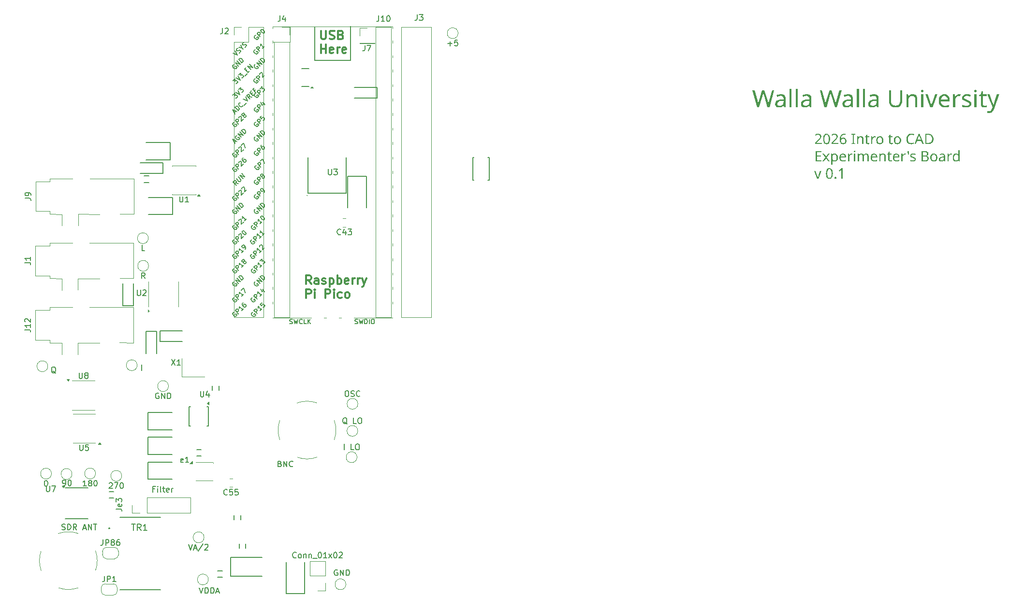
<source format=gbr>
%TF.GenerationSoftware,KiCad,Pcbnew,9.0.7-9.0.7~ubuntu24.04.1*%
%TF.CreationDate,2026-02-02T10:07:16-08:00*%
%TF.ProjectId,Frohne,46726f68-6e65-42e6-9b69-6361645f7063,rev?*%
%TF.SameCoordinates,Original*%
%TF.FileFunction,Legend,Top*%
%TF.FilePolarity,Positive*%
%FSLAX46Y46*%
G04 Gerber Fmt 4.6, Leading zero omitted, Abs format (unit mm)*
G04 Created by KiCad (PCBNEW 9.0.7-9.0.7~ubuntu24.04.1) date 2026-02-02 10:07:16*
%MOMM*%
%LPD*%
G01*
G04 APERTURE LIST*
%ADD10C,0.150000*%
%ADD11C,0.300000*%
%ADD12C,0.200000*%
%ADD13C,0.120000*%
%ADD14C,0.127000*%
G04 APERTURE END LIST*
D10*
X156410000Y-37080000D02*
X156430000Y-31140000D01*
X150120000Y-31180000D02*
X150150000Y-37080000D01*
X150150000Y-37080000D02*
X156410000Y-37080000D01*
D11*
X149531653Y-76335912D02*
X149031653Y-75621626D01*
X148674510Y-76335912D02*
X148674510Y-74835912D01*
X148674510Y-74835912D02*
X149245939Y-74835912D01*
X149245939Y-74835912D02*
X149388796Y-74907341D01*
X149388796Y-74907341D02*
X149460225Y-74978769D01*
X149460225Y-74978769D02*
X149531653Y-75121626D01*
X149531653Y-75121626D02*
X149531653Y-75335912D01*
X149531653Y-75335912D02*
X149460225Y-75478769D01*
X149460225Y-75478769D02*
X149388796Y-75550198D01*
X149388796Y-75550198D02*
X149245939Y-75621626D01*
X149245939Y-75621626D02*
X148674510Y-75621626D01*
X150817368Y-76335912D02*
X150817368Y-75550198D01*
X150817368Y-75550198D02*
X150745939Y-75407341D01*
X150745939Y-75407341D02*
X150603082Y-75335912D01*
X150603082Y-75335912D02*
X150317368Y-75335912D01*
X150317368Y-75335912D02*
X150174510Y-75407341D01*
X150817368Y-76264484D02*
X150674510Y-76335912D01*
X150674510Y-76335912D02*
X150317368Y-76335912D01*
X150317368Y-76335912D02*
X150174510Y-76264484D01*
X150174510Y-76264484D02*
X150103082Y-76121626D01*
X150103082Y-76121626D02*
X150103082Y-75978769D01*
X150103082Y-75978769D02*
X150174510Y-75835912D01*
X150174510Y-75835912D02*
X150317368Y-75764484D01*
X150317368Y-75764484D02*
X150674510Y-75764484D01*
X150674510Y-75764484D02*
X150817368Y-75693055D01*
X151460225Y-76264484D02*
X151603082Y-76335912D01*
X151603082Y-76335912D02*
X151888796Y-76335912D01*
X151888796Y-76335912D02*
X152031653Y-76264484D01*
X152031653Y-76264484D02*
X152103082Y-76121626D01*
X152103082Y-76121626D02*
X152103082Y-76050198D01*
X152103082Y-76050198D02*
X152031653Y-75907341D01*
X152031653Y-75907341D02*
X151888796Y-75835912D01*
X151888796Y-75835912D02*
X151674511Y-75835912D01*
X151674511Y-75835912D02*
X151531653Y-75764484D01*
X151531653Y-75764484D02*
X151460225Y-75621626D01*
X151460225Y-75621626D02*
X151460225Y-75550198D01*
X151460225Y-75550198D02*
X151531653Y-75407341D01*
X151531653Y-75407341D02*
X151674511Y-75335912D01*
X151674511Y-75335912D02*
X151888796Y-75335912D01*
X151888796Y-75335912D02*
X152031653Y-75407341D01*
X152745939Y-75335912D02*
X152745939Y-76835912D01*
X152745939Y-75407341D02*
X152888797Y-75335912D01*
X152888797Y-75335912D02*
X153174511Y-75335912D01*
X153174511Y-75335912D02*
X153317368Y-75407341D01*
X153317368Y-75407341D02*
X153388797Y-75478769D01*
X153388797Y-75478769D02*
X153460225Y-75621626D01*
X153460225Y-75621626D02*
X153460225Y-76050198D01*
X153460225Y-76050198D02*
X153388797Y-76193055D01*
X153388797Y-76193055D02*
X153317368Y-76264484D01*
X153317368Y-76264484D02*
X153174511Y-76335912D01*
X153174511Y-76335912D02*
X152888797Y-76335912D01*
X152888797Y-76335912D02*
X152745939Y-76264484D01*
X154103082Y-76335912D02*
X154103082Y-74835912D01*
X154103082Y-75407341D02*
X154245940Y-75335912D01*
X154245940Y-75335912D02*
X154531654Y-75335912D01*
X154531654Y-75335912D02*
X154674511Y-75407341D01*
X154674511Y-75407341D02*
X154745940Y-75478769D01*
X154745940Y-75478769D02*
X154817368Y-75621626D01*
X154817368Y-75621626D02*
X154817368Y-76050198D01*
X154817368Y-76050198D02*
X154745940Y-76193055D01*
X154745940Y-76193055D02*
X154674511Y-76264484D01*
X154674511Y-76264484D02*
X154531654Y-76335912D01*
X154531654Y-76335912D02*
X154245940Y-76335912D01*
X154245940Y-76335912D02*
X154103082Y-76264484D01*
X156031654Y-76264484D02*
X155888797Y-76335912D01*
X155888797Y-76335912D02*
X155603083Y-76335912D01*
X155603083Y-76335912D02*
X155460225Y-76264484D01*
X155460225Y-76264484D02*
X155388797Y-76121626D01*
X155388797Y-76121626D02*
X155388797Y-75550198D01*
X155388797Y-75550198D02*
X155460225Y-75407341D01*
X155460225Y-75407341D02*
X155603083Y-75335912D01*
X155603083Y-75335912D02*
X155888797Y-75335912D01*
X155888797Y-75335912D02*
X156031654Y-75407341D01*
X156031654Y-75407341D02*
X156103083Y-75550198D01*
X156103083Y-75550198D02*
X156103083Y-75693055D01*
X156103083Y-75693055D02*
X155388797Y-75835912D01*
X156745939Y-76335912D02*
X156745939Y-75335912D01*
X156745939Y-75621626D02*
X156817368Y-75478769D01*
X156817368Y-75478769D02*
X156888797Y-75407341D01*
X156888797Y-75407341D02*
X157031654Y-75335912D01*
X157031654Y-75335912D02*
X157174511Y-75335912D01*
X157674510Y-76335912D02*
X157674510Y-75335912D01*
X157674510Y-75621626D02*
X157745939Y-75478769D01*
X157745939Y-75478769D02*
X157817368Y-75407341D01*
X157817368Y-75407341D02*
X157960225Y-75335912D01*
X157960225Y-75335912D02*
X158103082Y-75335912D01*
X158460224Y-75335912D02*
X158817367Y-76335912D01*
X159174510Y-75335912D02*
X158817367Y-76335912D01*
X158817367Y-76335912D02*
X158674510Y-76693055D01*
X158674510Y-76693055D02*
X158603081Y-76764484D01*
X158603081Y-76764484D02*
X158460224Y-76835912D01*
X148674510Y-78750828D02*
X148674510Y-77250828D01*
X148674510Y-77250828D02*
X149245939Y-77250828D01*
X149245939Y-77250828D02*
X149388796Y-77322257D01*
X149388796Y-77322257D02*
X149460225Y-77393685D01*
X149460225Y-77393685D02*
X149531653Y-77536542D01*
X149531653Y-77536542D02*
X149531653Y-77750828D01*
X149531653Y-77750828D02*
X149460225Y-77893685D01*
X149460225Y-77893685D02*
X149388796Y-77965114D01*
X149388796Y-77965114D02*
X149245939Y-78036542D01*
X149245939Y-78036542D02*
X148674510Y-78036542D01*
X150174510Y-78750828D02*
X150174510Y-77750828D01*
X150174510Y-77250828D02*
X150103082Y-77322257D01*
X150103082Y-77322257D02*
X150174510Y-77393685D01*
X150174510Y-77393685D02*
X150245939Y-77322257D01*
X150245939Y-77322257D02*
X150174510Y-77250828D01*
X150174510Y-77250828D02*
X150174510Y-77393685D01*
X152031653Y-78750828D02*
X152031653Y-77250828D01*
X152031653Y-77250828D02*
X152603082Y-77250828D01*
X152603082Y-77250828D02*
X152745939Y-77322257D01*
X152745939Y-77322257D02*
X152817368Y-77393685D01*
X152817368Y-77393685D02*
X152888796Y-77536542D01*
X152888796Y-77536542D02*
X152888796Y-77750828D01*
X152888796Y-77750828D02*
X152817368Y-77893685D01*
X152817368Y-77893685D02*
X152745939Y-77965114D01*
X152745939Y-77965114D02*
X152603082Y-78036542D01*
X152603082Y-78036542D02*
X152031653Y-78036542D01*
X153531653Y-78750828D02*
X153531653Y-77750828D01*
X153531653Y-77250828D02*
X153460225Y-77322257D01*
X153460225Y-77322257D02*
X153531653Y-77393685D01*
X153531653Y-77393685D02*
X153603082Y-77322257D01*
X153603082Y-77322257D02*
X153531653Y-77250828D01*
X153531653Y-77250828D02*
X153531653Y-77393685D01*
X154888797Y-78679400D02*
X154745939Y-78750828D01*
X154745939Y-78750828D02*
X154460225Y-78750828D01*
X154460225Y-78750828D02*
X154317368Y-78679400D01*
X154317368Y-78679400D02*
X154245939Y-78607971D01*
X154245939Y-78607971D02*
X154174511Y-78465114D01*
X154174511Y-78465114D02*
X154174511Y-78036542D01*
X154174511Y-78036542D02*
X154245939Y-77893685D01*
X154245939Y-77893685D02*
X154317368Y-77822257D01*
X154317368Y-77822257D02*
X154460225Y-77750828D01*
X154460225Y-77750828D02*
X154745939Y-77750828D01*
X154745939Y-77750828D02*
X154888797Y-77822257D01*
X155745939Y-78750828D02*
X155603082Y-78679400D01*
X155603082Y-78679400D02*
X155531653Y-78607971D01*
X155531653Y-78607971D02*
X155460225Y-78465114D01*
X155460225Y-78465114D02*
X155460225Y-78036542D01*
X155460225Y-78036542D02*
X155531653Y-77893685D01*
X155531653Y-77893685D02*
X155603082Y-77822257D01*
X155603082Y-77822257D02*
X155745939Y-77750828D01*
X155745939Y-77750828D02*
X155960225Y-77750828D01*
X155960225Y-77750828D02*
X156103082Y-77822257D01*
X156103082Y-77822257D02*
X156174511Y-77893685D01*
X156174511Y-77893685D02*
X156245939Y-78036542D01*
X156245939Y-78036542D02*
X156245939Y-78465114D01*
X156245939Y-78465114D02*
X156174511Y-78607971D01*
X156174511Y-78607971D02*
X156103082Y-78679400D01*
X156103082Y-78679400D02*
X155960225Y-78750828D01*
X155960225Y-78750828D02*
X155745939Y-78750828D01*
D12*
G36*
X238940448Y-51786000D02*
G01*
X237751010Y-51786000D01*
X237751010Y-51602011D01*
X238222191Y-51125774D01*
X238451461Y-50883864D01*
X238535445Y-50775957D01*
X238592585Y-50676026D01*
X238628318Y-50570154D01*
X238640505Y-50452910D01*
X238629711Y-50357687D01*
X238599887Y-50284226D01*
X238552248Y-50227376D01*
X238489522Y-50185635D01*
X238414213Y-50159729D01*
X238322978Y-50150549D01*
X238197227Y-50162415D01*
X238092388Y-50195942D01*
X237994331Y-50248603D01*
X237889605Y-50321898D01*
X237771123Y-50173191D01*
X237883505Y-50092453D01*
X238014242Y-50023274D01*
X238107667Y-49989499D01*
X238210080Y-49968686D01*
X238322978Y-49961505D01*
X238449017Y-49970428D01*
X238555298Y-49995531D01*
X238645138Y-50035145D01*
X238721179Y-50088780D01*
X238784206Y-50157201D01*
X238829399Y-50236931D01*
X238857473Y-50330216D01*
X238867358Y-50440270D01*
X238860818Y-50533043D01*
X238841471Y-50620938D01*
X238809326Y-50704932D01*
X238741558Y-50825181D01*
X238648089Y-50948161D01*
X238539162Y-51068552D01*
X238406179Y-51203920D01*
X238030729Y-51574314D01*
X238030729Y-51584426D01*
X238940448Y-51584426D01*
X238940448Y-51786000D01*
G37*
G36*
X239906975Y-49969390D02*
G01*
X240008681Y-49999087D01*
X240096679Y-50047035D01*
X240173226Y-50113945D01*
X240239466Y-50202207D01*
X240300015Y-50324406D01*
X240346649Y-50474964D01*
X240377129Y-50659362D01*
X240388173Y-50883864D01*
X240380742Y-51076974D01*
X240359941Y-51241662D01*
X240327723Y-51381533D01*
X240277168Y-51514354D01*
X240213113Y-51619099D01*
X240136151Y-51700380D01*
X240068110Y-51747298D01*
X239988934Y-51781775D01*
X239896561Y-51803493D01*
X239788398Y-51811169D01*
X239668826Y-51800605D01*
X239566877Y-51770547D01*
X239479221Y-51722112D01*
X239403498Y-51654591D01*
X239338539Y-51565521D01*
X239279493Y-51442223D01*
X239234054Y-51291123D01*
X239204403Y-51106989D01*
X239193679Y-50883864D01*
X239415476Y-50883864D01*
X239427006Y-51132186D01*
X239457037Y-51311890D01*
X239499886Y-51438247D01*
X239550718Y-51520116D01*
X239614051Y-51576130D01*
X239691791Y-51610190D01*
X239788398Y-51622235D01*
X239883837Y-51610345D01*
X239961333Y-51576607D01*
X240025118Y-51520968D01*
X240077020Y-51439565D01*
X240111124Y-51349742D01*
X240138548Y-51231514D01*
X240157083Y-51078570D01*
X240163958Y-50883864D01*
X240157127Y-50692032D01*
X240138660Y-50540440D01*
X240111245Y-50422424D01*
X240077020Y-50332010D01*
X240025040Y-50249927D01*
X239961213Y-50193903D01*
X239883742Y-50159971D01*
X239788398Y-50148021D01*
X239691791Y-50160066D01*
X239614051Y-50194126D01*
X239550718Y-50250140D01*
X239499886Y-50332010D01*
X239456996Y-50458263D01*
X239426984Y-50637223D01*
X239415476Y-50883864D01*
X239193679Y-50883864D01*
X239201004Y-50688861D01*
X239221429Y-50523830D01*
X239252920Y-50384876D01*
X239302754Y-50252998D01*
X239366364Y-50149140D01*
X239443173Y-50068667D01*
X239511229Y-50022148D01*
X239590050Y-49988014D01*
X239681613Y-49966551D01*
X239788398Y-49958978D01*
X239906975Y-49969390D01*
G37*
G36*
X241820950Y-51786000D02*
G01*
X240631512Y-51786000D01*
X240631512Y-51602011D01*
X241102693Y-51125774D01*
X241331964Y-50883864D01*
X241415947Y-50775957D01*
X241473087Y-50676026D01*
X241508821Y-50570154D01*
X241521008Y-50452910D01*
X241510213Y-50357687D01*
X241480390Y-50284226D01*
X241432751Y-50227376D01*
X241370025Y-50185635D01*
X241294715Y-50159729D01*
X241203480Y-50150549D01*
X241077729Y-50162415D01*
X240972890Y-50195942D01*
X240874833Y-50248603D01*
X240770108Y-50321898D01*
X240651625Y-50173191D01*
X240764007Y-50092453D01*
X240894745Y-50023274D01*
X240988170Y-49989499D01*
X241090582Y-49968686D01*
X241203480Y-49961505D01*
X241329520Y-49970428D01*
X241435801Y-49995531D01*
X241525641Y-50035145D01*
X241601681Y-50088780D01*
X241664708Y-50157201D01*
X241709902Y-50236931D01*
X241737976Y-50330216D01*
X241747861Y-50440270D01*
X241741320Y-50533043D01*
X241721973Y-50620938D01*
X241689829Y-50704932D01*
X241622061Y-50825181D01*
X241528592Y-50948161D01*
X241419664Y-51068552D01*
X241286681Y-51203920D01*
X240911231Y-51574314D01*
X240911231Y-51584426D01*
X241820950Y-51584426D01*
X241820950Y-51786000D01*
G37*
G36*
X243030502Y-49966561D02*
G01*
X243135136Y-49984147D01*
X243135136Y-50173191D01*
X243033030Y-50150549D01*
X242918394Y-50142966D01*
X242803517Y-50150109D01*
X242707965Y-50170018D01*
X242628564Y-50200998D01*
X242555869Y-50245038D01*
X242495403Y-50297787D01*
X242445894Y-50359707D01*
X242388912Y-50466533D01*
X242348845Y-50591505D01*
X242324550Y-50725150D01*
X242311146Y-50871225D01*
X242326203Y-50871225D01*
X242394244Y-50790895D01*
X242487550Y-50721308D01*
X242559011Y-50688306D01*
X242646054Y-50667149D01*
X242752102Y-50659539D01*
X242867615Y-50669132D01*
X242967352Y-50696520D01*
X243054142Y-50740666D01*
X243130080Y-50801982D01*
X243190722Y-50877146D01*
X243235331Y-50967412D01*
X243263629Y-51075841D01*
X243273731Y-51206448D01*
X243262962Y-51346802D01*
X243232610Y-51465065D01*
X243184474Y-51565115D01*
X243118759Y-51649932D01*
X243036437Y-51719233D01*
X242941318Y-51769178D01*
X242830902Y-51800247D01*
X242701763Y-51811169D01*
X242589910Y-51801441D01*
X242487194Y-51772900D01*
X242391709Y-51725549D01*
X242307736Y-51660367D01*
X242234337Y-51574137D01*
X242171231Y-51463416D01*
X242127760Y-51342995D01*
X242099543Y-51196059D01*
X242097690Y-51163583D01*
X242313674Y-51163583D01*
X242324200Y-51270831D01*
X242356428Y-51379115D01*
X242390129Y-51446911D01*
X242432827Y-51505375D01*
X242484912Y-51555520D01*
X242545372Y-51593311D01*
X242615951Y-51616593D01*
X242699235Y-51624763D01*
X242800690Y-51612828D01*
X242885045Y-51578768D01*
X242956203Y-51522657D01*
X242996502Y-51469259D01*
X243027124Y-51401154D01*
X243047145Y-51314958D01*
X243054462Y-51206448D01*
X243043843Y-51095232D01*
X243014308Y-51006039D01*
X242967524Y-50934203D01*
X242902988Y-50880023D01*
X242818183Y-50845863D01*
X242706709Y-50833416D01*
X242593819Y-50846190D01*
X242500080Y-50882545D01*
X242420733Y-50939166D01*
X242362803Y-51007292D01*
X242325616Y-51085262D01*
X242313674Y-51163583D01*
X242097690Y-51163583D01*
X242089349Y-51017404D01*
X242097873Y-50824599D01*
X242123311Y-50635689D01*
X242152658Y-50512802D01*
X242193899Y-50399727D01*
X242246849Y-50295410D01*
X242314093Y-50201079D01*
X242397121Y-50120346D01*
X242497552Y-50052290D01*
X242608790Y-50003989D01*
X242745538Y-49972784D01*
X242913339Y-49961505D01*
X243030502Y-49966561D01*
G37*
G36*
X244796195Y-51786000D02*
G01*
X244145971Y-51786000D01*
X244145971Y-51654988D01*
X244357657Y-51607067D01*
X244357657Y-50168135D01*
X244145971Y-50117796D01*
X244145971Y-49986675D01*
X244796195Y-49986675D01*
X244796195Y-50117796D01*
X244584509Y-50168135D01*
X244584509Y-51607067D01*
X244796195Y-51654988D01*
X244796195Y-51786000D01*
G37*
G36*
X245762407Y-50410045D02*
G01*
X245884251Y-50418572D01*
X245983108Y-50442147D01*
X246063165Y-50478661D01*
X246127745Y-50527318D01*
X246178270Y-50589245D01*
X246216725Y-50669857D01*
X246241993Y-50773689D01*
X246251284Y-50906505D01*
X246251284Y-51786000D01*
X246032124Y-51786000D01*
X246032124Y-50921673D01*
X246022222Y-50814668D01*
X245995561Y-50734902D01*
X245954705Y-50675925D01*
X245899293Y-50633552D01*
X245826116Y-50606486D01*
X245729654Y-50596561D01*
X245617350Y-50605995D01*
X245531953Y-50631503D01*
X245467483Y-50670475D01*
X245419710Y-50722627D01*
X245375015Y-50810942D01*
X245345212Y-50929117D01*
X245334091Y-51085438D01*
X245334091Y-51786000D01*
X245112294Y-51786000D01*
X245112294Y-50435324D01*
X245291226Y-50435324D01*
X245323979Y-50619203D01*
X245336509Y-50619203D01*
X245385844Y-50554650D01*
X245445906Y-50502453D01*
X245517969Y-50461703D01*
X245636876Y-50422997D01*
X245762407Y-50410045D01*
G37*
G36*
X247119677Y-51629709D02*
G01*
X247222991Y-51620916D01*
X247308721Y-51602011D01*
X247308721Y-51770832D01*
X247269293Y-51785927D01*
X247207824Y-51799848D01*
X247081868Y-51811169D01*
X246979031Y-51801842D01*
X246886559Y-51774679D01*
X246831327Y-51744716D01*
X246783240Y-51702793D01*
X246741589Y-51647404D01*
X246712646Y-51584382D01*
X246693362Y-51501275D01*
X246686195Y-51392854D01*
X246686195Y-50606673D01*
X246494733Y-50606673D01*
X246494733Y-50500830D01*
X246688722Y-50412573D01*
X246776980Y-50125270D01*
X246907991Y-50125270D01*
X246907991Y-50435324D01*
X247298609Y-50435324D01*
X247298609Y-50606673D01*
X246907991Y-50606673D01*
X246907991Y-51387798D01*
X246915594Y-51468058D01*
X246935996Y-51527280D01*
X246967233Y-51570577D01*
X247009902Y-51603092D01*
X247059993Y-51622816D01*
X247119677Y-51629709D01*
G37*
G36*
X248207779Y-50410045D02*
G01*
X248289661Y-50413892D01*
X248366488Y-50425213D01*
X248338790Y-50629314D01*
X248266910Y-50616785D01*
X248192611Y-50611729D01*
X248125327Y-50617992D01*
X248060976Y-50636717D01*
X247998511Y-50668442D01*
X247942660Y-50710737D01*
X247894511Y-50763245D01*
X247853651Y-50827151D01*
X247824221Y-50897036D01*
X247805947Y-50975867D01*
X247799576Y-51065324D01*
X247799576Y-51786000D01*
X247577779Y-51786000D01*
X247577779Y-50435324D01*
X247759239Y-50435324D01*
X247784408Y-50682290D01*
X247794520Y-50682290D01*
X247869299Y-50579152D01*
X247963340Y-50490719D01*
X248035772Y-50446200D01*
X248116490Y-50419306D01*
X248207779Y-50410045D01*
G37*
G36*
X249240109Y-50419591D02*
G01*
X249347275Y-50447162D01*
X249443489Y-50492038D01*
X249529327Y-50554119D01*
X249602146Y-50632416D01*
X249662758Y-50728892D01*
X249705388Y-50835065D01*
X249732480Y-50960251D01*
X249742112Y-51108079D01*
X249730034Y-51275977D01*
X249696276Y-51415324D01*
X249643340Y-51531115D01*
X249571973Y-51627290D01*
X249481230Y-51706519D01*
X249376373Y-51763426D01*
X249254627Y-51798757D01*
X249112112Y-51811169D01*
X248995074Y-51801724D01*
X248889477Y-51774275D01*
X248793265Y-51729286D01*
X248707568Y-51667129D01*
X248634317Y-51588048D01*
X248572787Y-51489904D01*
X248529406Y-51382032D01*
X248501950Y-51255901D01*
X248492224Y-51108079D01*
X248721495Y-51108079D01*
X248733386Y-51265446D01*
X248765940Y-51389705D01*
X248816017Y-51487486D01*
X248868743Y-51547322D01*
X248934449Y-51590392D01*
X249015854Y-51617541D01*
X249117168Y-51627290D01*
X249217092Y-51617607D01*
X249297938Y-51590555D01*
X249363714Y-51547489D01*
X249417001Y-51487486D01*
X249467814Y-51389606D01*
X249500800Y-51265347D01*
X249512841Y-51108079D01*
X249500719Y-50950877D01*
X249467673Y-50828095D01*
X249417001Y-50732629D01*
X249363961Y-50674564D01*
X249297952Y-50632601D01*
X249216227Y-50606088D01*
X249114640Y-50596561D01*
X249013027Y-50606128D01*
X248931787Y-50632687D01*
X248866621Y-50674636D01*
X248814698Y-50732629D01*
X248765497Y-50827894D01*
X248733316Y-50950674D01*
X248721495Y-51108079D01*
X248492224Y-51108079D01*
X248504260Y-50940076D01*
X248537833Y-50801224D01*
X248590365Y-50686386D01*
X248661045Y-50591505D01*
X248751058Y-50513463D01*
X248855438Y-50457286D01*
X248977009Y-50422340D01*
X249119696Y-50410045D01*
X249240109Y-50419591D01*
G37*
G36*
X251195992Y-51629709D02*
G01*
X251299307Y-51620916D01*
X251385036Y-51602011D01*
X251385036Y-51770832D01*
X251345609Y-51785927D01*
X251284139Y-51799848D01*
X251158183Y-51811169D01*
X251055346Y-51801842D01*
X250962875Y-51774679D01*
X250907643Y-51744716D01*
X250859556Y-51702793D01*
X250817904Y-51647404D01*
X250788961Y-51584382D01*
X250769677Y-51501275D01*
X250762510Y-51392854D01*
X250762510Y-50606673D01*
X250571048Y-50606673D01*
X250571048Y-50500830D01*
X250765038Y-50412573D01*
X250853295Y-50125270D01*
X250984307Y-50125270D01*
X250984307Y-50435324D01*
X251374924Y-50435324D01*
X251374924Y-50606673D01*
X250984307Y-50606673D01*
X250984307Y-51387798D01*
X250991909Y-51468058D01*
X251012312Y-51527280D01*
X251043548Y-51570577D01*
X251086217Y-51603092D01*
X251136309Y-51622816D01*
X251195992Y-51629709D01*
G37*
G36*
X252326361Y-50419591D02*
G01*
X252433528Y-50447162D01*
X252529741Y-50492038D01*
X252615580Y-50554119D01*
X252688398Y-50632416D01*
X252749010Y-50728892D01*
X252791641Y-50835065D01*
X252818733Y-50960251D01*
X252828365Y-51108079D01*
X252816286Y-51275977D01*
X252782529Y-51415324D01*
X252729592Y-51531115D01*
X252658225Y-51627290D01*
X252567482Y-51706519D01*
X252462626Y-51763426D01*
X252340880Y-51798757D01*
X252198365Y-51811169D01*
X252081327Y-51801724D01*
X251975729Y-51774275D01*
X251879518Y-51729286D01*
X251793821Y-51667129D01*
X251720570Y-51588048D01*
X251659040Y-51489904D01*
X251615659Y-51382032D01*
X251588203Y-51255901D01*
X251578476Y-51108079D01*
X251807747Y-51108079D01*
X251819639Y-51265446D01*
X251852192Y-51389705D01*
X251902269Y-51487486D01*
X251954996Y-51547322D01*
X252020702Y-51590392D01*
X252102107Y-51617541D01*
X252203421Y-51627290D01*
X252303345Y-51617607D01*
X252384191Y-51590555D01*
X252449967Y-51547489D01*
X252503253Y-51487486D01*
X252554067Y-51389606D01*
X252587053Y-51265347D01*
X252599094Y-51108079D01*
X252586972Y-50950877D01*
X252553925Y-50828095D01*
X252503253Y-50732629D01*
X252450214Y-50674564D01*
X252384205Y-50632601D01*
X252302479Y-50606088D01*
X252200893Y-50596561D01*
X252099280Y-50606128D01*
X252018039Y-50632687D01*
X251952873Y-50674636D01*
X251900950Y-50732629D01*
X251851749Y-50827894D01*
X251819569Y-50950674D01*
X251807747Y-51108079D01*
X251578476Y-51108079D01*
X251590513Y-50940076D01*
X251624086Y-50801224D01*
X251676618Y-50686386D01*
X251747297Y-50591505D01*
X251837311Y-50513463D01*
X251941690Y-50457286D01*
X252063262Y-50422340D01*
X252205949Y-50410045D01*
X252326361Y-50419591D01*
G37*
G36*
X254632526Y-50160551D02*
G01*
X254490619Y-50173584D01*
X254369813Y-50210696D01*
X254266013Y-50270663D01*
X254176402Y-50354651D01*
X254106540Y-50455362D01*
X254054755Y-50574980D01*
X254021837Y-50717145D01*
X254010109Y-50886392D01*
X254021087Y-51054869D01*
X254051885Y-51196685D01*
X254100210Y-51316154D01*
X254165081Y-51416814D01*
X254231107Y-51485297D01*
X254308565Y-51538913D01*
X254399134Y-51578387D01*
X254505258Y-51603302D01*
X254629998Y-51612123D01*
X254746647Y-51606975D01*
X254854323Y-51592010D01*
X255060952Y-51541561D01*
X255060952Y-51738079D01*
X254958680Y-51770803D01*
X254853004Y-51793473D01*
X254740812Y-51806371D01*
X254597245Y-51811169D01*
X254459217Y-51803351D01*
X254338258Y-51781080D01*
X254232049Y-51745683D01*
X254138593Y-51697852D01*
X254052732Y-51635483D01*
X253978562Y-51561611D01*
X253915278Y-51475342D01*
X253862611Y-51375269D01*
X253812965Y-51232994D01*
X253781712Y-51070311D01*
X253770727Y-50883864D01*
X253782440Y-50704649D01*
X253816081Y-50545611D01*
X253870195Y-50403780D01*
X253926399Y-50304707D01*
X253993690Y-50218181D01*
X254072501Y-50143062D01*
X254163763Y-50078669D01*
X254262434Y-50028881D01*
X254372661Y-49992304D01*
X254496189Y-49969467D01*
X254635054Y-49961505D01*
X254822498Y-49974054D01*
X254986813Y-50009917D01*
X255131514Y-50067348D01*
X255040729Y-50258920D01*
X254954757Y-50223697D01*
X254855532Y-50190886D01*
X254750562Y-50168379D01*
X254632526Y-50160551D01*
G37*
G36*
X256816203Y-51786000D02*
G01*
X256581877Y-51786000D01*
X256365136Y-51229089D01*
X255651934Y-51229089D01*
X255437721Y-51786000D01*
X255208450Y-51786000D01*
X255503603Y-51027516D01*
X255727552Y-51027516D01*
X256297102Y-51027516D01*
X256095528Y-50483135D01*
X256070249Y-50410155D01*
X256036287Y-50300466D01*
X256009799Y-50213527D01*
X255969462Y-50365972D01*
X255931653Y-50483135D01*
X255727552Y-51027516D01*
X255503603Y-51027516D01*
X255911540Y-49979201D01*
X256115642Y-49979201D01*
X256816203Y-51786000D01*
G37*
G36*
X257795481Y-49998693D02*
G01*
X257951346Y-50032928D01*
X258087524Y-50087571D01*
X258181895Y-50144202D01*
X258263970Y-50211976D01*
X258334826Y-50291443D01*
X258395050Y-50383667D01*
X258440590Y-50482190D01*
X258474489Y-50594455D01*
X258495895Y-50722511D01*
X258503421Y-50868697D01*
X258491915Y-51054620D01*
X258459564Y-51212262D01*
X258408759Y-51345989D01*
X258340662Y-51459452D01*
X258255136Y-51555410D01*
X258153115Y-51635144D01*
X258035546Y-51698585D01*
X257900121Y-51745706D01*
X257743910Y-51775493D01*
X257563476Y-51786000D01*
X257061960Y-51786000D01*
X257061960Y-51592010D01*
X257288813Y-51592010D01*
X257533251Y-51592010D01*
X257699261Y-51581550D01*
X257836426Y-51552465D01*
X257949552Y-51507314D01*
X258042615Y-51447362D01*
X258118553Y-51372486D01*
X258179059Y-51281187D01*
X258224437Y-51170720D01*
X258253578Y-51037294D01*
X258264038Y-50876280D01*
X258255496Y-50727526D01*
X258231737Y-50604051D01*
X258194944Y-50501849D01*
X258146381Y-50417513D01*
X258086315Y-50348386D01*
X257993265Y-50278006D01*
X257881195Y-50225877D01*
X257746270Y-50192658D01*
X257583590Y-50180774D01*
X257288813Y-50180774D01*
X257288813Y-51592010D01*
X257061960Y-51592010D01*
X257061960Y-49986675D01*
X257616343Y-49986675D01*
X257795481Y-49998693D01*
G37*
G36*
X238879888Y-54810000D02*
G01*
X237874438Y-54810000D01*
X237874438Y-53010675D01*
X238879888Y-53010675D01*
X238879888Y-53209830D01*
X238101290Y-53209830D01*
X238101290Y-53771796D01*
X238834605Y-53771796D01*
X238834605Y-53968314D01*
X238101290Y-53968314D01*
X238101290Y-54610954D01*
X238879888Y-54610954D01*
X238879888Y-54810000D01*
G37*
G36*
X239564073Y-54119549D02*
G01*
X239097838Y-53459324D01*
X239349860Y-53459324D01*
X239697613Y-53968314D01*
X240042838Y-53459324D01*
X240292332Y-53459324D01*
X239826097Y-54119549D01*
X240317501Y-54810000D01*
X240065479Y-54810000D01*
X239697613Y-54270675D01*
X239324691Y-54810000D01*
X239075197Y-54810000D01*
X239564073Y-54119549D01*
G37*
G36*
X241341217Y-53445490D02*
G01*
X241446772Y-53478379D01*
X241539470Y-53532062D01*
X241621465Y-53607922D01*
X241683958Y-53697947D01*
X241731569Y-53811617D01*
X241762679Y-53954187D01*
X241774019Y-54132079D01*
X241762819Y-54307001D01*
X241731916Y-54448994D01*
X241684312Y-54563858D01*
X241621465Y-54656346D01*
X241539178Y-54734466D01*
X241446000Y-54789642D01*
X241339737Y-54823415D01*
X241217109Y-54835169D01*
X241114272Y-54827915D01*
X241029178Y-54807681D01*
X240958712Y-54776038D01*
X240865800Y-54710400D01*
X240798794Y-54638651D01*
X240783627Y-54638651D01*
X240793738Y-54747021D01*
X240798794Y-54860448D01*
X240798794Y-55414830D01*
X240576997Y-55414830D01*
X240576997Y-54089324D01*
X240798794Y-54089324D01*
X240798794Y-54132079D01*
X240809479Y-54297375D01*
X240838069Y-54422679D01*
X240880676Y-54516432D01*
X240927324Y-54572759D01*
X240990457Y-54614322D01*
X241074120Y-54641327D01*
X241184356Y-54651290D01*
X241264134Y-54643223D01*
X241330818Y-54620334D01*
X241387138Y-54583257D01*
X241434457Y-54533788D01*
X241473947Y-54472655D01*
X241505511Y-54397950D01*
X241534346Y-54275723D01*
X241544638Y-54129551D01*
X241533424Y-53977103D01*
X241502632Y-53855648D01*
X241455172Y-53759157D01*
X241404860Y-53698961D01*
X241343757Y-53656371D01*
X241269745Y-53629945D01*
X241179300Y-53620561D01*
X241075904Y-53629144D01*
X240996045Y-53652500D01*
X240934669Y-53688381D01*
X240888150Y-53736516D01*
X240844064Y-53818417D01*
X240812940Y-53932766D01*
X240798794Y-54089324D01*
X240576997Y-54089324D01*
X240576997Y-53459324D01*
X240758457Y-53459324D01*
X240788682Y-53643203D01*
X240798794Y-53643203D01*
X240867956Y-53562674D01*
X240957503Y-53494605D01*
X241025698Y-53462538D01*
X241111668Y-53441660D01*
X241219637Y-53434045D01*
X241341217Y-53445490D01*
G37*
G36*
X242761741Y-53442997D02*
G01*
X242860410Y-53468554D01*
X242946531Y-53509663D01*
X243022925Y-53566643D01*
X243086461Y-53637116D01*
X243137993Y-53722667D01*
X243174243Y-53816397D01*
X243196893Y-53922747D01*
X243204818Y-54043932D01*
X243204818Y-54177472D01*
X242279931Y-54177472D01*
X242290372Y-54292789D01*
X242314387Y-54387076D01*
X242350187Y-54464015D01*
X242397095Y-54526543D01*
X242456809Y-54577578D01*
X242527430Y-54614674D01*
X242611136Y-54637973D01*
X242710886Y-54646235D01*
X242835603Y-54639881D01*
X242938948Y-54622274D01*
X243038558Y-54593473D01*
X243144368Y-54552922D01*
X243144368Y-54747021D01*
X243040536Y-54786771D01*
X242940266Y-54813736D01*
X242834699Y-54829380D01*
X242700774Y-54835169D01*
X242575079Y-54826060D01*
X242462808Y-54799769D01*
X242361814Y-54757133D01*
X242271248Y-54696842D01*
X242195202Y-54619780D01*
X242132543Y-54524016D01*
X242088509Y-54417686D01*
X242060580Y-54292474D01*
X242050661Y-54144719D01*
X242059450Y-54001067D01*
X242284987Y-54001067D01*
X242973019Y-54001067D01*
X242962034Y-53889245D01*
X242934606Y-53797741D01*
X242892346Y-53722667D01*
X242849309Y-53677155D01*
X242795528Y-53644069D01*
X242728686Y-53623070D01*
X242645380Y-53615505D01*
X242544110Y-53627581D01*
X242462018Y-53661726D01*
X242394677Y-53717611D01*
X242343626Y-53790620D01*
X242306551Y-53883515D01*
X242284987Y-54001067D01*
X242059450Y-54001067D01*
X242059621Y-53998280D01*
X242084952Y-53872475D01*
X242124959Y-53764213D01*
X242182439Y-53664810D01*
X242251957Y-53584061D01*
X242334117Y-53519774D01*
X242427341Y-53472753D01*
X242531139Y-53443989D01*
X242647908Y-53434045D01*
X242761741Y-53442997D01*
G37*
G36*
X244177185Y-53434045D02*
G01*
X244259068Y-53437892D01*
X244335894Y-53449213D01*
X244308197Y-53653314D01*
X244236317Y-53640785D01*
X244162018Y-53635729D01*
X244094733Y-53641992D01*
X244030383Y-53660717D01*
X243967918Y-53692442D01*
X243912066Y-53734737D01*
X243863917Y-53787245D01*
X243823058Y-53851151D01*
X243793628Y-53921036D01*
X243775353Y-53999867D01*
X243768982Y-54089324D01*
X243768982Y-54810000D01*
X243547185Y-54810000D01*
X243547185Y-53459324D01*
X243728646Y-53459324D01*
X243753815Y-53706290D01*
X243763927Y-53706290D01*
X243838706Y-53603152D01*
X243932747Y-53514719D01*
X244005179Y-53470200D01*
X244085897Y-53443306D01*
X244177185Y-53434045D01*
G37*
G36*
X244699914Y-52952752D02*
G01*
X244747260Y-52961208D01*
X244789270Y-52986824D01*
X244817694Y-53028124D01*
X244828398Y-53093876D01*
X244817843Y-53157656D01*
X244789270Y-53199719D01*
X244747171Y-53226278D01*
X244699914Y-53235000D01*
X244648411Y-53226018D01*
X244606601Y-53199719D01*
X244579040Y-53157783D01*
X244568792Y-53093876D01*
X244579185Y-53027991D01*
X244606601Y-52986824D01*
X244648317Y-52961460D01*
X244699914Y-52952752D01*
G37*
G36*
X244808285Y-53459324D02*
G01*
X244808285Y-54810000D01*
X244586488Y-54810000D01*
X244586488Y-53459324D01*
X244808285Y-53459324D01*
G37*
G36*
X246717189Y-53434045D02*
G01*
X246832322Y-53442558D01*
X246925173Y-53466070D01*
X246999944Y-53502527D01*
X247059886Y-53551318D01*
X247105853Y-53612518D01*
X247141237Y-53692794D01*
X247164665Y-53796850D01*
X247173312Y-53930505D01*
X247173312Y-54810000D01*
X246954043Y-54810000D01*
X246954043Y-53940617D01*
X246944704Y-53833466D01*
X246919728Y-53754347D01*
X246881888Y-53696610D01*
X246831297Y-53655732D01*
X246765389Y-53629945D01*
X246679380Y-53620561D01*
X246581333Y-53628839D01*
X246504582Y-53651509D01*
X246444649Y-53686600D01*
X246398342Y-53733988D01*
X246354154Y-53814143D01*
X246324852Y-53921564D01*
X246313932Y-54064045D01*
X246313932Y-54810000D01*
X246094663Y-54810000D01*
X246094663Y-53940617D01*
X246085278Y-53833671D01*
X246060159Y-53754618D01*
X246022057Y-53696845D01*
X245971031Y-53655872D01*
X245904454Y-53629989D01*
X245817472Y-53620561D01*
X245716243Y-53629791D01*
X245638706Y-53654914D01*
X245579547Y-53693769D01*
X245535225Y-53746627D01*
X245494688Y-53834351D01*
X245467412Y-53952511D01*
X245457189Y-54109438D01*
X245457189Y-54810000D01*
X245235392Y-54810000D01*
X245235392Y-53459324D01*
X245414324Y-53459324D01*
X245447077Y-53643203D01*
X245459607Y-53643203D01*
X245507020Y-53578132D01*
X245563440Y-53526028D01*
X245629747Y-53485703D01*
X245740118Y-53447010D01*
X245857808Y-53434045D01*
X245985326Y-53444756D01*
X246085598Y-53474143D01*
X246164281Y-53519695D01*
X246225432Y-53581227D01*
X246271067Y-53660898D01*
X246283707Y-53660898D01*
X246335048Y-53589728D01*
X246396444Y-53533066D01*
X246468904Y-53489549D01*
X246548557Y-53458716D01*
X246631023Y-53440257D01*
X246717189Y-53434045D01*
G37*
G36*
X248225551Y-53442997D02*
G01*
X248324220Y-53468554D01*
X248410341Y-53509663D01*
X248486735Y-53566643D01*
X248550271Y-53637116D01*
X248601803Y-53722667D01*
X248638053Y-53816397D01*
X248660703Y-53922747D01*
X248668628Y-54043932D01*
X248668628Y-54177472D01*
X247743742Y-54177472D01*
X247754182Y-54292789D01*
X247778197Y-54387076D01*
X247813997Y-54464015D01*
X247860905Y-54526543D01*
X247920619Y-54577578D01*
X247991240Y-54614674D01*
X248074946Y-54637973D01*
X248174696Y-54646235D01*
X248299413Y-54639881D01*
X248402758Y-54622274D01*
X248502368Y-54593473D01*
X248608178Y-54552922D01*
X248608178Y-54747021D01*
X248504346Y-54786771D01*
X248404077Y-54813736D01*
X248298509Y-54829380D01*
X248164584Y-54835169D01*
X248038889Y-54826060D01*
X247926619Y-54799769D01*
X247825624Y-54757133D01*
X247735058Y-54696842D01*
X247659012Y-54619780D01*
X247596353Y-54524016D01*
X247552319Y-54417686D01*
X247524391Y-54292474D01*
X247514471Y-54144719D01*
X247523260Y-54001067D01*
X247748797Y-54001067D01*
X248436830Y-54001067D01*
X248425845Y-53889245D01*
X248398416Y-53797741D01*
X248356156Y-53722667D01*
X248313120Y-53677155D01*
X248259338Y-53644069D01*
X248192496Y-53623070D01*
X248109190Y-53615505D01*
X248007920Y-53627581D01*
X247925828Y-53661726D01*
X247858487Y-53717611D01*
X247807437Y-53790620D01*
X247770361Y-53883515D01*
X247748797Y-54001067D01*
X247523260Y-54001067D01*
X247523431Y-53998280D01*
X247548762Y-53872475D01*
X247588770Y-53764213D01*
X247646249Y-53664810D01*
X247715767Y-53584061D01*
X247797927Y-53519774D01*
X247891151Y-53472753D01*
X247994949Y-53443989D01*
X248111718Y-53434045D01*
X248225551Y-53442997D01*
G37*
G36*
X249661109Y-53434045D02*
G01*
X249782953Y-53442572D01*
X249881810Y-53466147D01*
X249961867Y-53502661D01*
X250026448Y-53551318D01*
X250076972Y-53613245D01*
X250115427Y-53693857D01*
X250140695Y-53797689D01*
X250149986Y-53930505D01*
X250149986Y-54810000D01*
X249930826Y-54810000D01*
X249930826Y-53945673D01*
X249920924Y-53838668D01*
X249894263Y-53758902D01*
X249853407Y-53699925D01*
X249797995Y-53657552D01*
X249724818Y-53630486D01*
X249628356Y-53620561D01*
X249516052Y-53629995D01*
X249430655Y-53655503D01*
X249366185Y-53694475D01*
X249318412Y-53746627D01*
X249273717Y-53834942D01*
X249243914Y-53953117D01*
X249232793Y-54109438D01*
X249232793Y-54810000D01*
X249010996Y-54810000D01*
X249010996Y-53459324D01*
X249189928Y-53459324D01*
X249222681Y-53643203D01*
X249235211Y-53643203D01*
X249284546Y-53578650D01*
X249344608Y-53526453D01*
X249416671Y-53485703D01*
X249535578Y-53446997D01*
X249661109Y-53434045D01*
G37*
G36*
X251018379Y-54653709D02*
G01*
X251121693Y-54644916D01*
X251207423Y-54626011D01*
X251207423Y-54794832D01*
X251167995Y-54809927D01*
X251106526Y-54823848D01*
X250980570Y-54835169D01*
X250877733Y-54825842D01*
X250785261Y-54798679D01*
X250730029Y-54768716D01*
X250681943Y-54726793D01*
X250640291Y-54671404D01*
X250611348Y-54608382D01*
X250592064Y-54525275D01*
X250584897Y-54416854D01*
X250584897Y-53630673D01*
X250393435Y-53630673D01*
X250393435Y-53524830D01*
X250587424Y-53436573D01*
X250675682Y-53149270D01*
X250806693Y-53149270D01*
X250806693Y-53459324D01*
X251197311Y-53459324D01*
X251197311Y-53630673D01*
X250806693Y-53630673D01*
X250806693Y-54411798D01*
X250814296Y-54492058D01*
X250834698Y-54551280D01*
X250865935Y-54594577D01*
X250908604Y-54627092D01*
X250958695Y-54646816D01*
X251018379Y-54653709D01*
G37*
G36*
X252111943Y-53442997D02*
G01*
X252210612Y-53468554D01*
X252296734Y-53509663D01*
X252373127Y-53566643D01*
X252436663Y-53637116D01*
X252488196Y-53722667D01*
X252524445Y-53816397D01*
X252547095Y-53922747D01*
X252555020Y-54043932D01*
X252555020Y-54177472D01*
X251630134Y-54177472D01*
X251640574Y-54292789D01*
X251664589Y-54387076D01*
X251700389Y-54464015D01*
X251747297Y-54526543D01*
X251807011Y-54577578D01*
X251877633Y-54614674D01*
X251961339Y-54637973D01*
X252061088Y-54646235D01*
X252185805Y-54639881D01*
X252289150Y-54622274D01*
X252388760Y-54593473D01*
X252494570Y-54552922D01*
X252494570Y-54747021D01*
X252390738Y-54786771D01*
X252290469Y-54813736D01*
X252184901Y-54829380D01*
X252050976Y-54835169D01*
X251925281Y-54826060D01*
X251813011Y-54799769D01*
X251712016Y-54757133D01*
X251621451Y-54696842D01*
X251545405Y-54619780D01*
X251482745Y-54524016D01*
X251438711Y-54417686D01*
X251410783Y-54292474D01*
X251400863Y-54144719D01*
X251409652Y-54001067D01*
X251635190Y-54001067D01*
X252323222Y-54001067D01*
X252312237Y-53889245D01*
X252284808Y-53797741D01*
X252242548Y-53722667D01*
X252199512Y-53677155D01*
X252145730Y-53644069D01*
X252078888Y-53623070D01*
X251995582Y-53615505D01*
X251894312Y-53627581D01*
X251812220Y-53661726D01*
X251744879Y-53717611D01*
X251693829Y-53790620D01*
X251656753Y-53883515D01*
X251635190Y-54001067D01*
X251409652Y-54001067D01*
X251409823Y-53998280D01*
X251435154Y-53872475D01*
X251475162Y-53764213D01*
X251532642Y-53664810D01*
X251602159Y-53584061D01*
X251684319Y-53519774D01*
X251777543Y-53472753D01*
X251881341Y-53443989D01*
X251998110Y-53434045D01*
X252111943Y-53442997D01*
G37*
G36*
X253527388Y-53434045D02*
G01*
X253609270Y-53437892D01*
X253686097Y-53449213D01*
X253658400Y-53653314D01*
X253586519Y-53640785D01*
X253512220Y-53635729D01*
X253444936Y-53641992D01*
X253380585Y-53660717D01*
X253318121Y-53692442D01*
X253262269Y-53734737D01*
X253214120Y-53787245D01*
X253173260Y-53851151D01*
X253143830Y-53921036D01*
X253125556Y-53999867D01*
X253119185Y-54089324D01*
X253119185Y-54810000D01*
X252897388Y-54810000D01*
X252897388Y-53459324D01*
X253078848Y-53459324D01*
X253104017Y-53706290D01*
X253114129Y-53706290D01*
X253188908Y-53603152D01*
X253282950Y-53514719D01*
X253355382Y-53470200D01*
X253436099Y-53443306D01*
X253527388Y-53434045D01*
G37*
G36*
X254227620Y-53010675D02*
G01*
X254177281Y-53660898D01*
X254038686Y-53660898D01*
X253988237Y-53010675D01*
X254227620Y-53010675D01*
G37*
G36*
X255408815Y-54437077D02*
G01*
X255399020Y-54532403D01*
X255371263Y-54611692D01*
X255326305Y-54678328D01*
X255262636Y-54734382D01*
X255188198Y-54776262D01*
X255099642Y-54807765D01*
X254994409Y-54827956D01*
X254869490Y-54835169D01*
X254733310Y-54829050D01*
X254626261Y-54812527D01*
X254528252Y-54784769D01*
X254446120Y-54749549D01*
X254446120Y-54547866D01*
X254531653Y-54585247D01*
X254641428Y-54622274D01*
X254757152Y-54647764D01*
X254874546Y-54656236D01*
X254986719Y-54648818D01*
X255065386Y-54629627D01*
X255118984Y-54602051D01*
X255161435Y-54561290D01*
X255186131Y-54513799D01*
X255194602Y-54457191D01*
X255187603Y-54409200D01*
X255166795Y-54366516D01*
X255131469Y-54328971D01*
X255067327Y-54285842D01*
X254987092Y-54246118D01*
X254861906Y-54195167D01*
X254736231Y-54142904D01*
X254637581Y-54094380D01*
X254553260Y-54037372D01*
X254493930Y-53973370D01*
X254466831Y-53923990D01*
X254449708Y-53864320D01*
X254443592Y-53791910D01*
X254452675Y-53709637D01*
X254478728Y-53639747D01*
X254521619Y-53579504D01*
X254583396Y-53527358D01*
X254680940Y-53477536D01*
X254801387Y-53445581D01*
X254950163Y-53434045D01*
X255071197Y-53440213D01*
X255180643Y-53458005D01*
X255285160Y-53486965D01*
X255381118Y-53524830D01*
X255305500Y-53701235D01*
X255126458Y-53640785D01*
X255032190Y-53621851D01*
X254934996Y-53615505D01*
X254844788Y-53621310D01*
X254777093Y-53636771D01*
X254727048Y-53659689D01*
X254686228Y-53693655D01*
X254663097Y-53732845D01*
X254655277Y-53779270D01*
X254663641Y-53831185D01*
X254688030Y-53873902D01*
X254728115Y-53909733D01*
X254797609Y-53949520D01*
X255003030Y-54036348D01*
X255126163Y-54086710D01*
X255222299Y-54134717D01*
X255303869Y-54191846D01*
X255360894Y-54256936D01*
X255386757Y-54306876D01*
X255403035Y-54366216D01*
X255408815Y-54437077D01*
G37*
G36*
X257108823Y-53018339D02*
G01*
X257248315Y-53039191D01*
X257358465Y-53070496D01*
X257444445Y-53110252D01*
X257518311Y-53167501D01*
X257571349Y-53241575D01*
X257604941Y-53336049D01*
X257617112Y-53456796D01*
X257606714Y-53559377D01*
X257577076Y-53646054D01*
X257528855Y-53720139D01*
X257463816Y-53779870D01*
X257380390Y-53824975D01*
X257274415Y-53854888D01*
X257274415Y-53867527D01*
X257383662Y-53893101D01*
X257479726Y-53933033D01*
X257562011Y-53991107D01*
X257624586Y-54069211D01*
X257652786Y-54130235D01*
X257670981Y-54205580D01*
X257677562Y-54298482D01*
X257666256Y-54417973D01*
X257634183Y-54518488D01*
X257582460Y-54603808D01*
X257509951Y-54676460D01*
X257423611Y-54732295D01*
X257320805Y-54773939D01*
X257198409Y-54800515D01*
X257052618Y-54810000D01*
X256420090Y-54810000D01*
X256420090Y-54618428D01*
X256646943Y-54618428D01*
X257009754Y-54618428D01*
X257133399Y-54610981D01*
X257225794Y-54591208D01*
X257293625Y-54562087D01*
X257342339Y-54525225D01*
X257393438Y-54457974D01*
X257424665Y-54377741D01*
X257435652Y-54280786D01*
X257424422Y-54191044D01*
X257392207Y-54116199D01*
X257338602Y-54052725D01*
X257288692Y-54018746D01*
X257218451Y-53991509D01*
X257121973Y-53972846D01*
X256992168Y-53965786D01*
X256646943Y-53965786D01*
X256646943Y-54618428D01*
X256420090Y-54618428D01*
X256420090Y-53776852D01*
X256646943Y-53776852D01*
X256979528Y-53776852D01*
X257133823Y-53766248D01*
X257234481Y-53739631D01*
X257297056Y-53702554D01*
X257343240Y-53647423D01*
X257372252Y-53575629D01*
X257382786Y-53481966D01*
X257375492Y-53409335D01*
X257355233Y-53351603D01*
X257323067Y-53305516D01*
X257278152Y-53269071D01*
X257204913Y-53236521D01*
X257097343Y-53213641D01*
X256944248Y-53204774D01*
X256646943Y-53204774D01*
X256646943Y-53776852D01*
X256420090Y-53776852D01*
X256420090Y-53010675D01*
X256934136Y-53010675D01*
X257108823Y-53018339D01*
G37*
G36*
X258699341Y-53443591D02*
G01*
X258806507Y-53471162D01*
X258902721Y-53516038D01*
X258988560Y-53578119D01*
X259061378Y-53656416D01*
X259121990Y-53752892D01*
X259164621Y-53859065D01*
X259191712Y-53984251D01*
X259201345Y-54132079D01*
X259189266Y-54299977D01*
X259155509Y-54439324D01*
X259102572Y-54555115D01*
X259031205Y-54651290D01*
X258940462Y-54730519D01*
X258835605Y-54787426D01*
X258713859Y-54822757D01*
X258571345Y-54835169D01*
X258454306Y-54825724D01*
X258348709Y-54798275D01*
X258252498Y-54753286D01*
X258166801Y-54691129D01*
X258093549Y-54612048D01*
X258032020Y-54513904D01*
X257988639Y-54406032D01*
X257961183Y-54279901D01*
X257951456Y-54132079D01*
X258180727Y-54132079D01*
X258192619Y-54289446D01*
X258225172Y-54413705D01*
X258275249Y-54511486D01*
X258327976Y-54571322D01*
X258393681Y-54614392D01*
X258475087Y-54641541D01*
X258576400Y-54651290D01*
X258676325Y-54641607D01*
X258757171Y-54614555D01*
X258822947Y-54571489D01*
X258876233Y-54511486D01*
X258927046Y-54413606D01*
X258960032Y-54289347D01*
X258972074Y-54132079D01*
X258959952Y-53974877D01*
X258926905Y-53852095D01*
X258876233Y-53756629D01*
X258823194Y-53698564D01*
X258757184Y-53656601D01*
X258675459Y-53630088D01*
X258573872Y-53620561D01*
X258472260Y-53630128D01*
X258391019Y-53656687D01*
X258325853Y-53698636D01*
X258273930Y-53756629D01*
X258224729Y-53851894D01*
X258192549Y-53974674D01*
X258180727Y-54132079D01*
X257951456Y-54132079D01*
X257963492Y-53964076D01*
X257997066Y-53825224D01*
X258049598Y-53710386D01*
X258120277Y-53615505D01*
X258210290Y-53537463D01*
X258314670Y-53481286D01*
X258436242Y-53446340D01*
X258578928Y-53434045D01*
X258699341Y-53443591D01*
G37*
G36*
X260187026Y-53444688D02*
G01*
X260286683Y-53466862D01*
X260365307Y-53500673D01*
X260426833Y-53544944D01*
X260475701Y-53602553D01*
X260512532Y-53676540D01*
X260536537Y-53770750D01*
X260545315Y-53890169D01*
X260545315Y-54810000D01*
X260384078Y-54810000D01*
X260341214Y-54618428D01*
X260331212Y-54618428D01*
X260237808Y-54717437D01*
X260145905Y-54782302D01*
X260079033Y-54809883D01*
X259991327Y-54828319D01*
X259877616Y-54835169D01*
X259758342Y-54823668D01*
X259657947Y-54791010D01*
X259572618Y-54738229D01*
X259521743Y-54685592D01*
X259484316Y-54619592D01*
X259460373Y-54537279D01*
X259451931Y-54437077D01*
X259680989Y-54437077D01*
X259689551Y-54509310D01*
X259712964Y-54563221D01*
X259750232Y-54603370D01*
X259798995Y-54631958D01*
X259857442Y-54649871D01*
X259927955Y-54656236D01*
X260038772Y-54645110D01*
X260132520Y-54613395D01*
X260212730Y-54561824D01*
X260260451Y-54510835D01*
X260295587Y-54447310D01*
X260318049Y-54368512D01*
X260326156Y-54270675D01*
X260326156Y-54149774D01*
X260127001Y-54157358D01*
X259958481Y-54173607D01*
X259847463Y-54202047D01*
X259778039Y-54237922D01*
X259724287Y-54291182D01*
X259692225Y-54356284D01*
X259680989Y-54437077D01*
X259451931Y-54437077D01*
X259451718Y-54434549D01*
X259462119Y-54337322D01*
X259491874Y-54254956D01*
X259540626Y-54184240D01*
X259610427Y-54123286D01*
X259690430Y-54079071D01*
X259794768Y-54042987D01*
X259928947Y-54016915D01*
X260099303Y-54003595D01*
X260328684Y-53996011D01*
X260328684Y-53915448D01*
X260318770Y-53805041D01*
X260293177Y-53730205D01*
X260255594Y-53681011D01*
X260203147Y-53646047D01*
X260135692Y-53623664D01*
X260048965Y-53615505D01*
X259945040Y-53623483D01*
X259847281Y-53647049D01*
X259668349Y-53718820D01*
X259600315Y-53552527D01*
X259693677Y-53509299D01*
X259809473Y-53470645D01*
X259932357Y-53445176D01*
X260061495Y-53436573D01*
X260187026Y-53444688D01*
G37*
G36*
X261592091Y-53434045D02*
G01*
X261673974Y-53437892D01*
X261750800Y-53449213D01*
X261723103Y-53653314D01*
X261651222Y-53640785D01*
X261576924Y-53635729D01*
X261509639Y-53641992D01*
X261445288Y-53660717D01*
X261382824Y-53692442D01*
X261326972Y-53734737D01*
X261278823Y-53787245D01*
X261237964Y-53851151D01*
X261208533Y-53921036D01*
X261190259Y-53999867D01*
X261183888Y-54089324D01*
X261183888Y-54810000D01*
X260962091Y-54810000D01*
X260962091Y-53459324D01*
X261143551Y-53459324D01*
X261168721Y-53706290D01*
X261178832Y-53706290D01*
X261253611Y-53603152D01*
X261347653Y-53514719D01*
X261420085Y-53470200D01*
X261500803Y-53443306D01*
X261592091Y-53434045D01*
G37*
G36*
X263073558Y-54810000D02*
G01*
X262894626Y-54810000D01*
X262861873Y-54628539D01*
X262851762Y-54628539D01*
X262782354Y-54706924D01*
X262690525Y-54774719D01*
X262620784Y-54806973D01*
X262535406Y-54827699D01*
X262430919Y-54835169D01*
X262307990Y-54823595D01*
X262201832Y-54790409D01*
X262109137Y-54736354D01*
X262027662Y-54660083D01*
X261965673Y-54569503D01*
X261918502Y-54455723D01*
X261887733Y-54313664D01*
X261876857Y-54142191D01*
X262105807Y-54142191D01*
X262117293Y-54301647D01*
X262148319Y-54424259D01*
X262195273Y-54517751D01*
X262245265Y-54575736D01*
X262305521Y-54616800D01*
X262378063Y-54642264D01*
X262466200Y-54651290D01*
X262573670Y-54642559D01*
X262656380Y-54618857D01*
X262719652Y-54582577D01*
X262767351Y-54534127D01*
X262812437Y-54451108D01*
X262842820Y-54336281D01*
X262854289Y-54180000D01*
X262854289Y-54139663D01*
X262843407Y-53972710D01*
X262814340Y-53846703D01*
X262771088Y-53752892D01*
X262723891Y-53696651D01*
X262660001Y-53655070D01*
X262575298Y-53628019D01*
X262463672Y-53618033D01*
X262377525Y-53627461D01*
X262305978Y-53654246D01*
X262245829Y-53697937D01*
X262195273Y-53760476D01*
X262147918Y-53859407D01*
X262117070Y-53984539D01*
X262105807Y-54142191D01*
X261876857Y-54142191D01*
X261876536Y-54137135D01*
X261887780Y-53960801D01*
X261918739Y-53818293D01*
X261966314Y-53703594D01*
X262028981Y-53611769D01*
X262111198Y-53534186D01*
X262204368Y-53479339D01*
X262310692Y-53445742D01*
X262433447Y-53434045D01*
X262536366Y-53441225D01*
X262620494Y-53461137D01*
X262689206Y-53492077D01*
X262780618Y-53557176D01*
X262851762Y-53633201D01*
X262866929Y-53633201D01*
X262858026Y-53536151D01*
X262851762Y-53434045D01*
X262851762Y-52894830D01*
X263073558Y-52894830D01*
X263073558Y-54810000D01*
G37*
G36*
X238141517Y-57834000D02*
G01*
X237630000Y-56483324D01*
X237866854Y-56483324D01*
X238154157Y-57279617D01*
X238196912Y-57403045D01*
X238237248Y-57532848D01*
X238262527Y-57637482D01*
X238272639Y-57637482D01*
X238301545Y-57531639D01*
X238344410Y-57400517D01*
X238385956Y-57279617D01*
X238673258Y-56483324D01*
X238910113Y-56483324D01*
X238396067Y-57834000D01*
X238141517Y-57834000D01*
G37*
G36*
X240399369Y-56017390D02*
G01*
X240501074Y-56047087D01*
X240589073Y-56095035D01*
X240665620Y-56161945D01*
X240731859Y-56250207D01*
X240792408Y-56372406D01*
X240839043Y-56522964D01*
X240869523Y-56707362D01*
X240880566Y-56931864D01*
X240873135Y-57124974D01*
X240852334Y-57289662D01*
X240820116Y-57429533D01*
X240769562Y-57562354D01*
X240705507Y-57667099D01*
X240628545Y-57748380D01*
X240560503Y-57795298D01*
X240481328Y-57829775D01*
X240388954Y-57851493D01*
X240280792Y-57859169D01*
X240161219Y-57848605D01*
X240059270Y-57818547D01*
X239971614Y-57770112D01*
X239895892Y-57702591D01*
X239830933Y-57613521D01*
X239771886Y-57490223D01*
X239726448Y-57339123D01*
X239696796Y-57154989D01*
X239686072Y-56931864D01*
X239907869Y-56931864D01*
X239919399Y-57180186D01*
X239949431Y-57359890D01*
X239992280Y-57486247D01*
X240043112Y-57568116D01*
X240106445Y-57624130D01*
X240184185Y-57658190D01*
X240280792Y-57670235D01*
X240376231Y-57658345D01*
X240453727Y-57624607D01*
X240517511Y-57568968D01*
X240569413Y-57487565D01*
X240603518Y-57397742D01*
X240630941Y-57279514D01*
X240649476Y-57126570D01*
X240656352Y-56931864D01*
X240649520Y-56740032D01*
X240631054Y-56588440D01*
X240603639Y-56470424D01*
X240569413Y-56380010D01*
X240517433Y-56297927D01*
X240453607Y-56241903D01*
X240376135Y-56207971D01*
X240280792Y-56196021D01*
X240184185Y-56208066D01*
X240106445Y-56242126D01*
X240043112Y-56298140D01*
X239992280Y-56380010D01*
X239949389Y-56506263D01*
X239919377Y-56685223D01*
X239907869Y-56931864D01*
X239686072Y-56931864D01*
X239693397Y-56736861D01*
X239713823Y-56571830D01*
X239745314Y-56432876D01*
X239795148Y-56300998D01*
X239858758Y-56197140D01*
X239935566Y-56116667D01*
X240003622Y-56070148D01*
X240082443Y-56036014D01*
X240174007Y-56014551D01*
X240280792Y-56006978D01*
X240399369Y-56017390D01*
G37*
G36*
X241184356Y-57697932D02*
G01*
X241190332Y-57637523D01*
X241206015Y-57595508D01*
X241229638Y-57566920D01*
X241278988Y-57538717D01*
X241338009Y-57529111D01*
X241399506Y-57538779D01*
X241450226Y-57566920D01*
X241474608Y-57595628D01*
X241490709Y-57637659D01*
X241496828Y-57697932D01*
X241490832Y-57756505D01*
X241474818Y-57798788D01*
X241450226Y-57828944D01*
X241399318Y-57859035D01*
X241338009Y-57869280D01*
X241279176Y-57859102D01*
X241229638Y-57828944D01*
X241205807Y-57798904D01*
X241190210Y-57756632D01*
X241184356Y-57697932D01*
G37*
G36*
X242572730Y-57834000D02*
G01*
X242356099Y-57834000D01*
X242356099Y-56576527D01*
X242358517Y-56402651D01*
X242366100Y-56266583D01*
X242293011Y-56334617D01*
X242209919Y-56405179D01*
X242018347Y-56561360D01*
X241902503Y-56412763D01*
X242388852Y-56034675D01*
X242572730Y-56034675D01*
X242572730Y-57834000D01*
G37*
D10*
G36*
X230621404Y-42331125D02*
G01*
X229823463Y-45330000D01*
X229441161Y-45330000D01*
X228857360Y-43364455D01*
X228790132Y-43120823D01*
X228735544Y-42904485D01*
X228706235Y-42772227D01*
X228662088Y-43005418D01*
X228563353Y-43376912D01*
X227996404Y-45330000D01*
X227614286Y-45330000D01*
X226820375Y-42331125D01*
X227215132Y-42331125D01*
X227681331Y-44162397D01*
X227767426Y-44536271D01*
X227824213Y-44876441D01*
X227887227Y-44519419D01*
X227983764Y-44141331D01*
X228512978Y-42331125D01*
X228903522Y-42331125D01*
X229453801Y-44153970D01*
X229554551Y-44538286D01*
X229617566Y-44876441D01*
X229676367Y-44538286D01*
X229764661Y-44158183D01*
X230226646Y-42331125D01*
X230621404Y-42331125D01*
G37*
G36*
X232010683Y-43054480D02*
G01*
X232176777Y-43091438D01*
X232307817Y-43147788D01*
X232410361Y-43221573D01*
X232491807Y-43317588D01*
X232553192Y-43440900D01*
X232593201Y-43597917D01*
X232607831Y-43796948D01*
X232607831Y-45330000D01*
X232339103Y-45330000D01*
X232267662Y-45010713D01*
X232250992Y-45010713D01*
X232095319Y-45175728D01*
X231942147Y-45283838D01*
X231830693Y-45329805D01*
X231684517Y-45360533D01*
X231495000Y-45371948D01*
X231296209Y-45352780D01*
X231128884Y-45298350D01*
X230986669Y-45210382D01*
X230901878Y-45122654D01*
X230839500Y-45012654D01*
X230799595Y-44875465D01*
X230785524Y-44708463D01*
X231167287Y-44708463D01*
X231181557Y-44828851D01*
X231220579Y-44918702D01*
X231282691Y-44985617D01*
X231363963Y-45033264D01*
X231461376Y-45063118D01*
X231578897Y-45073728D01*
X231763592Y-45055184D01*
X231919840Y-45002326D01*
X232053522Y-44916374D01*
X232133057Y-44831392D01*
X232191618Y-44725518D01*
X232229054Y-44594187D01*
X232242566Y-44431125D01*
X232242566Y-44229624D01*
X231910640Y-44242264D01*
X231629773Y-44269345D01*
X231444744Y-44316746D01*
X231329036Y-44376536D01*
X231239450Y-44465304D01*
X231186014Y-44573808D01*
X231167287Y-44708463D01*
X230785524Y-44708463D01*
X230785169Y-44704249D01*
X230802504Y-44542204D01*
X230852096Y-44404926D01*
X230933350Y-44287067D01*
X231049684Y-44185478D01*
X231183022Y-44111785D01*
X231356919Y-44051646D01*
X231580550Y-44008192D01*
X231864478Y-43985992D01*
X232246779Y-43973353D01*
X232246779Y-43839080D01*
X232230255Y-43655069D01*
X232187601Y-43530342D01*
X232124963Y-43448353D01*
X232037550Y-43390078D01*
X231925125Y-43352774D01*
X231780580Y-43339176D01*
X231607372Y-43352472D01*
X231444441Y-43391749D01*
X231146221Y-43511367D01*
X231032831Y-43234213D01*
X231188434Y-43162165D01*
X231381427Y-43097742D01*
X231586234Y-43055294D01*
X231801463Y-43040956D01*
X232010683Y-43054480D01*
G37*
G36*
X233672119Y-45330000D02*
G01*
X233302458Y-45330000D01*
X233302458Y-42138051D01*
X233672119Y-42138051D01*
X233672119Y-45330000D01*
G37*
G36*
X234753627Y-45330000D02*
G01*
X234383965Y-45330000D01*
X234383965Y-42138051D01*
X234753627Y-42138051D01*
X234753627Y-45330000D01*
G37*
G36*
X236527221Y-43054480D02*
G01*
X236693316Y-43091438D01*
X236824356Y-43147788D01*
X236926899Y-43221573D01*
X237008346Y-43317588D01*
X237069730Y-43440900D01*
X237109740Y-43597917D01*
X237124370Y-43796948D01*
X237124370Y-45330000D01*
X236855642Y-45330000D01*
X236784200Y-45010713D01*
X236767531Y-45010713D01*
X236611857Y-45175728D01*
X236458686Y-45283838D01*
X236347232Y-45329805D01*
X236201056Y-45360533D01*
X236011538Y-45371948D01*
X235812748Y-45352780D01*
X235645422Y-45298350D01*
X235503208Y-45210382D01*
X235418417Y-45122654D01*
X235356038Y-45012654D01*
X235316133Y-44875465D01*
X235302062Y-44708463D01*
X235683825Y-44708463D01*
X235698096Y-44828851D01*
X235737118Y-44918702D01*
X235799230Y-44985617D01*
X235880502Y-45033264D01*
X235977915Y-45063118D01*
X236095436Y-45073728D01*
X236280131Y-45055184D01*
X236436378Y-45002326D01*
X236570061Y-44916374D01*
X236649595Y-44831392D01*
X236708156Y-44725518D01*
X236745593Y-44594187D01*
X236759105Y-44431125D01*
X236759105Y-44229624D01*
X236427178Y-44242264D01*
X236146312Y-44269345D01*
X235961282Y-44316746D01*
X235845575Y-44376536D01*
X235755989Y-44465304D01*
X235702553Y-44573808D01*
X235683825Y-44708463D01*
X235302062Y-44708463D01*
X235301707Y-44704249D01*
X235319043Y-44542204D01*
X235368635Y-44404926D01*
X235449888Y-44287067D01*
X235566222Y-44185478D01*
X235699561Y-44111785D01*
X235873458Y-44051646D01*
X236097088Y-44008192D01*
X236381017Y-43985992D01*
X236763318Y-43973353D01*
X236763318Y-43839080D01*
X236746793Y-43655069D01*
X236704140Y-43530342D01*
X236641502Y-43448353D01*
X236554089Y-43390078D01*
X236441664Y-43352774D01*
X236297119Y-43339176D01*
X236123911Y-43352472D01*
X235960980Y-43391749D01*
X235662759Y-43511367D01*
X235549370Y-43234213D01*
X235704973Y-43162165D01*
X235897965Y-43097742D01*
X236102773Y-43055294D01*
X236318002Y-43040956D01*
X236527221Y-43054480D01*
G37*
G36*
X242403679Y-42331125D02*
G01*
X241605737Y-45330000D01*
X241223436Y-45330000D01*
X240639635Y-43364455D01*
X240572407Y-43120823D01*
X240517819Y-42904485D01*
X240488510Y-42772227D01*
X240444363Y-43005418D01*
X240345628Y-43376912D01*
X239778679Y-45330000D01*
X239396561Y-45330000D01*
X238602650Y-42331125D01*
X238997407Y-42331125D01*
X239463606Y-44162397D01*
X239549701Y-44536271D01*
X239606488Y-44876441D01*
X239669502Y-44519419D01*
X239766039Y-44141331D01*
X240295252Y-42331125D01*
X240685797Y-42331125D01*
X241236076Y-44153970D01*
X241336826Y-44538286D01*
X241399841Y-44876441D01*
X241458642Y-44538286D01*
X241546936Y-44158183D01*
X242008921Y-42331125D01*
X242403679Y-42331125D01*
G37*
G36*
X243792957Y-43054480D02*
G01*
X243959052Y-43091438D01*
X244090092Y-43147788D01*
X244192636Y-43221573D01*
X244274082Y-43317588D01*
X244335467Y-43440900D01*
X244375476Y-43597917D01*
X244390106Y-43796948D01*
X244390106Y-45330000D01*
X244121378Y-45330000D01*
X244049937Y-45010713D01*
X244033267Y-45010713D01*
X243877594Y-45175728D01*
X243724422Y-45283838D01*
X243612968Y-45329805D01*
X243466792Y-45360533D01*
X243277274Y-45371948D01*
X243078484Y-45352780D01*
X242911159Y-45298350D01*
X242768944Y-45210382D01*
X242684153Y-45122654D01*
X242621774Y-45012654D01*
X242581870Y-44875465D01*
X242567799Y-44708463D01*
X242949562Y-44708463D01*
X242963832Y-44828851D01*
X243002854Y-44918702D01*
X243064966Y-44985617D01*
X243146238Y-45033264D01*
X243243651Y-45063118D01*
X243361172Y-45073728D01*
X243545867Y-45055184D01*
X243702115Y-45002326D01*
X243835797Y-44916374D01*
X243915332Y-44831392D01*
X243973893Y-44725518D01*
X244011329Y-44594187D01*
X244024841Y-44431125D01*
X244024841Y-44229624D01*
X243692915Y-44242264D01*
X243412048Y-44269345D01*
X243227019Y-44316746D01*
X243111311Y-44376536D01*
X243021725Y-44465304D01*
X242968289Y-44573808D01*
X242949562Y-44708463D01*
X242567799Y-44708463D01*
X242567444Y-44704249D01*
X242584779Y-44542204D01*
X242634371Y-44404926D01*
X242715624Y-44287067D01*
X242831959Y-44185478D01*
X242965297Y-44111785D01*
X243139194Y-44051646D01*
X243362825Y-44008192D01*
X243646753Y-43985992D01*
X244029054Y-43973353D01*
X244029054Y-43839080D01*
X244012530Y-43655069D01*
X243969876Y-43530342D01*
X243907238Y-43448353D01*
X243819825Y-43390078D01*
X243707400Y-43352774D01*
X243562855Y-43339176D01*
X243389647Y-43352472D01*
X243226716Y-43391749D01*
X242928496Y-43511367D01*
X242815106Y-43234213D01*
X242970709Y-43162165D01*
X243163702Y-43097742D01*
X243368509Y-43055294D01*
X243583738Y-43040956D01*
X243792957Y-43054480D01*
G37*
G36*
X245454394Y-45330000D02*
G01*
X245084733Y-45330000D01*
X245084733Y-42138051D01*
X245454394Y-42138051D01*
X245454394Y-45330000D01*
G37*
G36*
X246535901Y-45330000D02*
G01*
X246166240Y-45330000D01*
X246166240Y-42138051D01*
X246535901Y-42138051D01*
X246535901Y-45330000D01*
G37*
G36*
X248309496Y-43054480D02*
G01*
X248475591Y-43091438D01*
X248606631Y-43147788D01*
X248709174Y-43221573D01*
X248790621Y-43317588D01*
X248852005Y-43440900D01*
X248892015Y-43597917D01*
X248906645Y-43796948D01*
X248906645Y-45330000D01*
X248637916Y-45330000D01*
X248566475Y-45010713D01*
X248549806Y-45010713D01*
X248394132Y-45175728D01*
X248240961Y-45283838D01*
X248129507Y-45329805D01*
X247983331Y-45360533D01*
X247793813Y-45371948D01*
X247595023Y-45352780D01*
X247427697Y-45298350D01*
X247285483Y-45210382D01*
X247200691Y-45122654D01*
X247138313Y-45012654D01*
X247098408Y-44875465D01*
X247084337Y-44708463D01*
X247466100Y-44708463D01*
X247480371Y-44828851D01*
X247519393Y-44918702D01*
X247581505Y-44985617D01*
X247662777Y-45033264D01*
X247760190Y-45063118D01*
X247877711Y-45073728D01*
X248062406Y-45055184D01*
X248218653Y-45002326D01*
X248352336Y-44916374D01*
X248431870Y-44831392D01*
X248490431Y-44725518D01*
X248527868Y-44594187D01*
X248541379Y-44431125D01*
X248541379Y-44229624D01*
X248209453Y-44242264D01*
X247928587Y-44269345D01*
X247743557Y-44316746D01*
X247627850Y-44376536D01*
X247538264Y-44465304D01*
X247484828Y-44573808D01*
X247466100Y-44708463D01*
X247084337Y-44708463D01*
X247083982Y-44704249D01*
X247101318Y-44542204D01*
X247150910Y-44404926D01*
X247232163Y-44287067D01*
X247348497Y-44185478D01*
X247481836Y-44111785D01*
X247655733Y-44051646D01*
X247879363Y-44008192D01*
X248163292Y-43985992D01*
X248545593Y-43973353D01*
X248545593Y-43839080D01*
X248529068Y-43655069D01*
X248486415Y-43530342D01*
X248423777Y-43448353D01*
X248336364Y-43390078D01*
X248223939Y-43352774D01*
X248079394Y-43339176D01*
X247906186Y-43352472D01*
X247743255Y-43391749D01*
X247445034Y-43511367D01*
X247331645Y-43234213D01*
X247487248Y-43162165D01*
X247680240Y-43097742D01*
X247885048Y-43055294D01*
X248100277Y-43040956D01*
X248309496Y-43054480D01*
G37*
G36*
X253022564Y-44271573D02*
G01*
X253008016Y-44475765D01*
X252965692Y-44661693D01*
X252896535Y-44832294D01*
X252798522Y-44986316D01*
X252671510Y-45117279D01*
X252512219Y-45227051D01*
X252334248Y-45304381D01*
X252117877Y-45354072D01*
X251854961Y-45371948D01*
X251627711Y-45357953D01*
X251433624Y-45318474D01*
X251267686Y-45256275D01*
X251125692Y-45172679D01*
X251004446Y-45067500D01*
X250879368Y-44907214D01*
X250788838Y-44723021D01*
X250732442Y-44510350D01*
X250712637Y-44263147D01*
X250712637Y-42331125D01*
X251090542Y-42331125D01*
X251090542Y-44275786D01*
X251104280Y-44458128D01*
X251142788Y-44610033D01*
X251203471Y-44736904D01*
X251285814Y-44842918D01*
X251388981Y-44926726D01*
X251517724Y-44989371D01*
X251677657Y-45029784D01*
X251876027Y-45044419D01*
X252080523Y-45028498D01*
X252241527Y-44984915D01*
X252367839Y-44917789D01*
X252466057Y-44828080D01*
X252544076Y-44715549D01*
X252600855Y-44587322D01*
X252636274Y-44440539D01*
X252648689Y-44271573D01*
X252648689Y-42331125D01*
X253022564Y-42331125D01*
X253022564Y-44271573D01*
G37*
G36*
X254843761Y-43036742D02*
G01*
X255046834Y-43050953D01*
X255211596Y-43090245D01*
X255345024Y-43151102D01*
X255452658Y-43232198D01*
X255536866Y-43335408D01*
X255600957Y-43469762D01*
X255643071Y-43642815D01*
X255658555Y-43864176D01*
X255658555Y-45330000D01*
X255293290Y-45330000D01*
X255293290Y-43889455D01*
X255276786Y-43711114D01*
X255232350Y-43578170D01*
X255164257Y-43479875D01*
X255071903Y-43409254D01*
X254949942Y-43364144D01*
X254789173Y-43347602D01*
X254601998Y-43363325D01*
X254459671Y-43405839D01*
X254352222Y-43470791D01*
X254272599Y-43557712D01*
X254198107Y-43704904D01*
X254148435Y-43901863D01*
X254129900Y-44162397D01*
X254129900Y-45330000D01*
X253760239Y-45330000D01*
X253760239Y-43078874D01*
X254058459Y-43078874D01*
X254113047Y-43385338D01*
X254133930Y-43385338D01*
X254216155Y-43277751D01*
X254316259Y-43190756D01*
X254436364Y-43122838D01*
X254634543Y-43058329D01*
X254843761Y-43036742D01*
G37*
G36*
X256543142Y-42234588D02*
G01*
X256622051Y-42248681D01*
X256692069Y-42291374D01*
X256739442Y-42360207D01*
X256757281Y-42469794D01*
X256739689Y-42576094D01*
X256692069Y-42646198D01*
X256621903Y-42690464D01*
X256543142Y-42705000D01*
X256457303Y-42690031D01*
X256387620Y-42646198D01*
X256341684Y-42576306D01*
X256324605Y-42469794D01*
X256341927Y-42359985D01*
X256387620Y-42291374D01*
X256457146Y-42249101D01*
X256543142Y-42234588D01*
G37*
G36*
X256723759Y-43078874D02*
G01*
X256723759Y-45330000D01*
X256354098Y-45330000D01*
X256354098Y-43078874D01*
X256723759Y-43078874D01*
G37*
G36*
X257931113Y-45330000D02*
G01*
X257078583Y-43078874D01*
X257473340Y-43078874D01*
X257952178Y-44406029D01*
X258023436Y-44611742D01*
X258090664Y-44828080D01*
X258132796Y-45002470D01*
X258149649Y-45002470D01*
X258197826Y-44826065D01*
X258269267Y-44607529D01*
X258338510Y-44406029D01*
X258817348Y-43078874D01*
X259212105Y-43078874D01*
X258355362Y-45330000D01*
X257931113Y-45330000D01*
G37*
G36*
X260625484Y-43051662D02*
G01*
X260789932Y-43094257D01*
X260933468Y-43162772D01*
X261060790Y-43257738D01*
X261166684Y-43375194D01*
X261252571Y-43517779D01*
X261312987Y-43673996D01*
X261350737Y-43851245D01*
X261363946Y-44053220D01*
X261363946Y-44275786D01*
X259822468Y-44275786D01*
X259839869Y-44467982D01*
X259879893Y-44625127D01*
X259939561Y-44753358D01*
X260017740Y-44857573D01*
X260117263Y-44942630D01*
X260234966Y-45004457D01*
X260374476Y-45043289D01*
X260540725Y-45057058D01*
X260748587Y-45046468D01*
X260920828Y-45017124D01*
X261086845Y-44969122D01*
X261263196Y-44901536D01*
X261263196Y-45225036D01*
X261090142Y-45291286D01*
X260923026Y-45336228D01*
X260747081Y-45362301D01*
X260523872Y-45371948D01*
X260314381Y-45356767D01*
X260127263Y-45312948D01*
X259958939Y-45241889D01*
X259807996Y-45141404D01*
X259681253Y-45012967D01*
X259576821Y-44853360D01*
X259503430Y-44676143D01*
X259456883Y-44467457D01*
X259440350Y-44221198D01*
X259455000Y-43981779D01*
X259830894Y-43981779D01*
X260977615Y-43981779D01*
X260959306Y-43795408D01*
X260913592Y-43642901D01*
X260843159Y-43517779D01*
X260771431Y-43441925D01*
X260681795Y-43386781D01*
X260570392Y-43351783D01*
X260431549Y-43339176D01*
X260262766Y-43359302D01*
X260125945Y-43416210D01*
X260013710Y-43509352D01*
X259928626Y-43631033D01*
X259866834Y-43785859D01*
X259830894Y-43981779D01*
X259455000Y-43981779D01*
X259455284Y-43977133D01*
X259497502Y-43767458D01*
X259564181Y-43587021D01*
X259659981Y-43421350D01*
X259775844Y-43286768D01*
X259912777Y-43179624D01*
X260068150Y-43101256D01*
X260241147Y-43053316D01*
X260435762Y-43036742D01*
X260625484Y-43051662D01*
G37*
G36*
X262984558Y-43036742D02*
G01*
X263121029Y-43043154D01*
X263249073Y-43062021D01*
X263202911Y-43402191D01*
X263083110Y-43381308D01*
X262959279Y-43372882D01*
X262847138Y-43383321D01*
X262739887Y-43414528D01*
X262635779Y-43467404D01*
X262542693Y-43537895D01*
X262462445Y-43625409D01*
X262394345Y-43731919D01*
X262345295Y-43848394D01*
X262314838Y-43979779D01*
X262304220Y-44128874D01*
X262304220Y-45330000D01*
X261934558Y-45330000D01*
X261934558Y-43078874D01*
X262236992Y-43078874D01*
X262278941Y-43490484D01*
X262295793Y-43490484D01*
X262420425Y-43318586D01*
X262577161Y-43171198D01*
X262697881Y-43097001D01*
X262832411Y-43052177D01*
X262984558Y-43036742D01*
G37*
G36*
X265132552Y-44708463D02*
G01*
X265116227Y-44867339D01*
X265069966Y-44999486D01*
X264995036Y-45110546D01*
X264888920Y-45203970D01*
X264764857Y-45273770D01*
X264617264Y-45326275D01*
X264441876Y-45359927D01*
X264233677Y-45371948D01*
X264006711Y-45361751D01*
X263828295Y-45334213D01*
X263664947Y-45287948D01*
X263528060Y-45229249D01*
X263528060Y-44893110D01*
X263670616Y-44955412D01*
X263853574Y-45017124D01*
X264046447Y-45059608D01*
X264242103Y-45073728D01*
X264429058Y-45061363D01*
X264560170Y-45029378D01*
X264649501Y-44983419D01*
X264720252Y-44915483D01*
X264761413Y-44836332D01*
X264775530Y-44741985D01*
X264763865Y-44662000D01*
X264729185Y-44590860D01*
X264670308Y-44528285D01*
X264563405Y-44456404D01*
X264429681Y-44390197D01*
X264221038Y-44305279D01*
X264011579Y-44218173D01*
X263847163Y-44137301D01*
X263706627Y-44042288D01*
X263607744Y-43935617D01*
X263562579Y-43853317D01*
X263534040Y-43753867D01*
X263523846Y-43633183D01*
X263538985Y-43496062D01*
X263582407Y-43379579D01*
X263653893Y-43279174D01*
X263756854Y-43192264D01*
X263919427Y-43109227D01*
X264120173Y-43055969D01*
X264368133Y-43036742D01*
X264569855Y-43047023D01*
X264752266Y-43076676D01*
X264926461Y-43124942D01*
X265086390Y-43188051D01*
X264960361Y-43482058D01*
X264661957Y-43381308D01*
X264504843Y-43349753D01*
X264342854Y-43339176D01*
X264192507Y-43348851D01*
X264079682Y-43374619D01*
X263996273Y-43412815D01*
X263928240Y-43469426D01*
X263889689Y-43534742D01*
X263876655Y-43612117D01*
X263890595Y-43698643D01*
X263931243Y-43769837D01*
X263998051Y-43829556D01*
X264113876Y-43895867D01*
X264456243Y-44040580D01*
X264661466Y-44124517D01*
X264821692Y-44204528D01*
X264957643Y-44299743D01*
X265052684Y-44408227D01*
X265095789Y-44491460D01*
X265122918Y-44590360D01*
X265132552Y-44708463D01*
G37*
G36*
X265866379Y-42234588D02*
G01*
X265945289Y-42248681D01*
X266015307Y-42291374D01*
X266062680Y-42360207D01*
X266080519Y-42469794D01*
X266062927Y-42576094D01*
X266015307Y-42646198D01*
X265945141Y-42690464D01*
X265866379Y-42705000D01*
X265780541Y-42690031D01*
X265710858Y-42646198D01*
X265664922Y-42576306D01*
X265647843Y-42469794D01*
X265665165Y-42359985D01*
X265710858Y-42291374D01*
X265780384Y-42249101D01*
X265866379Y-42234588D01*
G37*
G36*
X266046997Y-43078874D02*
G01*
X266046997Y-45330000D01*
X265677336Y-45330000D01*
X265677336Y-43078874D01*
X266046997Y-43078874D01*
G37*
G36*
X267510622Y-45069515D02*
G01*
X267682814Y-45054860D01*
X267825696Y-45023353D01*
X267825696Y-45304720D01*
X267759983Y-45329879D01*
X267657534Y-45353080D01*
X267447608Y-45371948D01*
X267276212Y-45356403D01*
X267122093Y-45311132D01*
X267030040Y-45261193D01*
X266949895Y-45191323D01*
X266880476Y-45099007D01*
X266832237Y-44993970D01*
X266800097Y-44855459D01*
X266788152Y-44674757D01*
X266788152Y-43364455D01*
X266469049Y-43364455D01*
X266469049Y-43188051D01*
X266792365Y-43040956D01*
X266939460Y-42562117D01*
X267157814Y-42562117D01*
X267157814Y-43078874D01*
X267808843Y-43078874D01*
X267808843Y-43364455D01*
X267157814Y-43364455D01*
X267157814Y-44666331D01*
X267170484Y-44800097D01*
X267204488Y-44898801D01*
X267256549Y-44970963D01*
X267327664Y-45025154D01*
X267411150Y-45058027D01*
X267510622Y-45069515D01*
G37*
G36*
X267921317Y-43078874D02*
G01*
X268316074Y-43078874D01*
X268803339Y-44359867D01*
X268916728Y-44681168D01*
X268992383Y-44972978D01*
X269009052Y-44972978D01*
X269088920Y-44698021D01*
X269202309Y-44355654D01*
X269660081Y-43078874D01*
X270059052Y-43078874D01*
X269088920Y-45640860D01*
X268998695Y-45847138D01*
X268896870Y-46014710D01*
X268784288Y-46149007D01*
X268685462Y-46229533D01*
X268569259Y-46288177D01*
X268432262Y-46325009D01*
X268269912Y-46338051D01*
X268093508Y-46327426D01*
X267963265Y-46304345D01*
X267963265Y-46010338D01*
X268074457Y-46027191D01*
X268211111Y-46035617D01*
X268335745Y-46022611D01*
X268438472Y-45985865D01*
X268523986Y-45926441D01*
X268628570Y-45802531D01*
X268710832Y-45636646D01*
X268828435Y-45338426D01*
X267921317Y-43078874D01*
G37*
D11*
X151244510Y-31915912D02*
X151244510Y-33130198D01*
X151244510Y-33130198D02*
X151315939Y-33273055D01*
X151315939Y-33273055D02*
X151387368Y-33344484D01*
X151387368Y-33344484D02*
X151530225Y-33415912D01*
X151530225Y-33415912D02*
X151815939Y-33415912D01*
X151815939Y-33415912D02*
X151958796Y-33344484D01*
X151958796Y-33344484D02*
X152030225Y-33273055D01*
X152030225Y-33273055D02*
X152101653Y-33130198D01*
X152101653Y-33130198D02*
X152101653Y-31915912D01*
X152744511Y-33344484D02*
X152958797Y-33415912D01*
X152958797Y-33415912D02*
X153315939Y-33415912D01*
X153315939Y-33415912D02*
X153458797Y-33344484D01*
X153458797Y-33344484D02*
X153530225Y-33273055D01*
X153530225Y-33273055D02*
X153601654Y-33130198D01*
X153601654Y-33130198D02*
X153601654Y-32987341D01*
X153601654Y-32987341D02*
X153530225Y-32844484D01*
X153530225Y-32844484D02*
X153458797Y-32773055D01*
X153458797Y-32773055D02*
X153315939Y-32701626D01*
X153315939Y-32701626D02*
X153030225Y-32630198D01*
X153030225Y-32630198D02*
X152887368Y-32558769D01*
X152887368Y-32558769D02*
X152815939Y-32487341D01*
X152815939Y-32487341D02*
X152744511Y-32344484D01*
X152744511Y-32344484D02*
X152744511Y-32201626D01*
X152744511Y-32201626D02*
X152815939Y-32058769D01*
X152815939Y-32058769D02*
X152887368Y-31987341D01*
X152887368Y-31987341D02*
X153030225Y-31915912D01*
X153030225Y-31915912D02*
X153387368Y-31915912D01*
X153387368Y-31915912D02*
X153601654Y-31987341D01*
X154744510Y-32630198D02*
X154958796Y-32701626D01*
X154958796Y-32701626D02*
X155030225Y-32773055D01*
X155030225Y-32773055D02*
X155101653Y-32915912D01*
X155101653Y-32915912D02*
X155101653Y-33130198D01*
X155101653Y-33130198D02*
X155030225Y-33273055D01*
X155030225Y-33273055D02*
X154958796Y-33344484D01*
X154958796Y-33344484D02*
X154815939Y-33415912D01*
X154815939Y-33415912D02*
X154244510Y-33415912D01*
X154244510Y-33415912D02*
X154244510Y-31915912D01*
X154244510Y-31915912D02*
X154744510Y-31915912D01*
X154744510Y-31915912D02*
X154887368Y-31987341D01*
X154887368Y-31987341D02*
X154958796Y-32058769D01*
X154958796Y-32058769D02*
X155030225Y-32201626D01*
X155030225Y-32201626D02*
X155030225Y-32344484D01*
X155030225Y-32344484D02*
X154958796Y-32487341D01*
X154958796Y-32487341D02*
X154887368Y-32558769D01*
X154887368Y-32558769D02*
X154744510Y-32630198D01*
X154744510Y-32630198D02*
X154244510Y-32630198D01*
X151244510Y-35830828D02*
X151244510Y-34330828D01*
X151244510Y-35045114D02*
X152101653Y-35045114D01*
X152101653Y-35830828D02*
X152101653Y-34330828D01*
X153387368Y-35759400D02*
X153244511Y-35830828D01*
X153244511Y-35830828D02*
X152958797Y-35830828D01*
X152958797Y-35830828D02*
X152815939Y-35759400D01*
X152815939Y-35759400D02*
X152744511Y-35616542D01*
X152744511Y-35616542D02*
X152744511Y-35045114D01*
X152744511Y-35045114D02*
X152815939Y-34902257D01*
X152815939Y-34902257D02*
X152958797Y-34830828D01*
X152958797Y-34830828D02*
X153244511Y-34830828D01*
X153244511Y-34830828D02*
X153387368Y-34902257D01*
X153387368Y-34902257D02*
X153458797Y-35045114D01*
X153458797Y-35045114D02*
X153458797Y-35187971D01*
X153458797Y-35187971D02*
X152744511Y-35330828D01*
X154101653Y-35830828D02*
X154101653Y-34830828D01*
X154101653Y-35116542D02*
X154173082Y-34973685D01*
X154173082Y-34973685D02*
X154244511Y-34902257D01*
X154244511Y-34902257D02*
X154387368Y-34830828D01*
X154387368Y-34830828D02*
X154530225Y-34830828D01*
X155601653Y-35759400D02*
X155458796Y-35830828D01*
X155458796Y-35830828D02*
X155173082Y-35830828D01*
X155173082Y-35830828D02*
X155030224Y-35759400D01*
X155030224Y-35759400D02*
X154958796Y-35616542D01*
X154958796Y-35616542D02*
X154958796Y-35045114D01*
X154958796Y-35045114D02*
X155030224Y-34902257D01*
X155030224Y-34902257D02*
X155173082Y-34830828D01*
X155173082Y-34830828D02*
X155458796Y-34830828D01*
X155458796Y-34830828D02*
X155601653Y-34902257D01*
X155601653Y-34902257D02*
X155673082Y-35045114D01*
X155673082Y-35045114D02*
X155673082Y-35187971D01*
X155673082Y-35187971D02*
X154958796Y-35330828D01*
D10*
X113336666Y-127514819D02*
X113336666Y-128229104D01*
X113336666Y-128229104D02*
X113289047Y-128371961D01*
X113289047Y-128371961D02*
X113193809Y-128467200D01*
X113193809Y-128467200D02*
X113050952Y-128514819D01*
X113050952Y-128514819D02*
X112955714Y-128514819D01*
X113812857Y-128514819D02*
X113812857Y-127514819D01*
X113812857Y-127514819D02*
X114193809Y-127514819D01*
X114193809Y-127514819D02*
X114289047Y-127562438D01*
X114289047Y-127562438D02*
X114336666Y-127610057D01*
X114336666Y-127610057D02*
X114384285Y-127705295D01*
X114384285Y-127705295D02*
X114384285Y-127848152D01*
X114384285Y-127848152D02*
X114336666Y-127943390D01*
X114336666Y-127943390D02*
X114289047Y-127991009D01*
X114289047Y-127991009D02*
X114193809Y-128038628D01*
X114193809Y-128038628D02*
X113812857Y-128038628D01*
X115336666Y-128514819D02*
X114765238Y-128514819D01*
X115050952Y-128514819D02*
X115050952Y-127514819D01*
X115050952Y-127514819D02*
X114955714Y-127657676D01*
X114955714Y-127657676D02*
X114860476Y-127752914D01*
X114860476Y-127752914D02*
X114765238Y-127800533D01*
X120369523Y-70494819D02*
X119893333Y-70494819D01*
X119893333Y-70494819D02*
X119893333Y-69494819D01*
X105880000Y-119367200D02*
X106022857Y-119414819D01*
X106022857Y-119414819D02*
X106260952Y-119414819D01*
X106260952Y-119414819D02*
X106356190Y-119367200D01*
X106356190Y-119367200D02*
X106403809Y-119319580D01*
X106403809Y-119319580D02*
X106451428Y-119224342D01*
X106451428Y-119224342D02*
X106451428Y-119129104D01*
X106451428Y-119129104D02*
X106403809Y-119033866D01*
X106403809Y-119033866D02*
X106356190Y-118986247D01*
X106356190Y-118986247D02*
X106260952Y-118938628D01*
X106260952Y-118938628D02*
X106070476Y-118891009D01*
X106070476Y-118891009D02*
X105975238Y-118843390D01*
X105975238Y-118843390D02*
X105927619Y-118795771D01*
X105927619Y-118795771D02*
X105880000Y-118700533D01*
X105880000Y-118700533D02*
X105880000Y-118605295D01*
X105880000Y-118605295D02*
X105927619Y-118510057D01*
X105927619Y-118510057D02*
X105975238Y-118462438D01*
X105975238Y-118462438D02*
X106070476Y-118414819D01*
X106070476Y-118414819D02*
X106308571Y-118414819D01*
X106308571Y-118414819D02*
X106451428Y-118462438D01*
X106880000Y-119414819D02*
X106880000Y-118414819D01*
X106880000Y-118414819D02*
X107118095Y-118414819D01*
X107118095Y-118414819D02*
X107260952Y-118462438D01*
X107260952Y-118462438D02*
X107356190Y-118557676D01*
X107356190Y-118557676D02*
X107403809Y-118652914D01*
X107403809Y-118652914D02*
X107451428Y-118843390D01*
X107451428Y-118843390D02*
X107451428Y-118986247D01*
X107451428Y-118986247D02*
X107403809Y-119176723D01*
X107403809Y-119176723D02*
X107356190Y-119271961D01*
X107356190Y-119271961D02*
X107260952Y-119367200D01*
X107260952Y-119367200D02*
X107118095Y-119414819D01*
X107118095Y-119414819D02*
X106880000Y-119414819D01*
X108451428Y-119414819D02*
X108118095Y-118938628D01*
X107880000Y-119414819D02*
X107880000Y-118414819D01*
X107880000Y-118414819D02*
X108260952Y-118414819D01*
X108260952Y-118414819D02*
X108356190Y-118462438D01*
X108356190Y-118462438D02*
X108403809Y-118510057D01*
X108403809Y-118510057D02*
X108451428Y-118605295D01*
X108451428Y-118605295D02*
X108451428Y-118748152D01*
X108451428Y-118748152D02*
X108403809Y-118843390D01*
X108403809Y-118843390D02*
X108356190Y-118891009D01*
X108356190Y-118891009D02*
X108260952Y-118938628D01*
X108260952Y-118938628D02*
X107880000Y-118938628D01*
X109594286Y-119129104D02*
X110070476Y-119129104D01*
X109499048Y-119414819D02*
X109832381Y-118414819D01*
X109832381Y-118414819D02*
X110165714Y-119414819D01*
X110499048Y-119414819D02*
X110499048Y-118414819D01*
X110499048Y-118414819D02*
X111070476Y-119414819D01*
X111070476Y-119414819D02*
X111070476Y-118414819D01*
X111403810Y-118414819D02*
X111975238Y-118414819D01*
X111689524Y-119414819D02*
X111689524Y-118414819D01*
X122838095Y-95472438D02*
X122742857Y-95424819D01*
X122742857Y-95424819D02*
X122600000Y-95424819D01*
X122600000Y-95424819D02*
X122457143Y-95472438D01*
X122457143Y-95472438D02*
X122361905Y-95567676D01*
X122361905Y-95567676D02*
X122314286Y-95662914D01*
X122314286Y-95662914D02*
X122266667Y-95853390D01*
X122266667Y-95853390D02*
X122266667Y-95996247D01*
X122266667Y-95996247D02*
X122314286Y-96186723D01*
X122314286Y-96186723D02*
X122361905Y-96281961D01*
X122361905Y-96281961D02*
X122457143Y-96377200D01*
X122457143Y-96377200D02*
X122600000Y-96424819D01*
X122600000Y-96424819D02*
X122695238Y-96424819D01*
X122695238Y-96424819D02*
X122838095Y-96377200D01*
X122838095Y-96377200D02*
X122885714Y-96329580D01*
X122885714Y-96329580D02*
X122885714Y-95996247D01*
X122885714Y-95996247D02*
X122695238Y-95996247D01*
X123314286Y-96424819D02*
X123314286Y-95424819D01*
X123314286Y-95424819D02*
X123885714Y-96424819D01*
X123885714Y-96424819D02*
X123885714Y-95424819D01*
X124361905Y-96424819D02*
X124361905Y-95424819D01*
X124361905Y-95424819D02*
X124600000Y-95424819D01*
X124600000Y-95424819D02*
X124742857Y-95472438D01*
X124742857Y-95472438D02*
X124838095Y-95567676D01*
X124838095Y-95567676D02*
X124885714Y-95662914D01*
X124885714Y-95662914D02*
X124933333Y-95853390D01*
X124933333Y-95853390D02*
X124933333Y-95996247D01*
X124933333Y-95996247D02*
X124885714Y-96186723D01*
X124885714Y-96186723D02*
X124838095Y-96281961D01*
X124838095Y-96281961D02*
X124742857Y-96377200D01*
X124742857Y-96377200D02*
X124600000Y-96424819D01*
X124600000Y-96424819D02*
X124361905Y-96424819D01*
X103052381Y-110764819D02*
X103147619Y-110764819D01*
X103147619Y-110764819D02*
X103242857Y-110812438D01*
X103242857Y-110812438D02*
X103290476Y-110860057D01*
X103290476Y-110860057D02*
X103338095Y-110955295D01*
X103338095Y-110955295D02*
X103385714Y-111145771D01*
X103385714Y-111145771D02*
X103385714Y-111383866D01*
X103385714Y-111383866D02*
X103338095Y-111574342D01*
X103338095Y-111574342D02*
X103290476Y-111669580D01*
X103290476Y-111669580D02*
X103242857Y-111717200D01*
X103242857Y-111717200D02*
X103147619Y-111764819D01*
X103147619Y-111764819D02*
X103052381Y-111764819D01*
X103052381Y-111764819D02*
X102957143Y-111717200D01*
X102957143Y-111717200D02*
X102909524Y-111669580D01*
X102909524Y-111669580D02*
X102861905Y-111574342D01*
X102861905Y-111574342D02*
X102814286Y-111383866D01*
X102814286Y-111383866D02*
X102814286Y-111145771D01*
X102814286Y-111145771D02*
X102861905Y-110955295D01*
X102861905Y-110955295D02*
X102909524Y-110860057D01*
X102909524Y-110860057D02*
X102957143Y-110812438D01*
X102957143Y-110812438D02*
X103052381Y-110764819D01*
X115364819Y-115751904D02*
X116079104Y-115751904D01*
X116079104Y-115751904D02*
X116221961Y-115799523D01*
X116221961Y-115799523D02*
X116317200Y-115894761D01*
X116317200Y-115894761D02*
X116364819Y-116037618D01*
X116364819Y-116037618D02*
X116364819Y-116132856D01*
X116317200Y-114894761D02*
X116364819Y-114989999D01*
X116364819Y-114989999D02*
X116364819Y-115180475D01*
X116364819Y-115180475D02*
X116317200Y-115275713D01*
X116317200Y-115275713D02*
X116221961Y-115323332D01*
X116221961Y-115323332D02*
X115841009Y-115323332D01*
X115841009Y-115323332D02*
X115745771Y-115275713D01*
X115745771Y-115275713D02*
X115698152Y-115180475D01*
X115698152Y-115180475D02*
X115698152Y-114989999D01*
X115698152Y-114989999D02*
X115745771Y-114894761D01*
X115745771Y-114894761D02*
X115841009Y-114847142D01*
X115841009Y-114847142D02*
X115936247Y-114847142D01*
X115936247Y-114847142D02*
X116031485Y-115323332D01*
X115364819Y-114513808D02*
X115364819Y-113894761D01*
X115364819Y-113894761D02*
X115745771Y-114228094D01*
X115745771Y-114228094D02*
X115745771Y-114085237D01*
X115745771Y-114085237D02*
X115793390Y-113989999D01*
X115793390Y-113989999D02*
X115841009Y-113942380D01*
X115841009Y-113942380D02*
X115936247Y-113894761D01*
X115936247Y-113894761D02*
X116174342Y-113894761D01*
X116174342Y-113894761D02*
X116269580Y-113942380D01*
X116269580Y-113942380D02*
X116317200Y-113989999D01*
X116317200Y-113989999D02*
X116364819Y-114085237D01*
X116364819Y-114085237D02*
X116364819Y-114370951D01*
X116364819Y-114370951D02*
X116317200Y-114466189D01*
X116317200Y-114466189D02*
X116269580Y-114513808D01*
X122129047Y-112251009D02*
X121795714Y-112251009D01*
X121795714Y-112774819D02*
X121795714Y-111774819D01*
X121795714Y-111774819D02*
X122271904Y-111774819D01*
X122652857Y-112774819D02*
X122652857Y-112108152D01*
X122652857Y-111774819D02*
X122605238Y-111822438D01*
X122605238Y-111822438D02*
X122652857Y-111870057D01*
X122652857Y-111870057D02*
X122700476Y-111822438D01*
X122700476Y-111822438D02*
X122652857Y-111774819D01*
X122652857Y-111774819D02*
X122652857Y-111870057D01*
X123271904Y-112774819D02*
X123176666Y-112727200D01*
X123176666Y-112727200D02*
X123129047Y-112631961D01*
X123129047Y-112631961D02*
X123129047Y-111774819D01*
X123510000Y-112108152D02*
X123890952Y-112108152D01*
X123652857Y-111774819D02*
X123652857Y-112631961D01*
X123652857Y-112631961D02*
X123700476Y-112727200D01*
X123700476Y-112727200D02*
X123795714Y-112774819D01*
X123795714Y-112774819D02*
X123890952Y-112774819D01*
X124605238Y-112727200D02*
X124510000Y-112774819D01*
X124510000Y-112774819D02*
X124319524Y-112774819D01*
X124319524Y-112774819D02*
X124224286Y-112727200D01*
X124224286Y-112727200D02*
X124176667Y-112631961D01*
X124176667Y-112631961D02*
X124176667Y-112251009D01*
X124176667Y-112251009D02*
X124224286Y-112155771D01*
X124224286Y-112155771D02*
X124319524Y-112108152D01*
X124319524Y-112108152D02*
X124510000Y-112108152D01*
X124510000Y-112108152D02*
X124605238Y-112155771D01*
X124605238Y-112155771D02*
X124652857Y-112251009D01*
X124652857Y-112251009D02*
X124652857Y-112346247D01*
X124652857Y-112346247D02*
X124176667Y-112441485D01*
X125081429Y-112774819D02*
X125081429Y-112108152D01*
X125081429Y-112298628D02*
X125129048Y-112203390D01*
X125129048Y-112203390D02*
X125176667Y-112155771D01*
X125176667Y-112155771D02*
X125271905Y-112108152D01*
X125271905Y-112108152D02*
X125367143Y-112108152D01*
X146911904Y-124239580D02*
X146864285Y-124287200D01*
X146864285Y-124287200D02*
X146721428Y-124334819D01*
X146721428Y-124334819D02*
X146626190Y-124334819D01*
X146626190Y-124334819D02*
X146483333Y-124287200D01*
X146483333Y-124287200D02*
X146388095Y-124191961D01*
X146388095Y-124191961D02*
X146340476Y-124096723D01*
X146340476Y-124096723D02*
X146292857Y-123906247D01*
X146292857Y-123906247D02*
X146292857Y-123763390D01*
X146292857Y-123763390D02*
X146340476Y-123572914D01*
X146340476Y-123572914D02*
X146388095Y-123477676D01*
X146388095Y-123477676D02*
X146483333Y-123382438D01*
X146483333Y-123382438D02*
X146626190Y-123334819D01*
X146626190Y-123334819D02*
X146721428Y-123334819D01*
X146721428Y-123334819D02*
X146864285Y-123382438D01*
X146864285Y-123382438D02*
X146911904Y-123430057D01*
X147483333Y-124334819D02*
X147388095Y-124287200D01*
X147388095Y-124287200D02*
X147340476Y-124239580D01*
X147340476Y-124239580D02*
X147292857Y-124144342D01*
X147292857Y-124144342D02*
X147292857Y-123858628D01*
X147292857Y-123858628D02*
X147340476Y-123763390D01*
X147340476Y-123763390D02*
X147388095Y-123715771D01*
X147388095Y-123715771D02*
X147483333Y-123668152D01*
X147483333Y-123668152D02*
X147626190Y-123668152D01*
X147626190Y-123668152D02*
X147721428Y-123715771D01*
X147721428Y-123715771D02*
X147769047Y-123763390D01*
X147769047Y-123763390D02*
X147816666Y-123858628D01*
X147816666Y-123858628D02*
X147816666Y-124144342D01*
X147816666Y-124144342D02*
X147769047Y-124239580D01*
X147769047Y-124239580D02*
X147721428Y-124287200D01*
X147721428Y-124287200D02*
X147626190Y-124334819D01*
X147626190Y-124334819D02*
X147483333Y-124334819D01*
X148245238Y-123668152D02*
X148245238Y-124334819D01*
X148245238Y-123763390D02*
X148292857Y-123715771D01*
X148292857Y-123715771D02*
X148388095Y-123668152D01*
X148388095Y-123668152D02*
X148530952Y-123668152D01*
X148530952Y-123668152D02*
X148626190Y-123715771D01*
X148626190Y-123715771D02*
X148673809Y-123811009D01*
X148673809Y-123811009D02*
X148673809Y-124334819D01*
X149150000Y-123668152D02*
X149150000Y-124334819D01*
X149150000Y-123763390D02*
X149197619Y-123715771D01*
X149197619Y-123715771D02*
X149292857Y-123668152D01*
X149292857Y-123668152D02*
X149435714Y-123668152D01*
X149435714Y-123668152D02*
X149530952Y-123715771D01*
X149530952Y-123715771D02*
X149578571Y-123811009D01*
X149578571Y-123811009D02*
X149578571Y-124334819D01*
X149816667Y-124430057D02*
X150578571Y-124430057D01*
X151007143Y-123334819D02*
X151102381Y-123334819D01*
X151102381Y-123334819D02*
X151197619Y-123382438D01*
X151197619Y-123382438D02*
X151245238Y-123430057D01*
X151245238Y-123430057D02*
X151292857Y-123525295D01*
X151292857Y-123525295D02*
X151340476Y-123715771D01*
X151340476Y-123715771D02*
X151340476Y-123953866D01*
X151340476Y-123953866D02*
X151292857Y-124144342D01*
X151292857Y-124144342D02*
X151245238Y-124239580D01*
X151245238Y-124239580D02*
X151197619Y-124287200D01*
X151197619Y-124287200D02*
X151102381Y-124334819D01*
X151102381Y-124334819D02*
X151007143Y-124334819D01*
X151007143Y-124334819D02*
X150911905Y-124287200D01*
X150911905Y-124287200D02*
X150864286Y-124239580D01*
X150864286Y-124239580D02*
X150816667Y-124144342D01*
X150816667Y-124144342D02*
X150769048Y-123953866D01*
X150769048Y-123953866D02*
X150769048Y-123715771D01*
X150769048Y-123715771D02*
X150816667Y-123525295D01*
X150816667Y-123525295D02*
X150864286Y-123430057D01*
X150864286Y-123430057D02*
X150911905Y-123382438D01*
X150911905Y-123382438D02*
X151007143Y-123334819D01*
X152292857Y-124334819D02*
X151721429Y-124334819D01*
X152007143Y-124334819D02*
X152007143Y-123334819D01*
X152007143Y-123334819D02*
X151911905Y-123477676D01*
X151911905Y-123477676D02*
X151816667Y-123572914D01*
X151816667Y-123572914D02*
X151721429Y-123620533D01*
X152626191Y-124334819D02*
X153150000Y-123668152D01*
X152626191Y-123668152D02*
X153150000Y-124334819D01*
X153721429Y-123334819D02*
X153816667Y-123334819D01*
X153816667Y-123334819D02*
X153911905Y-123382438D01*
X153911905Y-123382438D02*
X153959524Y-123430057D01*
X153959524Y-123430057D02*
X154007143Y-123525295D01*
X154007143Y-123525295D02*
X154054762Y-123715771D01*
X154054762Y-123715771D02*
X154054762Y-123953866D01*
X154054762Y-123953866D02*
X154007143Y-124144342D01*
X154007143Y-124144342D02*
X153959524Y-124239580D01*
X153959524Y-124239580D02*
X153911905Y-124287200D01*
X153911905Y-124287200D02*
X153816667Y-124334819D01*
X153816667Y-124334819D02*
X153721429Y-124334819D01*
X153721429Y-124334819D02*
X153626191Y-124287200D01*
X153626191Y-124287200D02*
X153578572Y-124239580D01*
X153578572Y-124239580D02*
X153530953Y-124144342D01*
X153530953Y-124144342D02*
X153483334Y-123953866D01*
X153483334Y-123953866D02*
X153483334Y-123715771D01*
X153483334Y-123715771D02*
X153530953Y-123525295D01*
X153530953Y-123525295D02*
X153578572Y-123430057D01*
X153578572Y-123430057D02*
X153626191Y-123382438D01*
X153626191Y-123382438D02*
X153721429Y-123334819D01*
X154435715Y-123430057D02*
X154483334Y-123382438D01*
X154483334Y-123382438D02*
X154578572Y-123334819D01*
X154578572Y-123334819D02*
X154816667Y-123334819D01*
X154816667Y-123334819D02*
X154911905Y-123382438D01*
X154911905Y-123382438D02*
X154959524Y-123430057D01*
X154959524Y-123430057D02*
X155007143Y-123525295D01*
X155007143Y-123525295D02*
X155007143Y-123620533D01*
X155007143Y-123620533D02*
X154959524Y-123763390D01*
X154959524Y-123763390D02*
X154388096Y-124334819D01*
X154388096Y-124334819D02*
X155007143Y-124334819D01*
X113070476Y-121134819D02*
X113070476Y-121849104D01*
X113070476Y-121849104D02*
X113022857Y-121991961D01*
X113022857Y-121991961D02*
X112927619Y-122087200D01*
X112927619Y-122087200D02*
X112784762Y-122134819D01*
X112784762Y-122134819D02*
X112689524Y-122134819D01*
X113546667Y-122134819D02*
X113546667Y-121134819D01*
X113546667Y-121134819D02*
X113927619Y-121134819D01*
X113927619Y-121134819D02*
X114022857Y-121182438D01*
X114022857Y-121182438D02*
X114070476Y-121230057D01*
X114070476Y-121230057D02*
X114118095Y-121325295D01*
X114118095Y-121325295D02*
X114118095Y-121468152D01*
X114118095Y-121468152D02*
X114070476Y-121563390D01*
X114070476Y-121563390D02*
X114022857Y-121611009D01*
X114022857Y-121611009D02*
X113927619Y-121658628D01*
X113927619Y-121658628D02*
X113546667Y-121658628D01*
X114689524Y-121563390D02*
X114594286Y-121515771D01*
X114594286Y-121515771D02*
X114546667Y-121468152D01*
X114546667Y-121468152D02*
X114499048Y-121372914D01*
X114499048Y-121372914D02*
X114499048Y-121325295D01*
X114499048Y-121325295D02*
X114546667Y-121230057D01*
X114546667Y-121230057D02*
X114594286Y-121182438D01*
X114594286Y-121182438D02*
X114689524Y-121134819D01*
X114689524Y-121134819D02*
X114880000Y-121134819D01*
X114880000Y-121134819D02*
X114975238Y-121182438D01*
X114975238Y-121182438D02*
X115022857Y-121230057D01*
X115022857Y-121230057D02*
X115070476Y-121325295D01*
X115070476Y-121325295D02*
X115070476Y-121372914D01*
X115070476Y-121372914D02*
X115022857Y-121468152D01*
X115022857Y-121468152D02*
X114975238Y-121515771D01*
X114975238Y-121515771D02*
X114880000Y-121563390D01*
X114880000Y-121563390D02*
X114689524Y-121563390D01*
X114689524Y-121563390D02*
X114594286Y-121611009D01*
X114594286Y-121611009D02*
X114546667Y-121658628D01*
X114546667Y-121658628D02*
X114499048Y-121753866D01*
X114499048Y-121753866D02*
X114499048Y-121944342D01*
X114499048Y-121944342D02*
X114546667Y-122039580D01*
X114546667Y-122039580D02*
X114594286Y-122087200D01*
X114594286Y-122087200D02*
X114689524Y-122134819D01*
X114689524Y-122134819D02*
X114880000Y-122134819D01*
X114880000Y-122134819D02*
X114975238Y-122087200D01*
X114975238Y-122087200D02*
X115022857Y-122039580D01*
X115022857Y-122039580D02*
X115070476Y-121944342D01*
X115070476Y-121944342D02*
X115070476Y-121753866D01*
X115070476Y-121753866D02*
X115022857Y-121658628D01*
X115022857Y-121658628D02*
X114975238Y-121611009D01*
X114975238Y-121611009D02*
X114880000Y-121563390D01*
X115927619Y-121134819D02*
X115737143Y-121134819D01*
X115737143Y-121134819D02*
X115641905Y-121182438D01*
X115641905Y-121182438D02*
X115594286Y-121230057D01*
X115594286Y-121230057D02*
X115499048Y-121372914D01*
X115499048Y-121372914D02*
X115451429Y-121563390D01*
X115451429Y-121563390D02*
X115451429Y-121944342D01*
X115451429Y-121944342D02*
X115499048Y-122039580D01*
X115499048Y-122039580D02*
X115546667Y-122087200D01*
X115546667Y-122087200D02*
X115641905Y-122134819D01*
X115641905Y-122134819D02*
X115832381Y-122134819D01*
X115832381Y-122134819D02*
X115927619Y-122087200D01*
X115927619Y-122087200D02*
X115975238Y-122039580D01*
X115975238Y-122039580D02*
X116022857Y-121944342D01*
X116022857Y-121944342D02*
X116022857Y-121706247D01*
X116022857Y-121706247D02*
X115975238Y-121611009D01*
X115975238Y-121611009D02*
X115927619Y-121563390D01*
X115927619Y-121563390D02*
X115832381Y-121515771D01*
X115832381Y-121515771D02*
X115641905Y-121515771D01*
X115641905Y-121515771D02*
X115546667Y-121563390D01*
X115546667Y-121563390D02*
X115499048Y-121611009D01*
X115499048Y-121611009D02*
X115451429Y-121706247D01*
X173452857Y-34173866D02*
X174214762Y-34173866D01*
X173833809Y-34554819D02*
X173833809Y-33792914D01*
X175167142Y-33554819D02*
X174690952Y-33554819D01*
X174690952Y-33554819D02*
X174643333Y-34031009D01*
X174643333Y-34031009D02*
X174690952Y-33983390D01*
X174690952Y-33983390D02*
X174786190Y-33935771D01*
X174786190Y-33935771D02*
X175024285Y-33935771D01*
X175024285Y-33935771D02*
X175119523Y-33983390D01*
X175119523Y-33983390D02*
X175167142Y-34031009D01*
X175167142Y-34031009D02*
X175214761Y-34126247D01*
X175214761Y-34126247D02*
X175214761Y-34364342D01*
X175214761Y-34364342D02*
X175167142Y-34459580D01*
X175167142Y-34459580D02*
X175119523Y-34507200D01*
X175119523Y-34507200D02*
X175024285Y-34554819D01*
X175024285Y-34554819D02*
X174786190Y-34554819D01*
X174786190Y-34554819D02*
X174690952Y-34507200D01*
X174690952Y-34507200D02*
X174643333Y-34459580D01*
X154138095Y-126452438D02*
X154042857Y-126404819D01*
X154042857Y-126404819D02*
X153900000Y-126404819D01*
X153900000Y-126404819D02*
X153757143Y-126452438D01*
X153757143Y-126452438D02*
X153661905Y-126547676D01*
X153661905Y-126547676D02*
X153614286Y-126642914D01*
X153614286Y-126642914D02*
X153566667Y-126833390D01*
X153566667Y-126833390D02*
X153566667Y-126976247D01*
X153566667Y-126976247D02*
X153614286Y-127166723D01*
X153614286Y-127166723D02*
X153661905Y-127261961D01*
X153661905Y-127261961D02*
X153757143Y-127357200D01*
X153757143Y-127357200D02*
X153900000Y-127404819D01*
X153900000Y-127404819D02*
X153995238Y-127404819D01*
X153995238Y-127404819D02*
X154138095Y-127357200D01*
X154138095Y-127357200D02*
X154185714Y-127309580D01*
X154185714Y-127309580D02*
X154185714Y-126976247D01*
X154185714Y-126976247D02*
X153995238Y-126976247D01*
X154614286Y-127404819D02*
X154614286Y-126404819D01*
X154614286Y-126404819D02*
X155185714Y-127404819D01*
X155185714Y-127404819D02*
X155185714Y-126404819D01*
X155661905Y-127404819D02*
X155661905Y-126404819D01*
X155661905Y-126404819D02*
X155900000Y-126404819D01*
X155900000Y-126404819D02*
X156042857Y-126452438D01*
X156042857Y-126452438D02*
X156138095Y-126547676D01*
X156138095Y-126547676D02*
X156185714Y-126642914D01*
X156185714Y-126642914D02*
X156233333Y-126833390D01*
X156233333Y-126833390D02*
X156233333Y-126976247D01*
X156233333Y-126976247D02*
X156185714Y-127166723D01*
X156185714Y-127166723D02*
X156138095Y-127261961D01*
X156138095Y-127261961D02*
X156042857Y-127357200D01*
X156042857Y-127357200D02*
X155900000Y-127404819D01*
X155900000Y-127404819D02*
X155661905Y-127404819D01*
X103158095Y-111684819D02*
X103158095Y-112494342D01*
X103158095Y-112494342D02*
X103205714Y-112589580D01*
X103205714Y-112589580D02*
X103253333Y-112637200D01*
X103253333Y-112637200D02*
X103348571Y-112684819D01*
X103348571Y-112684819D02*
X103539047Y-112684819D01*
X103539047Y-112684819D02*
X103634285Y-112637200D01*
X103634285Y-112637200D02*
X103681904Y-112589580D01*
X103681904Y-112589580D02*
X103729523Y-112494342D01*
X103729523Y-112494342D02*
X103729523Y-111684819D01*
X104110476Y-111684819D02*
X104777142Y-111684819D01*
X104777142Y-111684819D02*
X104348571Y-112684819D01*
X154707142Y-67599580D02*
X154659523Y-67647200D01*
X154659523Y-67647200D02*
X154516666Y-67694819D01*
X154516666Y-67694819D02*
X154421428Y-67694819D01*
X154421428Y-67694819D02*
X154278571Y-67647200D01*
X154278571Y-67647200D02*
X154183333Y-67551961D01*
X154183333Y-67551961D02*
X154135714Y-67456723D01*
X154135714Y-67456723D02*
X154088095Y-67266247D01*
X154088095Y-67266247D02*
X154088095Y-67123390D01*
X154088095Y-67123390D02*
X154135714Y-66932914D01*
X154135714Y-66932914D02*
X154183333Y-66837676D01*
X154183333Y-66837676D02*
X154278571Y-66742438D01*
X154278571Y-66742438D02*
X154421428Y-66694819D01*
X154421428Y-66694819D02*
X154516666Y-66694819D01*
X154516666Y-66694819D02*
X154659523Y-66742438D01*
X154659523Y-66742438D02*
X154707142Y-66790057D01*
X155564285Y-67028152D02*
X155564285Y-67694819D01*
X155326190Y-66647200D02*
X155088095Y-67361485D01*
X155088095Y-67361485D02*
X155707142Y-67361485D01*
X155992857Y-66694819D02*
X156611904Y-66694819D01*
X156611904Y-66694819D02*
X156278571Y-67075771D01*
X156278571Y-67075771D02*
X156421428Y-67075771D01*
X156421428Y-67075771D02*
X156516666Y-67123390D01*
X156516666Y-67123390D02*
X156564285Y-67171009D01*
X156564285Y-67171009D02*
X156611904Y-67266247D01*
X156611904Y-67266247D02*
X156611904Y-67504342D01*
X156611904Y-67504342D02*
X156564285Y-67599580D01*
X156564285Y-67599580D02*
X156516666Y-67647200D01*
X156516666Y-67647200D02*
X156421428Y-67694819D01*
X156421428Y-67694819D02*
X156135714Y-67694819D01*
X156135714Y-67694819D02*
X156040476Y-67647200D01*
X156040476Y-67647200D02*
X155992857Y-67599580D01*
X168086666Y-29104819D02*
X168086666Y-29819104D01*
X168086666Y-29819104D02*
X168039047Y-29961961D01*
X168039047Y-29961961D02*
X167943809Y-30057200D01*
X167943809Y-30057200D02*
X167800952Y-30104819D01*
X167800952Y-30104819D02*
X167705714Y-30104819D01*
X168467619Y-29104819D02*
X169086666Y-29104819D01*
X169086666Y-29104819D02*
X168753333Y-29485771D01*
X168753333Y-29485771D02*
X168896190Y-29485771D01*
X168896190Y-29485771D02*
X168991428Y-29533390D01*
X168991428Y-29533390D02*
X169039047Y-29581009D01*
X169039047Y-29581009D02*
X169086666Y-29676247D01*
X169086666Y-29676247D02*
X169086666Y-29914342D01*
X169086666Y-29914342D02*
X169039047Y-30009580D01*
X169039047Y-30009580D02*
X168991428Y-30057200D01*
X168991428Y-30057200D02*
X168896190Y-30104819D01*
X168896190Y-30104819D02*
X168610476Y-30104819D01*
X168610476Y-30104819D02*
X168515238Y-30057200D01*
X168515238Y-30057200D02*
X168467619Y-30009580D01*
X104780952Y-91950057D02*
X104685714Y-91902438D01*
X104685714Y-91902438D02*
X104590476Y-91807200D01*
X104590476Y-91807200D02*
X104447619Y-91664342D01*
X104447619Y-91664342D02*
X104352381Y-91616723D01*
X104352381Y-91616723D02*
X104257143Y-91616723D01*
X104304762Y-91854819D02*
X104209524Y-91807200D01*
X104209524Y-91807200D02*
X104114286Y-91711961D01*
X104114286Y-91711961D02*
X104066667Y-91521485D01*
X104066667Y-91521485D02*
X104066667Y-91188152D01*
X104066667Y-91188152D02*
X104114286Y-90997676D01*
X104114286Y-90997676D02*
X104209524Y-90902438D01*
X104209524Y-90902438D02*
X104304762Y-90854819D01*
X104304762Y-90854819D02*
X104495238Y-90854819D01*
X104495238Y-90854819D02*
X104590476Y-90902438D01*
X104590476Y-90902438D02*
X104685714Y-90997676D01*
X104685714Y-90997676D02*
X104733333Y-91188152D01*
X104733333Y-91188152D02*
X104733333Y-91521485D01*
X104733333Y-91521485D02*
X104685714Y-91711961D01*
X104685714Y-91711961D02*
X104590476Y-91807200D01*
X104590476Y-91807200D02*
X104495238Y-91854819D01*
X104495238Y-91854819D02*
X104304762Y-91854819D01*
X130138095Y-95094819D02*
X130138095Y-95904342D01*
X130138095Y-95904342D02*
X130185714Y-95999580D01*
X130185714Y-95999580D02*
X130233333Y-96047200D01*
X130233333Y-96047200D02*
X130328571Y-96094819D01*
X130328571Y-96094819D02*
X130519047Y-96094819D01*
X130519047Y-96094819D02*
X130614285Y-96047200D01*
X130614285Y-96047200D02*
X130661904Y-95999580D01*
X130661904Y-95999580D02*
X130709523Y-95904342D01*
X130709523Y-95904342D02*
X130709523Y-95094819D01*
X131614285Y-95428152D02*
X131614285Y-96094819D01*
X131376190Y-95047200D02*
X131138095Y-95761485D01*
X131138095Y-95761485D02*
X131757142Y-95761485D01*
X126498095Y-60964819D02*
X126498095Y-61774342D01*
X126498095Y-61774342D02*
X126545714Y-61869580D01*
X126545714Y-61869580D02*
X126593333Y-61917200D01*
X126593333Y-61917200D02*
X126688571Y-61964819D01*
X126688571Y-61964819D02*
X126879047Y-61964819D01*
X126879047Y-61964819D02*
X126974285Y-61917200D01*
X126974285Y-61917200D02*
X127021904Y-61869580D01*
X127021904Y-61869580D02*
X127069523Y-61774342D01*
X127069523Y-61774342D02*
X127069523Y-60964819D01*
X128069523Y-61964819D02*
X127498095Y-61964819D01*
X127783809Y-61964819D02*
X127783809Y-60964819D01*
X127783809Y-60964819D02*
X127688571Y-61107676D01*
X127688571Y-61107676D02*
X127593333Y-61202914D01*
X127593333Y-61202914D02*
X127498095Y-61250533D01*
X120419523Y-75334819D02*
X120086190Y-74858628D01*
X119848095Y-75334819D02*
X119848095Y-74334819D01*
X119848095Y-74334819D02*
X120229047Y-74334819D01*
X120229047Y-74334819D02*
X120324285Y-74382438D01*
X120324285Y-74382438D02*
X120371904Y-74430057D01*
X120371904Y-74430057D02*
X120419523Y-74525295D01*
X120419523Y-74525295D02*
X120419523Y-74668152D01*
X120419523Y-74668152D02*
X120371904Y-74763390D01*
X120371904Y-74763390D02*
X120324285Y-74811009D01*
X120324285Y-74811009D02*
X120229047Y-74858628D01*
X120229047Y-74858628D02*
X119848095Y-74858628D01*
X99424819Y-61283333D02*
X100139104Y-61283333D01*
X100139104Y-61283333D02*
X100281961Y-61330952D01*
X100281961Y-61330952D02*
X100377200Y-61426190D01*
X100377200Y-61426190D02*
X100424819Y-61569047D01*
X100424819Y-61569047D02*
X100424819Y-61664285D01*
X100424819Y-60759523D02*
X100424819Y-60569047D01*
X100424819Y-60569047D02*
X100377200Y-60473809D01*
X100377200Y-60473809D02*
X100329580Y-60426190D01*
X100329580Y-60426190D02*
X100186723Y-60330952D01*
X100186723Y-60330952D02*
X99996247Y-60283333D01*
X99996247Y-60283333D02*
X99615295Y-60283333D01*
X99615295Y-60283333D02*
X99520057Y-60330952D01*
X99520057Y-60330952D02*
X99472438Y-60378571D01*
X99472438Y-60378571D02*
X99424819Y-60473809D01*
X99424819Y-60473809D02*
X99424819Y-60664285D01*
X99424819Y-60664285D02*
X99472438Y-60759523D01*
X99472438Y-60759523D02*
X99520057Y-60807142D01*
X99520057Y-60807142D02*
X99615295Y-60854761D01*
X99615295Y-60854761D02*
X99853390Y-60854761D01*
X99853390Y-60854761D02*
X99948628Y-60807142D01*
X99948628Y-60807142D02*
X99996247Y-60759523D01*
X99996247Y-60759523D02*
X100043866Y-60664285D01*
X100043866Y-60664285D02*
X100043866Y-60473809D01*
X100043866Y-60473809D02*
X99996247Y-60378571D01*
X99996247Y-60378571D02*
X99948628Y-60330952D01*
X99948628Y-60330952D02*
X99853390Y-60283333D01*
X152528095Y-56184819D02*
X152528095Y-56994342D01*
X152528095Y-56994342D02*
X152575714Y-57089580D01*
X152575714Y-57089580D02*
X152623333Y-57137200D01*
X152623333Y-57137200D02*
X152718571Y-57184819D01*
X152718571Y-57184819D02*
X152909047Y-57184819D01*
X152909047Y-57184819D02*
X153004285Y-57137200D01*
X153004285Y-57137200D02*
X153051904Y-57089580D01*
X153051904Y-57089580D02*
X153099523Y-56994342D01*
X153099523Y-56994342D02*
X153099523Y-56184819D01*
X153480476Y-56184819D02*
X154099523Y-56184819D01*
X154099523Y-56184819D02*
X153766190Y-56565771D01*
X153766190Y-56565771D02*
X153909047Y-56565771D01*
X153909047Y-56565771D02*
X154004285Y-56613390D01*
X154004285Y-56613390D02*
X154051904Y-56661009D01*
X154051904Y-56661009D02*
X154099523Y-56756247D01*
X154099523Y-56756247D02*
X154099523Y-56994342D01*
X154099523Y-56994342D02*
X154051904Y-57089580D01*
X154051904Y-57089580D02*
X154004285Y-57137200D01*
X154004285Y-57137200D02*
X153909047Y-57184819D01*
X153909047Y-57184819D02*
X153623333Y-57184819D01*
X153623333Y-57184819D02*
X153528095Y-57137200D01*
X153528095Y-57137200D02*
X153480476Y-57089580D01*
X139903372Y-55551494D02*
X139822560Y-55578431D01*
X139822560Y-55578431D02*
X139741748Y-55659243D01*
X139741748Y-55659243D02*
X139687873Y-55766993D01*
X139687873Y-55766993D02*
X139687873Y-55874742D01*
X139687873Y-55874742D02*
X139714810Y-55955555D01*
X139714810Y-55955555D02*
X139795623Y-56090242D01*
X139795623Y-56090242D02*
X139876435Y-56171054D01*
X139876435Y-56171054D02*
X140011122Y-56251866D01*
X140011122Y-56251866D02*
X140091934Y-56278803D01*
X140091934Y-56278803D02*
X140199684Y-56278803D01*
X140199684Y-56278803D02*
X140307433Y-56224929D01*
X140307433Y-56224929D02*
X140361308Y-56171054D01*
X140361308Y-56171054D02*
X140415183Y-56063304D01*
X140415183Y-56063304D02*
X140415183Y-56009429D01*
X140415183Y-56009429D02*
X140226621Y-55820868D01*
X140226621Y-55820868D02*
X140118871Y-55928617D01*
X140711494Y-55820868D02*
X140145809Y-55255182D01*
X140145809Y-55255182D02*
X140361308Y-55039683D01*
X140361308Y-55039683D02*
X140442120Y-55012746D01*
X140442120Y-55012746D02*
X140495995Y-55012746D01*
X140495995Y-55012746D02*
X140576807Y-55039683D01*
X140576807Y-55039683D02*
X140657619Y-55120495D01*
X140657619Y-55120495D02*
X140684557Y-55201307D01*
X140684557Y-55201307D02*
X140684557Y-55255182D01*
X140684557Y-55255182D02*
X140657619Y-55335994D01*
X140657619Y-55335994D02*
X140442120Y-55551494D01*
X140657619Y-54743372D02*
X141034743Y-54366248D01*
X141034743Y-54366248D02*
X141357992Y-55174370D01*
X139776435Y-75928431D02*
X139695623Y-75955368D01*
X139695623Y-75955368D02*
X139614811Y-76036180D01*
X139614811Y-76036180D02*
X139560936Y-76143930D01*
X139560936Y-76143930D02*
X139560936Y-76251680D01*
X139560936Y-76251680D02*
X139587873Y-76332492D01*
X139587873Y-76332492D02*
X139668685Y-76467179D01*
X139668685Y-76467179D02*
X139749498Y-76547991D01*
X139749498Y-76547991D02*
X139884185Y-76628803D01*
X139884185Y-76628803D02*
X139964997Y-76655741D01*
X139964997Y-76655741D02*
X140072746Y-76655741D01*
X140072746Y-76655741D02*
X140180496Y-76601866D01*
X140180496Y-76601866D02*
X140234371Y-76547991D01*
X140234371Y-76547991D02*
X140288246Y-76440241D01*
X140288246Y-76440241D02*
X140288246Y-76386367D01*
X140288246Y-76386367D02*
X140099684Y-76197805D01*
X140099684Y-76197805D02*
X139991934Y-76305554D01*
X140584557Y-76197805D02*
X140018872Y-75632119D01*
X140018872Y-75632119D02*
X140907806Y-75874556D01*
X140907806Y-75874556D02*
X140342120Y-75308871D01*
X141177180Y-75605182D02*
X140611494Y-75039497D01*
X140611494Y-75039497D02*
X140746181Y-74904810D01*
X140746181Y-74904810D02*
X140853931Y-74850935D01*
X140853931Y-74850935D02*
X140961680Y-74850935D01*
X140961680Y-74850935D02*
X141042493Y-74877872D01*
X141042493Y-74877872D02*
X141177180Y-74958685D01*
X141177180Y-74958685D02*
X141257992Y-75039497D01*
X141257992Y-75039497D02*
X141338804Y-75174184D01*
X141338804Y-75174184D02*
X141365741Y-75254996D01*
X141365741Y-75254996D02*
X141365741Y-75362746D01*
X141365741Y-75362746D02*
X141311867Y-75470495D01*
X141311867Y-75470495D02*
X141177180Y-75605182D01*
X136007998Y-71106868D02*
X135927185Y-71133805D01*
X135927185Y-71133805D02*
X135846373Y-71214618D01*
X135846373Y-71214618D02*
X135792498Y-71322367D01*
X135792498Y-71322367D02*
X135792498Y-71430117D01*
X135792498Y-71430117D02*
X135819436Y-71510929D01*
X135819436Y-71510929D02*
X135900248Y-71645616D01*
X135900248Y-71645616D02*
X135981060Y-71726428D01*
X135981060Y-71726428D02*
X136115747Y-71807241D01*
X136115747Y-71807241D02*
X136196560Y-71834178D01*
X136196560Y-71834178D02*
X136304309Y-71834178D01*
X136304309Y-71834178D02*
X136412059Y-71780303D01*
X136412059Y-71780303D02*
X136465934Y-71726428D01*
X136465934Y-71726428D02*
X136519808Y-71618679D01*
X136519808Y-71618679D02*
X136519808Y-71564804D01*
X136519808Y-71564804D02*
X136331247Y-71376242D01*
X136331247Y-71376242D02*
X136223497Y-71483992D01*
X136816120Y-71376242D02*
X136250434Y-70810557D01*
X136250434Y-70810557D02*
X136465934Y-70595057D01*
X136465934Y-70595057D02*
X136546746Y-70568120D01*
X136546746Y-70568120D02*
X136600621Y-70568120D01*
X136600621Y-70568120D02*
X136681433Y-70595057D01*
X136681433Y-70595057D02*
X136762245Y-70675870D01*
X136762245Y-70675870D02*
X136789182Y-70756682D01*
X136789182Y-70756682D02*
X136789182Y-70810557D01*
X136789182Y-70810557D02*
X136762245Y-70891369D01*
X136762245Y-70891369D02*
X136546746Y-71106868D01*
X137678117Y-70514245D02*
X137354868Y-70837494D01*
X137516492Y-70675870D02*
X136950807Y-70110184D01*
X136950807Y-70110184D02*
X136977744Y-70244871D01*
X136977744Y-70244871D02*
X136977744Y-70352621D01*
X136977744Y-70352621D02*
X136950807Y-70433433D01*
X137947491Y-70244871D02*
X138055240Y-70137121D01*
X138055240Y-70137121D02*
X138082178Y-70056309D01*
X138082178Y-70056309D02*
X138082178Y-70002434D01*
X138082178Y-70002434D02*
X138055240Y-69867747D01*
X138055240Y-69867747D02*
X137974428Y-69733060D01*
X137974428Y-69733060D02*
X137758929Y-69517561D01*
X137758929Y-69517561D02*
X137678117Y-69490624D01*
X137678117Y-69490624D02*
X137624242Y-69490624D01*
X137624242Y-69490624D02*
X137543430Y-69517561D01*
X137543430Y-69517561D02*
X137435680Y-69625311D01*
X137435680Y-69625311D02*
X137408743Y-69706123D01*
X137408743Y-69706123D02*
X137408743Y-69759998D01*
X137408743Y-69759998D02*
X137435680Y-69840810D01*
X137435680Y-69840810D02*
X137570367Y-69975497D01*
X137570367Y-69975497D02*
X137651179Y-70002434D01*
X137651179Y-70002434D02*
X137705054Y-70002434D01*
X137705054Y-70002434D02*
X137785866Y-69975497D01*
X137785866Y-69975497D02*
X137893616Y-69867747D01*
X137893616Y-69867747D02*
X137920553Y-69786935D01*
X137920553Y-69786935D02*
X137920553Y-69733060D01*
X137920553Y-69733060D02*
X137893616Y-69652248D01*
X136065064Y-46280049D02*
X136334438Y-46010675D01*
X136172813Y-46495549D02*
X135795690Y-45741301D01*
X135795690Y-45741301D02*
X136549937Y-46118425D01*
X136738499Y-45929863D02*
X136172813Y-45364178D01*
X136172813Y-45364178D02*
X136307500Y-45229491D01*
X136307500Y-45229491D02*
X136415250Y-45175616D01*
X136415250Y-45175616D02*
X136522999Y-45175616D01*
X136522999Y-45175616D02*
X136603812Y-45202553D01*
X136603812Y-45202553D02*
X136738499Y-45283366D01*
X136738499Y-45283366D02*
X136819311Y-45364178D01*
X136819311Y-45364178D02*
X136900123Y-45498865D01*
X136900123Y-45498865D02*
X136927060Y-45579677D01*
X136927060Y-45579677D02*
X136927060Y-45687427D01*
X136927060Y-45687427D02*
X136873186Y-45795176D01*
X136873186Y-45795176D02*
X136738499Y-45929863D01*
X137573558Y-44987054D02*
X137573558Y-45040929D01*
X137573558Y-45040929D02*
X137519683Y-45148679D01*
X137519683Y-45148679D02*
X137465808Y-45202553D01*
X137465808Y-45202553D02*
X137358059Y-45256428D01*
X137358059Y-45256428D02*
X137250309Y-45256428D01*
X137250309Y-45256428D02*
X137169497Y-45229491D01*
X137169497Y-45229491D02*
X137034810Y-45148679D01*
X137034810Y-45148679D02*
X136953998Y-45067866D01*
X136953998Y-45067866D02*
X136873186Y-44933179D01*
X136873186Y-44933179D02*
X136846248Y-44852367D01*
X136846248Y-44852367D02*
X136846248Y-44744618D01*
X136846248Y-44744618D02*
X136900123Y-44636868D01*
X136900123Y-44636868D02*
X136953998Y-44582993D01*
X136953998Y-44582993D02*
X137061747Y-44529118D01*
X137061747Y-44529118D02*
X137115622Y-44529118D01*
X137789057Y-44987054D02*
X138220056Y-44556056D01*
X137654370Y-43882621D02*
X138408618Y-44259744D01*
X138408618Y-44259744D02*
X138031494Y-43505497D01*
X139108990Y-43559372D02*
X138651054Y-43478560D01*
X138785741Y-43882621D02*
X138220056Y-43316935D01*
X138220056Y-43316935D02*
X138435555Y-43101436D01*
X138435555Y-43101436D02*
X138516367Y-43074499D01*
X138516367Y-43074499D02*
X138570242Y-43074499D01*
X138570242Y-43074499D02*
X138651054Y-43101436D01*
X138651054Y-43101436D02*
X138731866Y-43182248D01*
X138731866Y-43182248D02*
X138758804Y-43263061D01*
X138758804Y-43263061D02*
X138758804Y-43316935D01*
X138758804Y-43316935D02*
X138731866Y-43397748D01*
X138731866Y-43397748D02*
X138516367Y-43613247D01*
X139055115Y-43020624D02*
X139243677Y-42832062D01*
X139620800Y-43047561D02*
X139351426Y-43316935D01*
X139351426Y-43316935D02*
X138785741Y-42751250D01*
X138785741Y-42751250D02*
X139055115Y-42481876D01*
X139755488Y-42320251D02*
X139566926Y-42508813D01*
X139863237Y-42805125D02*
X139297552Y-42239439D01*
X139297552Y-42239439D02*
X139566926Y-41970065D01*
X136007998Y-60946868D02*
X135927185Y-60973805D01*
X135927185Y-60973805D02*
X135846373Y-61054618D01*
X135846373Y-61054618D02*
X135792498Y-61162367D01*
X135792498Y-61162367D02*
X135792498Y-61270117D01*
X135792498Y-61270117D02*
X135819436Y-61350929D01*
X135819436Y-61350929D02*
X135900248Y-61485616D01*
X135900248Y-61485616D02*
X135981060Y-61566428D01*
X135981060Y-61566428D02*
X136115747Y-61647241D01*
X136115747Y-61647241D02*
X136196560Y-61674178D01*
X136196560Y-61674178D02*
X136304309Y-61674178D01*
X136304309Y-61674178D02*
X136412059Y-61620303D01*
X136412059Y-61620303D02*
X136465934Y-61566428D01*
X136465934Y-61566428D02*
X136519808Y-61458679D01*
X136519808Y-61458679D02*
X136519808Y-61404804D01*
X136519808Y-61404804D02*
X136331247Y-61216242D01*
X136331247Y-61216242D02*
X136223497Y-61323992D01*
X136816120Y-61216242D02*
X136250434Y-60650557D01*
X136250434Y-60650557D02*
X136465934Y-60435057D01*
X136465934Y-60435057D02*
X136546746Y-60408120D01*
X136546746Y-60408120D02*
X136600621Y-60408120D01*
X136600621Y-60408120D02*
X136681433Y-60435057D01*
X136681433Y-60435057D02*
X136762245Y-60515870D01*
X136762245Y-60515870D02*
X136789182Y-60596682D01*
X136789182Y-60596682D02*
X136789182Y-60650557D01*
X136789182Y-60650557D02*
X136762245Y-60731369D01*
X136762245Y-60731369D02*
X136546746Y-60946868D01*
X136843057Y-60165683D02*
X136843057Y-60111809D01*
X136843057Y-60111809D02*
X136869995Y-60030996D01*
X136869995Y-60030996D02*
X137004682Y-59896309D01*
X137004682Y-59896309D02*
X137085494Y-59869372D01*
X137085494Y-59869372D02*
X137139369Y-59869372D01*
X137139369Y-59869372D02*
X137220181Y-59896309D01*
X137220181Y-59896309D02*
X137274056Y-59950184D01*
X137274056Y-59950184D02*
X137327930Y-60057934D01*
X137327930Y-60057934D02*
X137327930Y-60704431D01*
X137327930Y-60704431D02*
X137678117Y-60354245D01*
X137381805Y-59626935D02*
X137381805Y-59573060D01*
X137381805Y-59573060D02*
X137408743Y-59492248D01*
X137408743Y-59492248D02*
X137543430Y-59357561D01*
X137543430Y-59357561D02*
X137624242Y-59330624D01*
X137624242Y-59330624D02*
X137678117Y-59330624D01*
X137678117Y-59330624D02*
X137758929Y-59357561D01*
X137758929Y-59357561D02*
X137812804Y-59411436D01*
X137812804Y-59411436D02*
X137866679Y-59519186D01*
X137866679Y-59519186D02*
X137866679Y-60165683D01*
X137866679Y-60165683D02*
X138216865Y-59815497D01*
X139803372Y-53041494D02*
X139722560Y-53068431D01*
X139722560Y-53068431D02*
X139641748Y-53149243D01*
X139641748Y-53149243D02*
X139587873Y-53256993D01*
X139587873Y-53256993D02*
X139587873Y-53364742D01*
X139587873Y-53364742D02*
X139614810Y-53445555D01*
X139614810Y-53445555D02*
X139695623Y-53580242D01*
X139695623Y-53580242D02*
X139776435Y-53661054D01*
X139776435Y-53661054D02*
X139911122Y-53741866D01*
X139911122Y-53741866D02*
X139991934Y-53768803D01*
X139991934Y-53768803D02*
X140099684Y-53768803D01*
X140099684Y-53768803D02*
X140207433Y-53714929D01*
X140207433Y-53714929D02*
X140261308Y-53661054D01*
X140261308Y-53661054D02*
X140315183Y-53553304D01*
X140315183Y-53553304D02*
X140315183Y-53499429D01*
X140315183Y-53499429D02*
X140126621Y-53310868D01*
X140126621Y-53310868D02*
X140018871Y-53418617D01*
X140611494Y-53310868D02*
X140045809Y-52745182D01*
X140045809Y-52745182D02*
X140261308Y-52529683D01*
X140261308Y-52529683D02*
X140342120Y-52502746D01*
X140342120Y-52502746D02*
X140395995Y-52502746D01*
X140395995Y-52502746D02*
X140476807Y-52529683D01*
X140476807Y-52529683D02*
X140557619Y-52610495D01*
X140557619Y-52610495D02*
X140584557Y-52691307D01*
X140584557Y-52691307D02*
X140584557Y-52745182D01*
X140584557Y-52745182D02*
X140557619Y-52825994D01*
X140557619Y-52825994D02*
X140342120Y-53041494D01*
X140853931Y-51937060D02*
X140746181Y-52044810D01*
X140746181Y-52044810D02*
X140719244Y-52125622D01*
X140719244Y-52125622D02*
X140719244Y-52179497D01*
X140719244Y-52179497D02*
X140746181Y-52314184D01*
X140746181Y-52314184D02*
X140826993Y-52448871D01*
X140826993Y-52448871D02*
X141042493Y-52664370D01*
X141042493Y-52664370D02*
X141123305Y-52691307D01*
X141123305Y-52691307D02*
X141177180Y-52691307D01*
X141177180Y-52691307D02*
X141257992Y-52664370D01*
X141257992Y-52664370D02*
X141365741Y-52556620D01*
X141365741Y-52556620D02*
X141392679Y-52475808D01*
X141392679Y-52475808D02*
X141392679Y-52421933D01*
X141392679Y-52421933D02*
X141365741Y-52341121D01*
X141365741Y-52341121D02*
X141231054Y-52206434D01*
X141231054Y-52206434D02*
X141150242Y-52179497D01*
X141150242Y-52179497D02*
X141096367Y-52179497D01*
X141096367Y-52179497D02*
X141015555Y-52206434D01*
X141015555Y-52206434D02*
X140907806Y-52314184D01*
X140907806Y-52314184D02*
X140880868Y-52394996D01*
X140880868Y-52394996D02*
X140880868Y-52448871D01*
X140880868Y-52448871D02*
X140907806Y-52529683D01*
X136007998Y-66036868D02*
X135927185Y-66063805D01*
X135927185Y-66063805D02*
X135846373Y-66144618D01*
X135846373Y-66144618D02*
X135792498Y-66252367D01*
X135792498Y-66252367D02*
X135792498Y-66360117D01*
X135792498Y-66360117D02*
X135819436Y-66440929D01*
X135819436Y-66440929D02*
X135900248Y-66575616D01*
X135900248Y-66575616D02*
X135981060Y-66656428D01*
X135981060Y-66656428D02*
X136115747Y-66737241D01*
X136115747Y-66737241D02*
X136196560Y-66764178D01*
X136196560Y-66764178D02*
X136304309Y-66764178D01*
X136304309Y-66764178D02*
X136412059Y-66710303D01*
X136412059Y-66710303D02*
X136465934Y-66656428D01*
X136465934Y-66656428D02*
X136519808Y-66548679D01*
X136519808Y-66548679D02*
X136519808Y-66494804D01*
X136519808Y-66494804D02*
X136331247Y-66306242D01*
X136331247Y-66306242D02*
X136223497Y-66413992D01*
X136816120Y-66306242D02*
X136250434Y-65740557D01*
X136250434Y-65740557D02*
X136465934Y-65525057D01*
X136465934Y-65525057D02*
X136546746Y-65498120D01*
X136546746Y-65498120D02*
X136600621Y-65498120D01*
X136600621Y-65498120D02*
X136681433Y-65525057D01*
X136681433Y-65525057D02*
X136762245Y-65605870D01*
X136762245Y-65605870D02*
X136789182Y-65686682D01*
X136789182Y-65686682D02*
X136789182Y-65740557D01*
X136789182Y-65740557D02*
X136762245Y-65821369D01*
X136762245Y-65821369D02*
X136546746Y-66036868D01*
X136843057Y-65255683D02*
X136843057Y-65201809D01*
X136843057Y-65201809D02*
X136869995Y-65120996D01*
X136869995Y-65120996D02*
X137004682Y-64986309D01*
X137004682Y-64986309D02*
X137085494Y-64959372D01*
X137085494Y-64959372D02*
X137139369Y-64959372D01*
X137139369Y-64959372D02*
X137220181Y-64986309D01*
X137220181Y-64986309D02*
X137274056Y-65040184D01*
X137274056Y-65040184D02*
X137327930Y-65147934D01*
X137327930Y-65147934D02*
X137327930Y-65794431D01*
X137327930Y-65794431D02*
X137678117Y-65444245D01*
X138216865Y-64905497D02*
X137893616Y-65228746D01*
X138055240Y-65067121D02*
X137489555Y-64501436D01*
X137489555Y-64501436D02*
X137516492Y-64636123D01*
X137516492Y-64636123D02*
X137516492Y-64743873D01*
X137516492Y-64743873D02*
X137489555Y-64824685D01*
X139776435Y-63228431D02*
X139695623Y-63255368D01*
X139695623Y-63255368D02*
X139614811Y-63336180D01*
X139614811Y-63336180D02*
X139560936Y-63443930D01*
X139560936Y-63443930D02*
X139560936Y-63551680D01*
X139560936Y-63551680D02*
X139587873Y-63632492D01*
X139587873Y-63632492D02*
X139668685Y-63767179D01*
X139668685Y-63767179D02*
X139749498Y-63847991D01*
X139749498Y-63847991D02*
X139884185Y-63928803D01*
X139884185Y-63928803D02*
X139964997Y-63955741D01*
X139964997Y-63955741D02*
X140072746Y-63955741D01*
X140072746Y-63955741D02*
X140180496Y-63901866D01*
X140180496Y-63901866D02*
X140234371Y-63847991D01*
X140234371Y-63847991D02*
X140288246Y-63740241D01*
X140288246Y-63740241D02*
X140288246Y-63686367D01*
X140288246Y-63686367D02*
X140099684Y-63497805D01*
X140099684Y-63497805D02*
X139991934Y-63605554D01*
X140584557Y-63497805D02*
X140018872Y-62932119D01*
X140018872Y-62932119D02*
X140907806Y-63174556D01*
X140907806Y-63174556D02*
X140342120Y-62608871D01*
X141177180Y-62905182D02*
X140611494Y-62339497D01*
X140611494Y-62339497D02*
X140746181Y-62204810D01*
X140746181Y-62204810D02*
X140853931Y-62150935D01*
X140853931Y-62150935D02*
X140961680Y-62150935D01*
X140961680Y-62150935D02*
X141042493Y-62177872D01*
X141042493Y-62177872D02*
X141177180Y-62258685D01*
X141177180Y-62258685D02*
X141257992Y-62339497D01*
X141257992Y-62339497D02*
X141338804Y-62474184D01*
X141338804Y-62474184D02*
X141365741Y-62554996D01*
X141365741Y-62554996D02*
X141365741Y-62662746D01*
X141365741Y-62662746D02*
X141311867Y-62770495D01*
X141311867Y-62770495D02*
X141177180Y-62905182D01*
X139803372Y-60661494D02*
X139722560Y-60688431D01*
X139722560Y-60688431D02*
X139641748Y-60769243D01*
X139641748Y-60769243D02*
X139587873Y-60876993D01*
X139587873Y-60876993D02*
X139587873Y-60984742D01*
X139587873Y-60984742D02*
X139614810Y-61065555D01*
X139614810Y-61065555D02*
X139695623Y-61200242D01*
X139695623Y-61200242D02*
X139776435Y-61281054D01*
X139776435Y-61281054D02*
X139911122Y-61361866D01*
X139911122Y-61361866D02*
X139991934Y-61388803D01*
X139991934Y-61388803D02*
X140099684Y-61388803D01*
X140099684Y-61388803D02*
X140207433Y-61334929D01*
X140207433Y-61334929D02*
X140261308Y-61281054D01*
X140261308Y-61281054D02*
X140315183Y-61173304D01*
X140315183Y-61173304D02*
X140315183Y-61119429D01*
X140315183Y-61119429D02*
X140126621Y-60930868D01*
X140126621Y-60930868D02*
X140018871Y-61038617D01*
X140611494Y-60930868D02*
X140045809Y-60365182D01*
X140045809Y-60365182D02*
X140261308Y-60149683D01*
X140261308Y-60149683D02*
X140342120Y-60122746D01*
X140342120Y-60122746D02*
X140395995Y-60122746D01*
X140395995Y-60122746D02*
X140476807Y-60149683D01*
X140476807Y-60149683D02*
X140557619Y-60230495D01*
X140557619Y-60230495D02*
X140584557Y-60311307D01*
X140584557Y-60311307D02*
X140584557Y-60365182D01*
X140584557Y-60365182D02*
X140557619Y-60445994D01*
X140557619Y-60445994D02*
X140342120Y-60661494D01*
X141204117Y-60338245D02*
X141311867Y-60230495D01*
X141311867Y-60230495D02*
X141338804Y-60149683D01*
X141338804Y-60149683D02*
X141338804Y-60095808D01*
X141338804Y-60095808D02*
X141311867Y-59961121D01*
X141311867Y-59961121D02*
X141231054Y-59826434D01*
X141231054Y-59826434D02*
X141015555Y-59610935D01*
X141015555Y-59610935D02*
X140934743Y-59583998D01*
X140934743Y-59583998D02*
X140880868Y-59583998D01*
X140880868Y-59583998D02*
X140800056Y-59610935D01*
X140800056Y-59610935D02*
X140692306Y-59718685D01*
X140692306Y-59718685D02*
X140665369Y-59799497D01*
X140665369Y-59799497D02*
X140665369Y-59853372D01*
X140665369Y-59853372D02*
X140692306Y-59934184D01*
X140692306Y-59934184D02*
X140826993Y-60068871D01*
X140826993Y-60068871D02*
X140907806Y-60095808D01*
X140907806Y-60095808D02*
X140961680Y-60095808D01*
X140961680Y-60095808D02*
X141042493Y-60068871D01*
X141042493Y-60068871D02*
X141150242Y-59961121D01*
X141150242Y-59961121D02*
X141177180Y-59880309D01*
X141177180Y-59880309D02*
X141177180Y-59826434D01*
X141177180Y-59826434D02*
X141150242Y-59745622D01*
X136007998Y-55866868D02*
X135927185Y-55893805D01*
X135927185Y-55893805D02*
X135846373Y-55974618D01*
X135846373Y-55974618D02*
X135792498Y-56082367D01*
X135792498Y-56082367D02*
X135792498Y-56190117D01*
X135792498Y-56190117D02*
X135819436Y-56270929D01*
X135819436Y-56270929D02*
X135900248Y-56405616D01*
X135900248Y-56405616D02*
X135981060Y-56486428D01*
X135981060Y-56486428D02*
X136115747Y-56567241D01*
X136115747Y-56567241D02*
X136196560Y-56594178D01*
X136196560Y-56594178D02*
X136304309Y-56594178D01*
X136304309Y-56594178D02*
X136412059Y-56540303D01*
X136412059Y-56540303D02*
X136465934Y-56486428D01*
X136465934Y-56486428D02*
X136519808Y-56378679D01*
X136519808Y-56378679D02*
X136519808Y-56324804D01*
X136519808Y-56324804D02*
X136331247Y-56136242D01*
X136331247Y-56136242D02*
X136223497Y-56243992D01*
X136816120Y-56136242D02*
X136250434Y-55570557D01*
X136250434Y-55570557D02*
X136465934Y-55355057D01*
X136465934Y-55355057D02*
X136546746Y-55328120D01*
X136546746Y-55328120D02*
X136600621Y-55328120D01*
X136600621Y-55328120D02*
X136681433Y-55355057D01*
X136681433Y-55355057D02*
X136762245Y-55435870D01*
X136762245Y-55435870D02*
X136789182Y-55516682D01*
X136789182Y-55516682D02*
X136789182Y-55570557D01*
X136789182Y-55570557D02*
X136762245Y-55651369D01*
X136762245Y-55651369D02*
X136546746Y-55866868D01*
X136843057Y-55085683D02*
X136843057Y-55031809D01*
X136843057Y-55031809D02*
X136869995Y-54950996D01*
X136869995Y-54950996D02*
X137004682Y-54816309D01*
X137004682Y-54816309D02*
X137085494Y-54789372D01*
X137085494Y-54789372D02*
X137139369Y-54789372D01*
X137139369Y-54789372D02*
X137220181Y-54816309D01*
X137220181Y-54816309D02*
X137274056Y-54870184D01*
X137274056Y-54870184D02*
X137327930Y-54977934D01*
X137327930Y-54977934D02*
X137327930Y-55624431D01*
X137327930Y-55624431D02*
X137678117Y-55274245D01*
X137597305Y-54223686D02*
X137489555Y-54331436D01*
X137489555Y-54331436D02*
X137462618Y-54412248D01*
X137462618Y-54412248D02*
X137462618Y-54466123D01*
X137462618Y-54466123D02*
X137489555Y-54600810D01*
X137489555Y-54600810D02*
X137570367Y-54735497D01*
X137570367Y-54735497D02*
X137785866Y-54950996D01*
X137785866Y-54950996D02*
X137866679Y-54977934D01*
X137866679Y-54977934D02*
X137920553Y-54977934D01*
X137920553Y-54977934D02*
X138001366Y-54950996D01*
X138001366Y-54950996D02*
X138109115Y-54843247D01*
X138109115Y-54843247D02*
X138136053Y-54762434D01*
X138136053Y-54762434D02*
X138136053Y-54708560D01*
X138136053Y-54708560D02*
X138109115Y-54627747D01*
X138109115Y-54627747D02*
X137974428Y-54493060D01*
X137974428Y-54493060D02*
X137893616Y-54466123D01*
X137893616Y-54466123D02*
X137839741Y-54466123D01*
X137839741Y-54466123D02*
X137758929Y-54493060D01*
X137758929Y-54493060D02*
X137651179Y-54600810D01*
X137651179Y-54600810D02*
X137624242Y-54681622D01*
X137624242Y-54681622D02*
X137624242Y-54735497D01*
X137624242Y-54735497D02*
X137651179Y-54816309D01*
X139279998Y-66010868D02*
X139199185Y-66037805D01*
X139199185Y-66037805D02*
X139118373Y-66118618D01*
X139118373Y-66118618D02*
X139064498Y-66226367D01*
X139064498Y-66226367D02*
X139064498Y-66334117D01*
X139064498Y-66334117D02*
X139091436Y-66414929D01*
X139091436Y-66414929D02*
X139172248Y-66549616D01*
X139172248Y-66549616D02*
X139253060Y-66630428D01*
X139253060Y-66630428D02*
X139387747Y-66711241D01*
X139387747Y-66711241D02*
X139468560Y-66738178D01*
X139468560Y-66738178D02*
X139576309Y-66738178D01*
X139576309Y-66738178D02*
X139684059Y-66684303D01*
X139684059Y-66684303D02*
X139737934Y-66630428D01*
X139737934Y-66630428D02*
X139791808Y-66522679D01*
X139791808Y-66522679D02*
X139791808Y-66468804D01*
X139791808Y-66468804D02*
X139603247Y-66280242D01*
X139603247Y-66280242D02*
X139495497Y-66387992D01*
X140088120Y-66280242D02*
X139522434Y-65714557D01*
X139522434Y-65714557D02*
X139737934Y-65499057D01*
X139737934Y-65499057D02*
X139818746Y-65472120D01*
X139818746Y-65472120D02*
X139872621Y-65472120D01*
X139872621Y-65472120D02*
X139953433Y-65499057D01*
X139953433Y-65499057D02*
X140034245Y-65579870D01*
X140034245Y-65579870D02*
X140061182Y-65660682D01*
X140061182Y-65660682D02*
X140061182Y-65714557D01*
X140061182Y-65714557D02*
X140034245Y-65795369D01*
X140034245Y-65795369D02*
X139818746Y-66010868D01*
X140950117Y-65418245D02*
X140626868Y-65741494D01*
X140788492Y-65579870D02*
X140222807Y-65014184D01*
X140222807Y-65014184D02*
X140249744Y-65148871D01*
X140249744Y-65148871D02*
X140249744Y-65256621D01*
X140249744Y-65256621D02*
X140222807Y-65337433D01*
X140734618Y-64502373D02*
X140788492Y-64448499D01*
X140788492Y-64448499D02*
X140869305Y-64421561D01*
X140869305Y-64421561D02*
X140923179Y-64421561D01*
X140923179Y-64421561D02*
X141003992Y-64448499D01*
X141003992Y-64448499D02*
X141138679Y-64529311D01*
X141138679Y-64529311D02*
X141273366Y-64663998D01*
X141273366Y-64663998D02*
X141354178Y-64798685D01*
X141354178Y-64798685D02*
X141381115Y-64879497D01*
X141381115Y-64879497D02*
X141381115Y-64933372D01*
X141381115Y-64933372D02*
X141354178Y-65014184D01*
X141354178Y-65014184D02*
X141300303Y-65068059D01*
X141300303Y-65068059D02*
X141219491Y-65094996D01*
X141219491Y-65094996D02*
X141165616Y-65094996D01*
X141165616Y-65094996D02*
X141084804Y-65068059D01*
X141084804Y-65068059D02*
X140950117Y-64987247D01*
X140950117Y-64987247D02*
X140815430Y-64852560D01*
X140815430Y-64852560D02*
X140734618Y-64717873D01*
X140734618Y-64717873D02*
X140707680Y-64637060D01*
X140707680Y-64637060D02*
X140707680Y-64583186D01*
X140707680Y-64583186D02*
X140734618Y-64502373D01*
X135996435Y-75944431D02*
X135915623Y-75971368D01*
X135915623Y-75971368D02*
X135834811Y-76052180D01*
X135834811Y-76052180D02*
X135780936Y-76159930D01*
X135780936Y-76159930D02*
X135780936Y-76267680D01*
X135780936Y-76267680D02*
X135807873Y-76348492D01*
X135807873Y-76348492D02*
X135888685Y-76483179D01*
X135888685Y-76483179D02*
X135969498Y-76563991D01*
X135969498Y-76563991D02*
X136104185Y-76644803D01*
X136104185Y-76644803D02*
X136184997Y-76671741D01*
X136184997Y-76671741D02*
X136292746Y-76671741D01*
X136292746Y-76671741D02*
X136400496Y-76617866D01*
X136400496Y-76617866D02*
X136454371Y-76563991D01*
X136454371Y-76563991D02*
X136508246Y-76456241D01*
X136508246Y-76456241D02*
X136508246Y-76402367D01*
X136508246Y-76402367D02*
X136319684Y-76213805D01*
X136319684Y-76213805D02*
X136211934Y-76321554D01*
X136804557Y-76213805D02*
X136238872Y-75648119D01*
X136238872Y-75648119D02*
X137127806Y-75890556D01*
X137127806Y-75890556D02*
X136562120Y-75324871D01*
X137397180Y-75621182D02*
X136831494Y-75055497D01*
X136831494Y-75055497D02*
X136966181Y-74920810D01*
X136966181Y-74920810D02*
X137073931Y-74866935D01*
X137073931Y-74866935D02*
X137181680Y-74866935D01*
X137181680Y-74866935D02*
X137262493Y-74893872D01*
X137262493Y-74893872D02*
X137397180Y-74974685D01*
X137397180Y-74974685D02*
X137477992Y-75055497D01*
X137477992Y-75055497D02*
X137558804Y-75190184D01*
X137558804Y-75190184D02*
X137585741Y-75270996D01*
X137585741Y-75270996D02*
X137585741Y-75378746D01*
X137585741Y-75378746D02*
X137531867Y-75486495D01*
X137531867Y-75486495D02*
X137397180Y-75621182D01*
X136007998Y-53336868D02*
X135927185Y-53363805D01*
X135927185Y-53363805D02*
X135846373Y-53444618D01*
X135846373Y-53444618D02*
X135792498Y-53552367D01*
X135792498Y-53552367D02*
X135792498Y-53660117D01*
X135792498Y-53660117D02*
X135819436Y-53740929D01*
X135819436Y-53740929D02*
X135900248Y-53875616D01*
X135900248Y-53875616D02*
X135981060Y-53956428D01*
X135981060Y-53956428D02*
X136115747Y-54037241D01*
X136115747Y-54037241D02*
X136196560Y-54064178D01*
X136196560Y-54064178D02*
X136304309Y-54064178D01*
X136304309Y-54064178D02*
X136412059Y-54010303D01*
X136412059Y-54010303D02*
X136465934Y-53956428D01*
X136465934Y-53956428D02*
X136519808Y-53848679D01*
X136519808Y-53848679D02*
X136519808Y-53794804D01*
X136519808Y-53794804D02*
X136331247Y-53606242D01*
X136331247Y-53606242D02*
X136223497Y-53713992D01*
X136816120Y-53606242D02*
X136250434Y-53040557D01*
X136250434Y-53040557D02*
X136465934Y-52825057D01*
X136465934Y-52825057D02*
X136546746Y-52798120D01*
X136546746Y-52798120D02*
X136600621Y-52798120D01*
X136600621Y-52798120D02*
X136681433Y-52825057D01*
X136681433Y-52825057D02*
X136762245Y-52905870D01*
X136762245Y-52905870D02*
X136789182Y-52986682D01*
X136789182Y-52986682D02*
X136789182Y-53040557D01*
X136789182Y-53040557D02*
X136762245Y-53121369D01*
X136762245Y-53121369D02*
X136546746Y-53336868D01*
X136843057Y-52555683D02*
X136843057Y-52501809D01*
X136843057Y-52501809D02*
X136869995Y-52420996D01*
X136869995Y-52420996D02*
X137004682Y-52286309D01*
X137004682Y-52286309D02*
X137085494Y-52259372D01*
X137085494Y-52259372D02*
X137139369Y-52259372D01*
X137139369Y-52259372D02*
X137220181Y-52286309D01*
X137220181Y-52286309D02*
X137274056Y-52340184D01*
X137274056Y-52340184D02*
X137327930Y-52447934D01*
X137327930Y-52447934D02*
X137327930Y-53094431D01*
X137327930Y-53094431D02*
X137678117Y-52744245D01*
X137300993Y-51989998D02*
X137678117Y-51612874D01*
X137678117Y-51612874D02*
X138001366Y-52420996D01*
X135996435Y-63244431D02*
X135915623Y-63271368D01*
X135915623Y-63271368D02*
X135834811Y-63352180D01*
X135834811Y-63352180D02*
X135780936Y-63459930D01*
X135780936Y-63459930D02*
X135780936Y-63567680D01*
X135780936Y-63567680D02*
X135807873Y-63648492D01*
X135807873Y-63648492D02*
X135888685Y-63783179D01*
X135888685Y-63783179D02*
X135969498Y-63863991D01*
X135969498Y-63863991D02*
X136104185Y-63944803D01*
X136104185Y-63944803D02*
X136184997Y-63971741D01*
X136184997Y-63971741D02*
X136292746Y-63971741D01*
X136292746Y-63971741D02*
X136400496Y-63917866D01*
X136400496Y-63917866D02*
X136454371Y-63863991D01*
X136454371Y-63863991D02*
X136508246Y-63756241D01*
X136508246Y-63756241D02*
X136508246Y-63702367D01*
X136508246Y-63702367D02*
X136319684Y-63513805D01*
X136319684Y-63513805D02*
X136211934Y-63621554D01*
X136804557Y-63513805D02*
X136238872Y-62948119D01*
X136238872Y-62948119D02*
X137127806Y-63190556D01*
X137127806Y-63190556D02*
X136562120Y-62624871D01*
X137397180Y-62921182D02*
X136831494Y-62355497D01*
X136831494Y-62355497D02*
X136966181Y-62220810D01*
X136966181Y-62220810D02*
X137073931Y-62166935D01*
X137073931Y-62166935D02*
X137181680Y-62166935D01*
X137181680Y-62166935D02*
X137262493Y-62193872D01*
X137262493Y-62193872D02*
X137397180Y-62274685D01*
X137397180Y-62274685D02*
X137477992Y-62355497D01*
X137477992Y-62355497D02*
X137558804Y-62490184D01*
X137558804Y-62490184D02*
X137585741Y-62570996D01*
X137585741Y-62570996D02*
X137585741Y-62678746D01*
X137585741Y-62678746D02*
X137531867Y-62786495D01*
X137531867Y-62786495D02*
X137397180Y-62921182D01*
X136007998Y-73646868D02*
X135927185Y-73673805D01*
X135927185Y-73673805D02*
X135846373Y-73754618D01*
X135846373Y-73754618D02*
X135792498Y-73862367D01*
X135792498Y-73862367D02*
X135792498Y-73970117D01*
X135792498Y-73970117D02*
X135819436Y-74050929D01*
X135819436Y-74050929D02*
X135900248Y-74185616D01*
X135900248Y-74185616D02*
X135981060Y-74266428D01*
X135981060Y-74266428D02*
X136115747Y-74347241D01*
X136115747Y-74347241D02*
X136196560Y-74374178D01*
X136196560Y-74374178D02*
X136304309Y-74374178D01*
X136304309Y-74374178D02*
X136412059Y-74320303D01*
X136412059Y-74320303D02*
X136465934Y-74266428D01*
X136465934Y-74266428D02*
X136519808Y-74158679D01*
X136519808Y-74158679D02*
X136519808Y-74104804D01*
X136519808Y-74104804D02*
X136331247Y-73916242D01*
X136331247Y-73916242D02*
X136223497Y-74023992D01*
X136816120Y-73916242D02*
X136250434Y-73350557D01*
X136250434Y-73350557D02*
X136465934Y-73135057D01*
X136465934Y-73135057D02*
X136546746Y-73108120D01*
X136546746Y-73108120D02*
X136600621Y-73108120D01*
X136600621Y-73108120D02*
X136681433Y-73135057D01*
X136681433Y-73135057D02*
X136762245Y-73215870D01*
X136762245Y-73215870D02*
X136789182Y-73296682D01*
X136789182Y-73296682D02*
X136789182Y-73350557D01*
X136789182Y-73350557D02*
X136762245Y-73431369D01*
X136762245Y-73431369D02*
X136546746Y-73646868D01*
X137678117Y-73054245D02*
X137354868Y-73377494D01*
X137516492Y-73215870D02*
X136950807Y-72650184D01*
X136950807Y-72650184D02*
X136977744Y-72784871D01*
X136977744Y-72784871D02*
X136977744Y-72892621D01*
X136977744Y-72892621D02*
X136950807Y-72973433D01*
X137678117Y-72407747D02*
X137597305Y-72434685D01*
X137597305Y-72434685D02*
X137543430Y-72434685D01*
X137543430Y-72434685D02*
X137462618Y-72407747D01*
X137462618Y-72407747D02*
X137435680Y-72380810D01*
X137435680Y-72380810D02*
X137408743Y-72299998D01*
X137408743Y-72299998D02*
X137408743Y-72246123D01*
X137408743Y-72246123D02*
X137435680Y-72165311D01*
X137435680Y-72165311D02*
X137543430Y-72057561D01*
X137543430Y-72057561D02*
X137624242Y-72030624D01*
X137624242Y-72030624D02*
X137678117Y-72030624D01*
X137678117Y-72030624D02*
X137758929Y-72057561D01*
X137758929Y-72057561D02*
X137785866Y-72084499D01*
X137785866Y-72084499D02*
X137812804Y-72165311D01*
X137812804Y-72165311D02*
X137812804Y-72219186D01*
X137812804Y-72219186D02*
X137785866Y-72299998D01*
X137785866Y-72299998D02*
X137678117Y-72407747D01*
X137678117Y-72407747D02*
X137651179Y-72488560D01*
X137651179Y-72488560D02*
X137651179Y-72542434D01*
X137651179Y-72542434D02*
X137678117Y-72623247D01*
X137678117Y-72623247D02*
X137785866Y-72730996D01*
X137785866Y-72730996D02*
X137866679Y-72757934D01*
X137866679Y-72757934D02*
X137920553Y-72757934D01*
X137920553Y-72757934D02*
X138001366Y-72730996D01*
X138001366Y-72730996D02*
X138109115Y-72623247D01*
X138109115Y-72623247D02*
X138136053Y-72542434D01*
X138136053Y-72542434D02*
X138136053Y-72488560D01*
X138136053Y-72488560D02*
X138109115Y-72407747D01*
X138109115Y-72407747D02*
X138001366Y-72299998D01*
X138001366Y-72299998D02*
X137920553Y-72273060D01*
X137920553Y-72273060D02*
X137866679Y-72273060D01*
X137866679Y-72273060D02*
X137785866Y-72299998D01*
X139803372Y-58121494D02*
X139722560Y-58148431D01*
X139722560Y-58148431D02*
X139641748Y-58229243D01*
X139641748Y-58229243D02*
X139587873Y-58336993D01*
X139587873Y-58336993D02*
X139587873Y-58444742D01*
X139587873Y-58444742D02*
X139614810Y-58525555D01*
X139614810Y-58525555D02*
X139695623Y-58660242D01*
X139695623Y-58660242D02*
X139776435Y-58741054D01*
X139776435Y-58741054D02*
X139911122Y-58821866D01*
X139911122Y-58821866D02*
X139991934Y-58848803D01*
X139991934Y-58848803D02*
X140099684Y-58848803D01*
X140099684Y-58848803D02*
X140207433Y-58794929D01*
X140207433Y-58794929D02*
X140261308Y-58741054D01*
X140261308Y-58741054D02*
X140315183Y-58633304D01*
X140315183Y-58633304D02*
X140315183Y-58579429D01*
X140315183Y-58579429D02*
X140126621Y-58390868D01*
X140126621Y-58390868D02*
X140018871Y-58498617D01*
X140611494Y-58390868D02*
X140045809Y-57825182D01*
X140045809Y-57825182D02*
X140261308Y-57609683D01*
X140261308Y-57609683D02*
X140342120Y-57582746D01*
X140342120Y-57582746D02*
X140395995Y-57582746D01*
X140395995Y-57582746D02*
X140476807Y-57609683D01*
X140476807Y-57609683D02*
X140557619Y-57690495D01*
X140557619Y-57690495D02*
X140584557Y-57771307D01*
X140584557Y-57771307D02*
X140584557Y-57825182D01*
X140584557Y-57825182D02*
X140557619Y-57905994D01*
X140557619Y-57905994D02*
X140342120Y-58121494D01*
X140934743Y-57421121D02*
X140853931Y-57448059D01*
X140853931Y-57448059D02*
X140800056Y-57448059D01*
X140800056Y-57448059D02*
X140719244Y-57421121D01*
X140719244Y-57421121D02*
X140692306Y-57394184D01*
X140692306Y-57394184D02*
X140665369Y-57313372D01*
X140665369Y-57313372D02*
X140665369Y-57259497D01*
X140665369Y-57259497D02*
X140692306Y-57178685D01*
X140692306Y-57178685D02*
X140800056Y-57070935D01*
X140800056Y-57070935D02*
X140880868Y-57043998D01*
X140880868Y-57043998D02*
X140934743Y-57043998D01*
X140934743Y-57043998D02*
X141015555Y-57070935D01*
X141015555Y-57070935D02*
X141042493Y-57097872D01*
X141042493Y-57097872D02*
X141069430Y-57178685D01*
X141069430Y-57178685D02*
X141069430Y-57232559D01*
X141069430Y-57232559D02*
X141042493Y-57313372D01*
X141042493Y-57313372D02*
X140934743Y-57421121D01*
X140934743Y-57421121D02*
X140907806Y-57501933D01*
X140907806Y-57501933D02*
X140907806Y-57555808D01*
X140907806Y-57555808D02*
X140934743Y-57636620D01*
X140934743Y-57636620D02*
X141042493Y-57744370D01*
X141042493Y-57744370D02*
X141123305Y-57771307D01*
X141123305Y-57771307D02*
X141177180Y-57771307D01*
X141177180Y-57771307D02*
X141257992Y-57744370D01*
X141257992Y-57744370D02*
X141365741Y-57636620D01*
X141365741Y-57636620D02*
X141392679Y-57555808D01*
X141392679Y-57555808D02*
X141392679Y-57501933D01*
X141392679Y-57501933D02*
X141365741Y-57421121D01*
X141365741Y-57421121D02*
X141257992Y-57313372D01*
X141257992Y-57313372D02*
X141177180Y-57286434D01*
X141177180Y-57286434D02*
X141123305Y-57286434D01*
X141123305Y-57286434D02*
X141042493Y-57313372D01*
X135832407Y-40704584D02*
X136182593Y-40354398D01*
X136182593Y-40354398D02*
X136209531Y-40758459D01*
X136209531Y-40758459D02*
X136290343Y-40677646D01*
X136290343Y-40677646D02*
X136371155Y-40650709D01*
X136371155Y-40650709D02*
X136425030Y-40650709D01*
X136425030Y-40650709D02*
X136505842Y-40677646D01*
X136505842Y-40677646D02*
X136640529Y-40812333D01*
X136640529Y-40812333D02*
X136667467Y-40893146D01*
X136667467Y-40893146D02*
X136667467Y-40947020D01*
X136667467Y-40947020D02*
X136640529Y-41027833D01*
X136640529Y-41027833D02*
X136478905Y-41189457D01*
X136478905Y-41189457D02*
X136398093Y-41216394D01*
X136398093Y-41216394D02*
X136344218Y-41216394D01*
X136344218Y-40192773D02*
X137098465Y-40569897D01*
X137098465Y-40569897D02*
X136721342Y-39815649D01*
X136856028Y-39680963D02*
X137206215Y-39330776D01*
X137206215Y-39330776D02*
X137233152Y-39734837D01*
X137233152Y-39734837D02*
X137313964Y-39654025D01*
X137313964Y-39654025D02*
X137394776Y-39627088D01*
X137394776Y-39627088D02*
X137448651Y-39627088D01*
X137448651Y-39627088D02*
X137529464Y-39654025D01*
X137529464Y-39654025D02*
X137664151Y-39788712D01*
X137664151Y-39788712D02*
X137691088Y-39869524D01*
X137691088Y-39869524D02*
X137691088Y-39923399D01*
X137691088Y-39923399D02*
X137664151Y-40004211D01*
X137664151Y-40004211D02*
X137502526Y-40165836D01*
X137502526Y-40165836D02*
X137421714Y-40192773D01*
X137421714Y-40192773D02*
X137367839Y-40192773D01*
X137933525Y-39842587D02*
X138364523Y-39411588D01*
X138149024Y-38926715D02*
X138337586Y-38738153D01*
X138714709Y-38953652D02*
X138445335Y-39223026D01*
X138445335Y-39223026D02*
X137879650Y-38657341D01*
X137879650Y-38657341D02*
X138149024Y-38387967D01*
X138957146Y-38711215D02*
X138391461Y-38145530D01*
X138391461Y-38145530D02*
X139280395Y-38387967D01*
X139280395Y-38387967D02*
X138714710Y-37822281D01*
X136007998Y-78726868D02*
X135927185Y-78753805D01*
X135927185Y-78753805D02*
X135846373Y-78834618D01*
X135846373Y-78834618D02*
X135792498Y-78942367D01*
X135792498Y-78942367D02*
X135792498Y-79050117D01*
X135792498Y-79050117D02*
X135819436Y-79130929D01*
X135819436Y-79130929D02*
X135900248Y-79265616D01*
X135900248Y-79265616D02*
X135981060Y-79346428D01*
X135981060Y-79346428D02*
X136115747Y-79427241D01*
X136115747Y-79427241D02*
X136196560Y-79454178D01*
X136196560Y-79454178D02*
X136304309Y-79454178D01*
X136304309Y-79454178D02*
X136412059Y-79400303D01*
X136412059Y-79400303D02*
X136465934Y-79346428D01*
X136465934Y-79346428D02*
X136519808Y-79238679D01*
X136519808Y-79238679D02*
X136519808Y-79184804D01*
X136519808Y-79184804D02*
X136331247Y-78996242D01*
X136331247Y-78996242D02*
X136223497Y-79103992D01*
X136816120Y-78996242D02*
X136250434Y-78430557D01*
X136250434Y-78430557D02*
X136465934Y-78215057D01*
X136465934Y-78215057D02*
X136546746Y-78188120D01*
X136546746Y-78188120D02*
X136600621Y-78188120D01*
X136600621Y-78188120D02*
X136681433Y-78215057D01*
X136681433Y-78215057D02*
X136762245Y-78295870D01*
X136762245Y-78295870D02*
X136789182Y-78376682D01*
X136789182Y-78376682D02*
X136789182Y-78430557D01*
X136789182Y-78430557D02*
X136762245Y-78511369D01*
X136762245Y-78511369D02*
X136546746Y-78726868D01*
X137678117Y-78134245D02*
X137354868Y-78457494D01*
X137516492Y-78295870D02*
X136950807Y-77730184D01*
X136950807Y-77730184D02*
X136977744Y-77864871D01*
X136977744Y-77864871D02*
X136977744Y-77972621D01*
X136977744Y-77972621D02*
X136950807Y-78053433D01*
X137300993Y-77379998D02*
X137678117Y-77002874D01*
X137678117Y-77002874D02*
X138001366Y-77810996D01*
X139803372Y-32721494D02*
X139722560Y-32748431D01*
X139722560Y-32748431D02*
X139641748Y-32829243D01*
X139641748Y-32829243D02*
X139587873Y-32936993D01*
X139587873Y-32936993D02*
X139587873Y-33044742D01*
X139587873Y-33044742D02*
X139614810Y-33125555D01*
X139614810Y-33125555D02*
X139695623Y-33260242D01*
X139695623Y-33260242D02*
X139776435Y-33341054D01*
X139776435Y-33341054D02*
X139911122Y-33421866D01*
X139911122Y-33421866D02*
X139991934Y-33448803D01*
X139991934Y-33448803D02*
X140099684Y-33448803D01*
X140099684Y-33448803D02*
X140207433Y-33394929D01*
X140207433Y-33394929D02*
X140261308Y-33341054D01*
X140261308Y-33341054D02*
X140315183Y-33233304D01*
X140315183Y-33233304D02*
X140315183Y-33179429D01*
X140315183Y-33179429D02*
X140126621Y-32990868D01*
X140126621Y-32990868D02*
X140018871Y-33098617D01*
X140611494Y-32990868D02*
X140045809Y-32425182D01*
X140045809Y-32425182D02*
X140261308Y-32209683D01*
X140261308Y-32209683D02*
X140342120Y-32182746D01*
X140342120Y-32182746D02*
X140395995Y-32182746D01*
X140395995Y-32182746D02*
X140476807Y-32209683D01*
X140476807Y-32209683D02*
X140557619Y-32290495D01*
X140557619Y-32290495D02*
X140584557Y-32371307D01*
X140584557Y-32371307D02*
X140584557Y-32425182D01*
X140584557Y-32425182D02*
X140557619Y-32505994D01*
X140557619Y-32505994D02*
X140342120Y-32721494D01*
X140719244Y-31751747D02*
X140773119Y-31697872D01*
X140773119Y-31697872D02*
X140853931Y-31670935D01*
X140853931Y-31670935D02*
X140907806Y-31670935D01*
X140907806Y-31670935D02*
X140988618Y-31697872D01*
X140988618Y-31697872D02*
X141123305Y-31778685D01*
X141123305Y-31778685D02*
X141257992Y-31913372D01*
X141257992Y-31913372D02*
X141338804Y-32048059D01*
X141338804Y-32048059D02*
X141365741Y-32128871D01*
X141365741Y-32128871D02*
X141365741Y-32182746D01*
X141365741Y-32182746D02*
X141338804Y-32263558D01*
X141338804Y-32263558D02*
X141284929Y-32317433D01*
X141284929Y-32317433D02*
X141204117Y-32344370D01*
X141204117Y-32344370D02*
X141150242Y-32344370D01*
X141150242Y-32344370D02*
X141069430Y-32317433D01*
X141069430Y-32317433D02*
X140934743Y-32236620D01*
X140934743Y-32236620D02*
X140800056Y-32101933D01*
X140800056Y-32101933D02*
X140719244Y-31967246D01*
X140719244Y-31967246D02*
X140692306Y-31886434D01*
X140692306Y-31886434D02*
X140692306Y-31832559D01*
X140692306Y-31832559D02*
X140719244Y-31751747D01*
X139233998Y-78710868D02*
X139153185Y-78737805D01*
X139153185Y-78737805D02*
X139072373Y-78818618D01*
X139072373Y-78818618D02*
X139018498Y-78926367D01*
X139018498Y-78926367D02*
X139018498Y-79034117D01*
X139018498Y-79034117D02*
X139045436Y-79114929D01*
X139045436Y-79114929D02*
X139126248Y-79249616D01*
X139126248Y-79249616D02*
X139207060Y-79330428D01*
X139207060Y-79330428D02*
X139341747Y-79411241D01*
X139341747Y-79411241D02*
X139422560Y-79438178D01*
X139422560Y-79438178D02*
X139530309Y-79438178D01*
X139530309Y-79438178D02*
X139638059Y-79384303D01*
X139638059Y-79384303D02*
X139691934Y-79330428D01*
X139691934Y-79330428D02*
X139745808Y-79222679D01*
X139745808Y-79222679D02*
X139745808Y-79168804D01*
X139745808Y-79168804D02*
X139557247Y-78980242D01*
X139557247Y-78980242D02*
X139449497Y-79087992D01*
X140042120Y-78980242D02*
X139476434Y-78414557D01*
X139476434Y-78414557D02*
X139691934Y-78199057D01*
X139691934Y-78199057D02*
X139772746Y-78172120D01*
X139772746Y-78172120D02*
X139826621Y-78172120D01*
X139826621Y-78172120D02*
X139907433Y-78199057D01*
X139907433Y-78199057D02*
X139988245Y-78279870D01*
X139988245Y-78279870D02*
X140015182Y-78360682D01*
X140015182Y-78360682D02*
X140015182Y-78414557D01*
X140015182Y-78414557D02*
X139988245Y-78495369D01*
X139988245Y-78495369D02*
X139772746Y-78710868D01*
X140904117Y-78118245D02*
X140580868Y-78441494D01*
X140742492Y-78279870D02*
X140176807Y-77714184D01*
X140176807Y-77714184D02*
X140203744Y-77848871D01*
X140203744Y-77848871D02*
X140203744Y-77956621D01*
X140203744Y-77956621D02*
X140176807Y-78037433D01*
X141011866Y-77256248D02*
X141388990Y-77633372D01*
X140661680Y-77175436D02*
X140931054Y-77714184D01*
X140931054Y-77714184D02*
X141281240Y-77363998D01*
X139703372Y-40341494D02*
X139622560Y-40368431D01*
X139622560Y-40368431D02*
X139541748Y-40449243D01*
X139541748Y-40449243D02*
X139487873Y-40556993D01*
X139487873Y-40556993D02*
X139487873Y-40664742D01*
X139487873Y-40664742D02*
X139514810Y-40745555D01*
X139514810Y-40745555D02*
X139595623Y-40880242D01*
X139595623Y-40880242D02*
X139676435Y-40961054D01*
X139676435Y-40961054D02*
X139811122Y-41041866D01*
X139811122Y-41041866D02*
X139891934Y-41068803D01*
X139891934Y-41068803D02*
X139999684Y-41068803D01*
X139999684Y-41068803D02*
X140107433Y-41014929D01*
X140107433Y-41014929D02*
X140161308Y-40961054D01*
X140161308Y-40961054D02*
X140215183Y-40853304D01*
X140215183Y-40853304D02*
X140215183Y-40799429D01*
X140215183Y-40799429D02*
X140026621Y-40610868D01*
X140026621Y-40610868D02*
X139918871Y-40718617D01*
X140511494Y-40610868D02*
X139945809Y-40045182D01*
X139945809Y-40045182D02*
X140161308Y-39829683D01*
X140161308Y-39829683D02*
X140242120Y-39802746D01*
X140242120Y-39802746D02*
X140295995Y-39802746D01*
X140295995Y-39802746D02*
X140376807Y-39829683D01*
X140376807Y-39829683D02*
X140457619Y-39910495D01*
X140457619Y-39910495D02*
X140484557Y-39991307D01*
X140484557Y-39991307D02*
X140484557Y-40045182D01*
X140484557Y-40045182D02*
X140457619Y-40125994D01*
X140457619Y-40125994D02*
X140242120Y-40341494D01*
X140538432Y-39560309D02*
X140538432Y-39506434D01*
X140538432Y-39506434D02*
X140565369Y-39425622D01*
X140565369Y-39425622D02*
X140700056Y-39290935D01*
X140700056Y-39290935D02*
X140780868Y-39263998D01*
X140780868Y-39263998D02*
X140834743Y-39263998D01*
X140834743Y-39263998D02*
X140915555Y-39290935D01*
X140915555Y-39290935D02*
X140969430Y-39344810D01*
X140969430Y-39344810D02*
X141023305Y-39452559D01*
X141023305Y-39452559D02*
X141023305Y-40099057D01*
X141023305Y-40099057D02*
X141373491Y-39748871D01*
X136061873Y-51487240D02*
X136331247Y-51217866D01*
X136169623Y-51702739D02*
X135792499Y-50948492D01*
X135792499Y-50948492D02*
X136546746Y-51325615D01*
X136492871Y-50301994D02*
X136412059Y-50328932D01*
X136412059Y-50328932D02*
X136331247Y-50409744D01*
X136331247Y-50409744D02*
X136277372Y-50517494D01*
X136277372Y-50517494D02*
X136277372Y-50625243D01*
X136277372Y-50625243D02*
X136304310Y-50706055D01*
X136304310Y-50706055D02*
X136385122Y-50840742D01*
X136385122Y-50840742D02*
X136465934Y-50921555D01*
X136465934Y-50921555D02*
X136600621Y-51002367D01*
X136600621Y-51002367D02*
X136681433Y-51029304D01*
X136681433Y-51029304D02*
X136789183Y-51029304D01*
X136789183Y-51029304D02*
X136896932Y-50975429D01*
X136896932Y-50975429D02*
X136950807Y-50921555D01*
X136950807Y-50921555D02*
X137004682Y-50813805D01*
X137004682Y-50813805D02*
X137004682Y-50759930D01*
X137004682Y-50759930D02*
X136816120Y-50571368D01*
X136816120Y-50571368D02*
X136708371Y-50679118D01*
X137300993Y-50571368D02*
X136735308Y-50005683D01*
X136735308Y-50005683D02*
X137624242Y-50248120D01*
X137624242Y-50248120D02*
X137058557Y-49682434D01*
X137893616Y-49978746D02*
X137327931Y-49413060D01*
X137327931Y-49413060D02*
X137462618Y-49278373D01*
X137462618Y-49278373D02*
X137570367Y-49224498D01*
X137570367Y-49224498D02*
X137678117Y-49224498D01*
X137678117Y-49224498D02*
X137758929Y-49251436D01*
X137758929Y-49251436D02*
X137893616Y-49332248D01*
X137893616Y-49332248D02*
X137974428Y-49413060D01*
X137974428Y-49413060D02*
X138055241Y-49547747D01*
X138055241Y-49547747D02*
X138082178Y-49628560D01*
X138082178Y-49628560D02*
X138082178Y-49736309D01*
X138082178Y-49736309D02*
X138028303Y-49844059D01*
X138028303Y-49844059D02*
X137893616Y-49978746D01*
X139279998Y-81250868D02*
X139199185Y-81277805D01*
X139199185Y-81277805D02*
X139118373Y-81358618D01*
X139118373Y-81358618D02*
X139064498Y-81466367D01*
X139064498Y-81466367D02*
X139064498Y-81574117D01*
X139064498Y-81574117D02*
X139091436Y-81654929D01*
X139091436Y-81654929D02*
X139172248Y-81789616D01*
X139172248Y-81789616D02*
X139253060Y-81870428D01*
X139253060Y-81870428D02*
X139387747Y-81951241D01*
X139387747Y-81951241D02*
X139468560Y-81978178D01*
X139468560Y-81978178D02*
X139576309Y-81978178D01*
X139576309Y-81978178D02*
X139684059Y-81924303D01*
X139684059Y-81924303D02*
X139737934Y-81870428D01*
X139737934Y-81870428D02*
X139791808Y-81762679D01*
X139791808Y-81762679D02*
X139791808Y-81708804D01*
X139791808Y-81708804D02*
X139603247Y-81520242D01*
X139603247Y-81520242D02*
X139495497Y-81627992D01*
X140088120Y-81520242D02*
X139522434Y-80954557D01*
X139522434Y-80954557D02*
X139737934Y-80739057D01*
X139737934Y-80739057D02*
X139818746Y-80712120D01*
X139818746Y-80712120D02*
X139872621Y-80712120D01*
X139872621Y-80712120D02*
X139953433Y-80739057D01*
X139953433Y-80739057D02*
X140034245Y-80819870D01*
X140034245Y-80819870D02*
X140061182Y-80900682D01*
X140061182Y-80900682D02*
X140061182Y-80954557D01*
X140061182Y-80954557D02*
X140034245Y-81035369D01*
X140034245Y-81035369D02*
X139818746Y-81250868D01*
X140950117Y-80658245D02*
X140626868Y-80981494D01*
X140788492Y-80819870D02*
X140222807Y-80254184D01*
X140222807Y-80254184D02*
X140249744Y-80388871D01*
X140249744Y-80388871D02*
X140249744Y-80496621D01*
X140249744Y-80496621D02*
X140222807Y-80577433D01*
X140896242Y-79580749D02*
X140626868Y-79850123D01*
X140626868Y-79850123D02*
X140869305Y-80146434D01*
X140869305Y-80146434D02*
X140869305Y-80092560D01*
X140869305Y-80092560D02*
X140896242Y-80011747D01*
X140896242Y-80011747D02*
X141030929Y-79877060D01*
X141030929Y-79877060D02*
X141111741Y-79850123D01*
X141111741Y-79850123D02*
X141165616Y-79850123D01*
X141165616Y-79850123D02*
X141246428Y-79877060D01*
X141246428Y-79877060D02*
X141381115Y-80011747D01*
X141381115Y-80011747D02*
X141408053Y-80092560D01*
X141408053Y-80092560D02*
X141408053Y-80146434D01*
X141408053Y-80146434D02*
X141381115Y-80227247D01*
X141381115Y-80227247D02*
X141246428Y-80361934D01*
X141246428Y-80361934D02*
X141165616Y-80388871D01*
X141165616Y-80388871D02*
X141111741Y-80388871D01*
X157194761Y-83254200D02*
X157309047Y-83292295D01*
X157309047Y-83292295D02*
X157499523Y-83292295D01*
X157499523Y-83292295D02*
X157575714Y-83254200D01*
X157575714Y-83254200D02*
X157613809Y-83216104D01*
X157613809Y-83216104D02*
X157651904Y-83139914D01*
X157651904Y-83139914D02*
X157651904Y-83063723D01*
X157651904Y-83063723D02*
X157613809Y-82987533D01*
X157613809Y-82987533D02*
X157575714Y-82949438D01*
X157575714Y-82949438D02*
X157499523Y-82911342D01*
X157499523Y-82911342D02*
X157347142Y-82873247D01*
X157347142Y-82873247D02*
X157270952Y-82835152D01*
X157270952Y-82835152D02*
X157232857Y-82797057D01*
X157232857Y-82797057D02*
X157194761Y-82720866D01*
X157194761Y-82720866D02*
X157194761Y-82644676D01*
X157194761Y-82644676D02*
X157232857Y-82568485D01*
X157232857Y-82568485D02*
X157270952Y-82530390D01*
X157270952Y-82530390D02*
X157347142Y-82492295D01*
X157347142Y-82492295D02*
X157537619Y-82492295D01*
X157537619Y-82492295D02*
X157651904Y-82530390D01*
X157918571Y-82492295D02*
X158109047Y-83292295D01*
X158109047Y-83292295D02*
X158261428Y-82720866D01*
X158261428Y-82720866D02*
X158413809Y-83292295D01*
X158413809Y-83292295D02*
X158604286Y-82492295D01*
X158909048Y-83292295D02*
X158909048Y-82492295D01*
X158909048Y-82492295D02*
X159099524Y-82492295D01*
X159099524Y-82492295D02*
X159213810Y-82530390D01*
X159213810Y-82530390D02*
X159290000Y-82606580D01*
X159290000Y-82606580D02*
X159328095Y-82682771D01*
X159328095Y-82682771D02*
X159366191Y-82835152D01*
X159366191Y-82835152D02*
X159366191Y-82949438D01*
X159366191Y-82949438D02*
X159328095Y-83101819D01*
X159328095Y-83101819D02*
X159290000Y-83178009D01*
X159290000Y-83178009D02*
X159213810Y-83254200D01*
X159213810Y-83254200D02*
X159099524Y-83292295D01*
X159099524Y-83292295D02*
X158909048Y-83292295D01*
X159709048Y-83292295D02*
X159709048Y-82492295D01*
X160242381Y-82492295D02*
X160394762Y-82492295D01*
X160394762Y-82492295D02*
X160470952Y-82530390D01*
X160470952Y-82530390D02*
X160547143Y-82606580D01*
X160547143Y-82606580D02*
X160585238Y-82758961D01*
X160585238Y-82758961D02*
X160585238Y-83025628D01*
X160585238Y-83025628D02*
X160547143Y-83178009D01*
X160547143Y-83178009D02*
X160470952Y-83254200D01*
X160470952Y-83254200D02*
X160394762Y-83292295D01*
X160394762Y-83292295D02*
X160242381Y-83292295D01*
X160242381Y-83292295D02*
X160166190Y-83254200D01*
X160166190Y-83254200D02*
X160090000Y-83178009D01*
X160090000Y-83178009D02*
X160051904Y-83025628D01*
X160051904Y-83025628D02*
X160051904Y-82758961D01*
X160051904Y-82758961D02*
X160090000Y-82606580D01*
X160090000Y-82606580D02*
X160166190Y-82530390D01*
X160166190Y-82530390D02*
X160242381Y-82492295D01*
X139776435Y-50528431D02*
X139695623Y-50555368D01*
X139695623Y-50555368D02*
X139614811Y-50636180D01*
X139614811Y-50636180D02*
X139560936Y-50743930D01*
X139560936Y-50743930D02*
X139560936Y-50851680D01*
X139560936Y-50851680D02*
X139587873Y-50932492D01*
X139587873Y-50932492D02*
X139668685Y-51067179D01*
X139668685Y-51067179D02*
X139749498Y-51147991D01*
X139749498Y-51147991D02*
X139884185Y-51228803D01*
X139884185Y-51228803D02*
X139964997Y-51255741D01*
X139964997Y-51255741D02*
X140072746Y-51255741D01*
X140072746Y-51255741D02*
X140180496Y-51201866D01*
X140180496Y-51201866D02*
X140234371Y-51147991D01*
X140234371Y-51147991D02*
X140288246Y-51040241D01*
X140288246Y-51040241D02*
X140288246Y-50986367D01*
X140288246Y-50986367D02*
X140099684Y-50797805D01*
X140099684Y-50797805D02*
X139991934Y-50905554D01*
X140584557Y-50797805D02*
X140018872Y-50232119D01*
X140018872Y-50232119D02*
X140907806Y-50474556D01*
X140907806Y-50474556D02*
X140342120Y-49908871D01*
X141177180Y-50205182D02*
X140611494Y-49639497D01*
X140611494Y-49639497D02*
X140746181Y-49504810D01*
X140746181Y-49504810D02*
X140853931Y-49450935D01*
X140853931Y-49450935D02*
X140961680Y-49450935D01*
X140961680Y-49450935D02*
X141042493Y-49477872D01*
X141042493Y-49477872D02*
X141177180Y-49558685D01*
X141177180Y-49558685D02*
X141257992Y-49639497D01*
X141257992Y-49639497D02*
X141338804Y-49774184D01*
X141338804Y-49774184D02*
X141365741Y-49854996D01*
X141365741Y-49854996D02*
X141365741Y-49962746D01*
X141365741Y-49962746D02*
X141311867Y-50070495D01*
X141311867Y-50070495D02*
X141177180Y-50205182D01*
X139803372Y-45421494D02*
X139722560Y-45448431D01*
X139722560Y-45448431D02*
X139641748Y-45529243D01*
X139641748Y-45529243D02*
X139587873Y-45636993D01*
X139587873Y-45636993D02*
X139587873Y-45744742D01*
X139587873Y-45744742D02*
X139614810Y-45825555D01*
X139614810Y-45825555D02*
X139695623Y-45960242D01*
X139695623Y-45960242D02*
X139776435Y-46041054D01*
X139776435Y-46041054D02*
X139911122Y-46121866D01*
X139911122Y-46121866D02*
X139991934Y-46148803D01*
X139991934Y-46148803D02*
X140099684Y-46148803D01*
X140099684Y-46148803D02*
X140207433Y-46094929D01*
X140207433Y-46094929D02*
X140261308Y-46041054D01*
X140261308Y-46041054D02*
X140315183Y-45933304D01*
X140315183Y-45933304D02*
X140315183Y-45879429D01*
X140315183Y-45879429D02*
X140126621Y-45690868D01*
X140126621Y-45690868D02*
X140018871Y-45798617D01*
X140611494Y-45690868D02*
X140045809Y-45125182D01*
X140045809Y-45125182D02*
X140261308Y-44909683D01*
X140261308Y-44909683D02*
X140342120Y-44882746D01*
X140342120Y-44882746D02*
X140395995Y-44882746D01*
X140395995Y-44882746D02*
X140476807Y-44909683D01*
X140476807Y-44909683D02*
X140557619Y-44990495D01*
X140557619Y-44990495D02*
X140584557Y-45071307D01*
X140584557Y-45071307D02*
X140584557Y-45125182D01*
X140584557Y-45125182D02*
X140557619Y-45205994D01*
X140557619Y-45205994D02*
X140342120Y-45421494D01*
X141042493Y-44505622D02*
X141419616Y-44882746D01*
X140692306Y-44424810D02*
X140961680Y-44963558D01*
X140961680Y-44963558D02*
X141311867Y-44613372D01*
X136007998Y-68566868D02*
X135927185Y-68593805D01*
X135927185Y-68593805D02*
X135846373Y-68674618D01*
X135846373Y-68674618D02*
X135792498Y-68782367D01*
X135792498Y-68782367D02*
X135792498Y-68890117D01*
X135792498Y-68890117D02*
X135819436Y-68970929D01*
X135819436Y-68970929D02*
X135900248Y-69105616D01*
X135900248Y-69105616D02*
X135981060Y-69186428D01*
X135981060Y-69186428D02*
X136115747Y-69267241D01*
X136115747Y-69267241D02*
X136196560Y-69294178D01*
X136196560Y-69294178D02*
X136304309Y-69294178D01*
X136304309Y-69294178D02*
X136412059Y-69240303D01*
X136412059Y-69240303D02*
X136465934Y-69186428D01*
X136465934Y-69186428D02*
X136519808Y-69078679D01*
X136519808Y-69078679D02*
X136519808Y-69024804D01*
X136519808Y-69024804D02*
X136331247Y-68836242D01*
X136331247Y-68836242D02*
X136223497Y-68943992D01*
X136816120Y-68836242D02*
X136250434Y-68270557D01*
X136250434Y-68270557D02*
X136465934Y-68055057D01*
X136465934Y-68055057D02*
X136546746Y-68028120D01*
X136546746Y-68028120D02*
X136600621Y-68028120D01*
X136600621Y-68028120D02*
X136681433Y-68055057D01*
X136681433Y-68055057D02*
X136762245Y-68135870D01*
X136762245Y-68135870D02*
X136789182Y-68216682D01*
X136789182Y-68216682D02*
X136789182Y-68270557D01*
X136789182Y-68270557D02*
X136762245Y-68351369D01*
X136762245Y-68351369D02*
X136546746Y-68566868D01*
X136843057Y-67785683D02*
X136843057Y-67731809D01*
X136843057Y-67731809D02*
X136869995Y-67650996D01*
X136869995Y-67650996D02*
X137004682Y-67516309D01*
X137004682Y-67516309D02*
X137085494Y-67489372D01*
X137085494Y-67489372D02*
X137139369Y-67489372D01*
X137139369Y-67489372D02*
X137220181Y-67516309D01*
X137220181Y-67516309D02*
X137274056Y-67570184D01*
X137274056Y-67570184D02*
X137327930Y-67677934D01*
X137327930Y-67677934D02*
X137327930Y-68324431D01*
X137327930Y-68324431D02*
X137678117Y-67974245D01*
X137462618Y-67058373D02*
X137516492Y-67004499D01*
X137516492Y-67004499D02*
X137597305Y-66977561D01*
X137597305Y-66977561D02*
X137651179Y-66977561D01*
X137651179Y-66977561D02*
X137731992Y-67004499D01*
X137731992Y-67004499D02*
X137866679Y-67085311D01*
X137866679Y-67085311D02*
X138001366Y-67219998D01*
X138001366Y-67219998D02*
X138082178Y-67354685D01*
X138082178Y-67354685D02*
X138109115Y-67435497D01*
X138109115Y-67435497D02*
X138109115Y-67489372D01*
X138109115Y-67489372D02*
X138082178Y-67570184D01*
X138082178Y-67570184D02*
X138028303Y-67624059D01*
X138028303Y-67624059D02*
X137947491Y-67650996D01*
X137947491Y-67650996D02*
X137893616Y-67650996D01*
X137893616Y-67650996D02*
X137812804Y-67624059D01*
X137812804Y-67624059D02*
X137678117Y-67543247D01*
X137678117Y-67543247D02*
X137543430Y-67408560D01*
X137543430Y-67408560D02*
X137462618Y-67273873D01*
X137462618Y-67273873D02*
X137435680Y-67193060D01*
X137435680Y-67193060D02*
X137435680Y-67139186D01*
X137435680Y-67139186D02*
X137462618Y-67058373D01*
X139133998Y-71090868D02*
X139053185Y-71117805D01*
X139053185Y-71117805D02*
X138972373Y-71198618D01*
X138972373Y-71198618D02*
X138918498Y-71306367D01*
X138918498Y-71306367D02*
X138918498Y-71414117D01*
X138918498Y-71414117D02*
X138945436Y-71494929D01*
X138945436Y-71494929D02*
X139026248Y-71629616D01*
X139026248Y-71629616D02*
X139107060Y-71710428D01*
X139107060Y-71710428D02*
X139241747Y-71791241D01*
X139241747Y-71791241D02*
X139322560Y-71818178D01*
X139322560Y-71818178D02*
X139430309Y-71818178D01*
X139430309Y-71818178D02*
X139538059Y-71764303D01*
X139538059Y-71764303D02*
X139591934Y-71710428D01*
X139591934Y-71710428D02*
X139645808Y-71602679D01*
X139645808Y-71602679D02*
X139645808Y-71548804D01*
X139645808Y-71548804D02*
X139457247Y-71360242D01*
X139457247Y-71360242D02*
X139349497Y-71467992D01*
X139942120Y-71360242D02*
X139376434Y-70794557D01*
X139376434Y-70794557D02*
X139591934Y-70579057D01*
X139591934Y-70579057D02*
X139672746Y-70552120D01*
X139672746Y-70552120D02*
X139726621Y-70552120D01*
X139726621Y-70552120D02*
X139807433Y-70579057D01*
X139807433Y-70579057D02*
X139888245Y-70659870D01*
X139888245Y-70659870D02*
X139915182Y-70740682D01*
X139915182Y-70740682D02*
X139915182Y-70794557D01*
X139915182Y-70794557D02*
X139888245Y-70875369D01*
X139888245Y-70875369D02*
X139672746Y-71090868D01*
X140804117Y-70498245D02*
X140480868Y-70821494D01*
X140642492Y-70659870D02*
X140076807Y-70094184D01*
X140076807Y-70094184D02*
X140103744Y-70228871D01*
X140103744Y-70228871D02*
X140103744Y-70336621D01*
X140103744Y-70336621D02*
X140076807Y-70417433D01*
X140507805Y-69770935D02*
X140507805Y-69717060D01*
X140507805Y-69717060D02*
X140534743Y-69636248D01*
X140534743Y-69636248D02*
X140669430Y-69501561D01*
X140669430Y-69501561D02*
X140750242Y-69474624D01*
X140750242Y-69474624D02*
X140804117Y-69474624D01*
X140804117Y-69474624D02*
X140884929Y-69501561D01*
X140884929Y-69501561D02*
X140938804Y-69555436D01*
X140938804Y-69555436D02*
X140992679Y-69663186D01*
X140992679Y-69663186D02*
X140992679Y-70309683D01*
X140992679Y-70309683D02*
X141342865Y-69959497D01*
X139133998Y-68550868D02*
X139053185Y-68577805D01*
X139053185Y-68577805D02*
X138972373Y-68658618D01*
X138972373Y-68658618D02*
X138918498Y-68766367D01*
X138918498Y-68766367D02*
X138918498Y-68874117D01*
X138918498Y-68874117D02*
X138945436Y-68954929D01*
X138945436Y-68954929D02*
X139026248Y-69089616D01*
X139026248Y-69089616D02*
X139107060Y-69170428D01*
X139107060Y-69170428D02*
X139241747Y-69251241D01*
X139241747Y-69251241D02*
X139322560Y-69278178D01*
X139322560Y-69278178D02*
X139430309Y-69278178D01*
X139430309Y-69278178D02*
X139538059Y-69224303D01*
X139538059Y-69224303D02*
X139591934Y-69170428D01*
X139591934Y-69170428D02*
X139645808Y-69062679D01*
X139645808Y-69062679D02*
X139645808Y-69008804D01*
X139645808Y-69008804D02*
X139457247Y-68820242D01*
X139457247Y-68820242D02*
X139349497Y-68927992D01*
X139942120Y-68820242D02*
X139376434Y-68254557D01*
X139376434Y-68254557D02*
X139591934Y-68039057D01*
X139591934Y-68039057D02*
X139672746Y-68012120D01*
X139672746Y-68012120D02*
X139726621Y-68012120D01*
X139726621Y-68012120D02*
X139807433Y-68039057D01*
X139807433Y-68039057D02*
X139888245Y-68119870D01*
X139888245Y-68119870D02*
X139915182Y-68200682D01*
X139915182Y-68200682D02*
X139915182Y-68254557D01*
X139915182Y-68254557D02*
X139888245Y-68335369D01*
X139888245Y-68335369D02*
X139672746Y-68550868D01*
X140804117Y-67958245D02*
X140480868Y-68281494D01*
X140642492Y-68119870D02*
X140076807Y-67554184D01*
X140076807Y-67554184D02*
X140103744Y-67688871D01*
X140103744Y-67688871D02*
X140103744Y-67796621D01*
X140103744Y-67796621D02*
X140076807Y-67877433D01*
X141342865Y-67419497D02*
X141019616Y-67742746D01*
X141181240Y-67581121D02*
X140615555Y-67015436D01*
X140615555Y-67015436D02*
X140642492Y-67150123D01*
X140642492Y-67150123D02*
X140642492Y-67257873D01*
X140642492Y-67257873D02*
X140615555Y-67338685D01*
X136748651Y-58689710D02*
X136290716Y-58608898D01*
X136425403Y-59012959D02*
X135859717Y-58447274D01*
X135859717Y-58447274D02*
X136075216Y-58231775D01*
X136075216Y-58231775D02*
X136156029Y-58204837D01*
X136156029Y-58204837D02*
X136209903Y-58204837D01*
X136209903Y-58204837D02*
X136290716Y-58231775D01*
X136290716Y-58231775D02*
X136371528Y-58312587D01*
X136371528Y-58312587D02*
X136398465Y-58393399D01*
X136398465Y-58393399D02*
X136398465Y-58447274D01*
X136398465Y-58447274D02*
X136371528Y-58528086D01*
X136371528Y-58528086D02*
X136156029Y-58743585D01*
X136425403Y-57881588D02*
X136883338Y-58339524D01*
X136883338Y-58339524D02*
X136964151Y-58366462D01*
X136964151Y-58366462D02*
X137018025Y-58366462D01*
X137018025Y-58366462D02*
X137098838Y-58339524D01*
X137098838Y-58339524D02*
X137206587Y-58231775D01*
X137206587Y-58231775D02*
X137233525Y-58150962D01*
X137233525Y-58150962D02*
X137233525Y-58097088D01*
X137233525Y-58097088D02*
X137206587Y-58016275D01*
X137206587Y-58016275D02*
X136748651Y-57558340D01*
X137583711Y-57854651D02*
X137018025Y-57288966D01*
X137018025Y-57288966D02*
X137906959Y-57531402D01*
X137906959Y-57531402D02*
X137341274Y-56965717D01*
X139776435Y-37828431D02*
X139695623Y-37855368D01*
X139695623Y-37855368D02*
X139614811Y-37936180D01*
X139614811Y-37936180D02*
X139560936Y-38043930D01*
X139560936Y-38043930D02*
X139560936Y-38151680D01*
X139560936Y-38151680D02*
X139587873Y-38232492D01*
X139587873Y-38232492D02*
X139668685Y-38367179D01*
X139668685Y-38367179D02*
X139749498Y-38447991D01*
X139749498Y-38447991D02*
X139884185Y-38528803D01*
X139884185Y-38528803D02*
X139964997Y-38555741D01*
X139964997Y-38555741D02*
X140072746Y-38555741D01*
X140072746Y-38555741D02*
X140180496Y-38501866D01*
X140180496Y-38501866D02*
X140234371Y-38447991D01*
X140234371Y-38447991D02*
X140288246Y-38340241D01*
X140288246Y-38340241D02*
X140288246Y-38286367D01*
X140288246Y-38286367D02*
X140099684Y-38097805D01*
X140099684Y-38097805D02*
X139991934Y-38205554D01*
X140584557Y-38097805D02*
X140018872Y-37532119D01*
X140018872Y-37532119D02*
X140907806Y-37774556D01*
X140907806Y-37774556D02*
X140342120Y-37208871D01*
X141177180Y-37505182D02*
X140611494Y-36939497D01*
X140611494Y-36939497D02*
X140746181Y-36804810D01*
X140746181Y-36804810D02*
X140853931Y-36750935D01*
X140853931Y-36750935D02*
X140961680Y-36750935D01*
X140961680Y-36750935D02*
X141042493Y-36777872D01*
X141042493Y-36777872D02*
X141177180Y-36858685D01*
X141177180Y-36858685D02*
X141257992Y-36939497D01*
X141257992Y-36939497D02*
X141338804Y-37074184D01*
X141338804Y-37074184D02*
X141365741Y-37154996D01*
X141365741Y-37154996D02*
X141365741Y-37262746D01*
X141365741Y-37262746D02*
X141311867Y-37370495D01*
X141311867Y-37370495D02*
X141177180Y-37505182D01*
X145780475Y-83254200D02*
X145894761Y-83292295D01*
X145894761Y-83292295D02*
X146085237Y-83292295D01*
X146085237Y-83292295D02*
X146161428Y-83254200D01*
X146161428Y-83254200D02*
X146199523Y-83216104D01*
X146199523Y-83216104D02*
X146237618Y-83139914D01*
X146237618Y-83139914D02*
X146237618Y-83063723D01*
X146237618Y-83063723D02*
X146199523Y-82987533D01*
X146199523Y-82987533D02*
X146161428Y-82949438D01*
X146161428Y-82949438D02*
X146085237Y-82911342D01*
X146085237Y-82911342D02*
X145932856Y-82873247D01*
X145932856Y-82873247D02*
X145856666Y-82835152D01*
X145856666Y-82835152D02*
X145818571Y-82797057D01*
X145818571Y-82797057D02*
X145780475Y-82720866D01*
X145780475Y-82720866D02*
X145780475Y-82644676D01*
X145780475Y-82644676D02*
X145818571Y-82568485D01*
X145818571Y-82568485D02*
X145856666Y-82530390D01*
X145856666Y-82530390D02*
X145932856Y-82492295D01*
X145932856Y-82492295D02*
X146123333Y-82492295D01*
X146123333Y-82492295D02*
X146237618Y-82530390D01*
X146504285Y-82492295D02*
X146694761Y-83292295D01*
X146694761Y-83292295D02*
X146847142Y-82720866D01*
X146847142Y-82720866D02*
X146999523Y-83292295D01*
X146999523Y-83292295D02*
X147190000Y-82492295D01*
X147951905Y-83216104D02*
X147913809Y-83254200D01*
X147913809Y-83254200D02*
X147799524Y-83292295D01*
X147799524Y-83292295D02*
X147723333Y-83292295D01*
X147723333Y-83292295D02*
X147609047Y-83254200D01*
X147609047Y-83254200D02*
X147532857Y-83178009D01*
X147532857Y-83178009D02*
X147494762Y-83101819D01*
X147494762Y-83101819D02*
X147456666Y-82949438D01*
X147456666Y-82949438D02*
X147456666Y-82835152D01*
X147456666Y-82835152D02*
X147494762Y-82682771D01*
X147494762Y-82682771D02*
X147532857Y-82606580D01*
X147532857Y-82606580D02*
X147609047Y-82530390D01*
X147609047Y-82530390D02*
X147723333Y-82492295D01*
X147723333Y-82492295D02*
X147799524Y-82492295D01*
X147799524Y-82492295D02*
X147913809Y-82530390D01*
X147913809Y-82530390D02*
X147951905Y-82568485D01*
X148675714Y-83292295D02*
X148294762Y-83292295D01*
X148294762Y-83292295D02*
X148294762Y-82492295D01*
X148942381Y-83292295D02*
X148942381Y-82492295D01*
X149399524Y-83292295D02*
X149056666Y-82835152D01*
X149399524Y-82492295D02*
X148942381Y-82949438D01*
X139803372Y-47961494D02*
X139722560Y-47988431D01*
X139722560Y-47988431D02*
X139641748Y-48069243D01*
X139641748Y-48069243D02*
X139587873Y-48176993D01*
X139587873Y-48176993D02*
X139587873Y-48284742D01*
X139587873Y-48284742D02*
X139614810Y-48365555D01*
X139614810Y-48365555D02*
X139695623Y-48500242D01*
X139695623Y-48500242D02*
X139776435Y-48581054D01*
X139776435Y-48581054D02*
X139911122Y-48661866D01*
X139911122Y-48661866D02*
X139991934Y-48688803D01*
X139991934Y-48688803D02*
X140099684Y-48688803D01*
X140099684Y-48688803D02*
X140207433Y-48634929D01*
X140207433Y-48634929D02*
X140261308Y-48581054D01*
X140261308Y-48581054D02*
X140315183Y-48473304D01*
X140315183Y-48473304D02*
X140315183Y-48419429D01*
X140315183Y-48419429D02*
X140126621Y-48230868D01*
X140126621Y-48230868D02*
X140018871Y-48338617D01*
X140611494Y-48230868D02*
X140045809Y-47665182D01*
X140045809Y-47665182D02*
X140261308Y-47449683D01*
X140261308Y-47449683D02*
X140342120Y-47422746D01*
X140342120Y-47422746D02*
X140395995Y-47422746D01*
X140395995Y-47422746D02*
X140476807Y-47449683D01*
X140476807Y-47449683D02*
X140557619Y-47530495D01*
X140557619Y-47530495D02*
X140584557Y-47611307D01*
X140584557Y-47611307D02*
X140584557Y-47665182D01*
X140584557Y-47665182D02*
X140557619Y-47745994D01*
X140557619Y-47745994D02*
X140342120Y-47961494D01*
X140880868Y-46830123D02*
X140611494Y-47099497D01*
X140611494Y-47099497D02*
X140853931Y-47395808D01*
X140853931Y-47395808D02*
X140853931Y-47341933D01*
X140853931Y-47341933D02*
X140880868Y-47261121D01*
X140880868Y-47261121D02*
X141015555Y-47126434D01*
X141015555Y-47126434D02*
X141096367Y-47099497D01*
X141096367Y-47099497D02*
X141150242Y-47099497D01*
X141150242Y-47099497D02*
X141231054Y-47126434D01*
X141231054Y-47126434D02*
X141365741Y-47261121D01*
X141365741Y-47261121D02*
X141392679Y-47341933D01*
X141392679Y-47341933D02*
X141392679Y-47395808D01*
X141392679Y-47395808D02*
X141365741Y-47476620D01*
X141365741Y-47476620D02*
X141231054Y-47611307D01*
X141231054Y-47611307D02*
X141150242Y-47638245D01*
X141150242Y-47638245D02*
X141096367Y-47638245D01*
X135996435Y-37844431D02*
X135915623Y-37871368D01*
X135915623Y-37871368D02*
X135834811Y-37952180D01*
X135834811Y-37952180D02*
X135780936Y-38059930D01*
X135780936Y-38059930D02*
X135780936Y-38167680D01*
X135780936Y-38167680D02*
X135807873Y-38248492D01*
X135807873Y-38248492D02*
X135888685Y-38383179D01*
X135888685Y-38383179D02*
X135969498Y-38463991D01*
X135969498Y-38463991D02*
X136104185Y-38544803D01*
X136104185Y-38544803D02*
X136184997Y-38571741D01*
X136184997Y-38571741D02*
X136292746Y-38571741D01*
X136292746Y-38571741D02*
X136400496Y-38517866D01*
X136400496Y-38517866D02*
X136454371Y-38463991D01*
X136454371Y-38463991D02*
X136508246Y-38356241D01*
X136508246Y-38356241D02*
X136508246Y-38302367D01*
X136508246Y-38302367D02*
X136319684Y-38113805D01*
X136319684Y-38113805D02*
X136211934Y-38221554D01*
X136804557Y-38113805D02*
X136238872Y-37548119D01*
X136238872Y-37548119D02*
X137127806Y-37790556D01*
X137127806Y-37790556D02*
X136562120Y-37224871D01*
X137397180Y-37521182D02*
X136831494Y-36955497D01*
X136831494Y-36955497D02*
X136966181Y-36820810D01*
X136966181Y-36820810D02*
X137073931Y-36766935D01*
X137073931Y-36766935D02*
X137181680Y-36766935D01*
X137181680Y-36766935D02*
X137262493Y-36793872D01*
X137262493Y-36793872D02*
X137397180Y-36874685D01*
X137397180Y-36874685D02*
X137477992Y-36955497D01*
X137477992Y-36955497D02*
X137558804Y-37090184D01*
X137558804Y-37090184D02*
X137585741Y-37170996D01*
X137585741Y-37170996D02*
X137585741Y-37278746D01*
X137585741Y-37278746D02*
X137531867Y-37386495D01*
X137531867Y-37386495D02*
X137397180Y-37521182D01*
X135800123Y-43236868D02*
X136150309Y-42886682D01*
X136150309Y-42886682D02*
X136177247Y-43290743D01*
X136177247Y-43290743D02*
X136258059Y-43209931D01*
X136258059Y-43209931D02*
X136338871Y-43182993D01*
X136338871Y-43182993D02*
X136392746Y-43182993D01*
X136392746Y-43182993D02*
X136473558Y-43209931D01*
X136473558Y-43209931D02*
X136608245Y-43344618D01*
X136608245Y-43344618D02*
X136635182Y-43425430D01*
X136635182Y-43425430D02*
X136635182Y-43479305D01*
X136635182Y-43479305D02*
X136608245Y-43560117D01*
X136608245Y-43560117D02*
X136446621Y-43721741D01*
X136446621Y-43721741D02*
X136365808Y-43748679D01*
X136365808Y-43748679D02*
X136311934Y-43748679D01*
X136311934Y-42725057D02*
X137066181Y-43102181D01*
X137066181Y-43102181D02*
X136689057Y-42347934D01*
X136823744Y-42213247D02*
X137173930Y-41863061D01*
X137173930Y-41863061D02*
X137200868Y-42267122D01*
X137200868Y-42267122D02*
X137281680Y-42186309D01*
X137281680Y-42186309D02*
X137362492Y-42159372D01*
X137362492Y-42159372D02*
X137416367Y-42159372D01*
X137416367Y-42159372D02*
X137497179Y-42186309D01*
X137497179Y-42186309D02*
X137631866Y-42320996D01*
X137631866Y-42320996D02*
X137658804Y-42401809D01*
X137658804Y-42401809D02*
X137658804Y-42455683D01*
X137658804Y-42455683D02*
X137631866Y-42536496D01*
X137631866Y-42536496D02*
X137470242Y-42698120D01*
X137470242Y-42698120D02*
X137389430Y-42725057D01*
X137389430Y-42725057D02*
X137335555Y-42725057D01*
X136007998Y-81266868D02*
X135927185Y-81293805D01*
X135927185Y-81293805D02*
X135846373Y-81374618D01*
X135846373Y-81374618D02*
X135792498Y-81482367D01*
X135792498Y-81482367D02*
X135792498Y-81590117D01*
X135792498Y-81590117D02*
X135819436Y-81670929D01*
X135819436Y-81670929D02*
X135900248Y-81805616D01*
X135900248Y-81805616D02*
X135981060Y-81886428D01*
X135981060Y-81886428D02*
X136115747Y-81967241D01*
X136115747Y-81967241D02*
X136196560Y-81994178D01*
X136196560Y-81994178D02*
X136304309Y-81994178D01*
X136304309Y-81994178D02*
X136412059Y-81940303D01*
X136412059Y-81940303D02*
X136465934Y-81886428D01*
X136465934Y-81886428D02*
X136519808Y-81778679D01*
X136519808Y-81778679D02*
X136519808Y-81724804D01*
X136519808Y-81724804D02*
X136331247Y-81536242D01*
X136331247Y-81536242D02*
X136223497Y-81643992D01*
X136816120Y-81536242D02*
X136250434Y-80970557D01*
X136250434Y-80970557D02*
X136465934Y-80755057D01*
X136465934Y-80755057D02*
X136546746Y-80728120D01*
X136546746Y-80728120D02*
X136600621Y-80728120D01*
X136600621Y-80728120D02*
X136681433Y-80755057D01*
X136681433Y-80755057D02*
X136762245Y-80835870D01*
X136762245Y-80835870D02*
X136789182Y-80916682D01*
X136789182Y-80916682D02*
X136789182Y-80970557D01*
X136789182Y-80970557D02*
X136762245Y-81051369D01*
X136762245Y-81051369D02*
X136546746Y-81266868D01*
X137678117Y-80674245D02*
X137354868Y-80997494D01*
X137516492Y-80835870D02*
X136950807Y-80270184D01*
X136950807Y-80270184D02*
X136977744Y-80404871D01*
X136977744Y-80404871D02*
X136977744Y-80512621D01*
X136977744Y-80512621D02*
X136950807Y-80593433D01*
X137597305Y-79623686D02*
X137489555Y-79731436D01*
X137489555Y-79731436D02*
X137462618Y-79812248D01*
X137462618Y-79812248D02*
X137462618Y-79866123D01*
X137462618Y-79866123D02*
X137489555Y-80000810D01*
X137489555Y-80000810D02*
X137570367Y-80135497D01*
X137570367Y-80135497D02*
X137785866Y-80350996D01*
X137785866Y-80350996D02*
X137866679Y-80377934D01*
X137866679Y-80377934D02*
X137920553Y-80377934D01*
X137920553Y-80377934D02*
X138001366Y-80350996D01*
X138001366Y-80350996D02*
X138109115Y-80243247D01*
X138109115Y-80243247D02*
X138136053Y-80162434D01*
X138136053Y-80162434D02*
X138136053Y-80108560D01*
X138136053Y-80108560D02*
X138109115Y-80027747D01*
X138109115Y-80027747D02*
X137974428Y-79893060D01*
X137974428Y-79893060D02*
X137893616Y-79866123D01*
X137893616Y-79866123D02*
X137839741Y-79866123D01*
X137839741Y-79866123D02*
X137758929Y-79893060D01*
X137758929Y-79893060D02*
X137651179Y-80000810D01*
X137651179Y-80000810D02*
X137624242Y-80081622D01*
X137624242Y-80081622D02*
X137624242Y-80135497D01*
X137624242Y-80135497D02*
X137651179Y-80216309D01*
X139279998Y-73630868D02*
X139199185Y-73657805D01*
X139199185Y-73657805D02*
X139118373Y-73738618D01*
X139118373Y-73738618D02*
X139064498Y-73846367D01*
X139064498Y-73846367D02*
X139064498Y-73954117D01*
X139064498Y-73954117D02*
X139091436Y-74034929D01*
X139091436Y-74034929D02*
X139172248Y-74169616D01*
X139172248Y-74169616D02*
X139253060Y-74250428D01*
X139253060Y-74250428D02*
X139387747Y-74331241D01*
X139387747Y-74331241D02*
X139468560Y-74358178D01*
X139468560Y-74358178D02*
X139576309Y-74358178D01*
X139576309Y-74358178D02*
X139684059Y-74304303D01*
X139684059Y-74304303D02*
X139737934Y-74250428D01*
X139737934Y-74250428D02*
X139791808Y-74142679D01*
X139791808Y-74142679D02*
X139791808Y-74088804D01*
X139791808Y-74088804D02*
X139603247Y-73900242D01*
X139603247Y-73900242D02*
X139495497Y-74007992D01*
X140088120Y-73900242D02*
X139522434Y-73334557D01*
X139522434Y-73334557D02*
X139737934Y-73119057D01*
X139737934Y-73119057D02*
X139818746Y-73092120D01*
X139818746Y-73092120D02*
X139872621Y-73092120D01*
X139872621Y-73092120D02*
X139953433Y-73119057D01*
X139953433Y-73119057D02*
X140034245Y-73199870D01*
X140034245Y-73199870D02*
X140061182Y-73280682D01*
X140061182Y-73280682D02*
X140061182Y-73334557D01*
X140061182Y-73334557D02*
X140034245Y-73415369D01*
X140034245Y-73415369D02*
X139818746Y-73630868D01*
X140950117Y-73038245D02*
X140626868Y-73361494D01*
X140788492Y-73199870D02*
X140222807Y-72634184D01*
X140222807Y-72634184D02*
X140249744Y-72768871D01*
X140249744Y-72768871D02*
X140249744Y-72876621D01*
X140249744Y-72876621D02*
X140222807Y-72957433D01*
X140572993Y-72283998D02*
X140923179Y-71933812D01*
X140923179Y-71933812D02*
X140950117Y-72337873D01*
X140950117Y-72337873D02*
X141030929Y-72257060D01*
X141030929Y-72257060D02*
X141111741Y-72230123D01*
X141111741Y-72230123D02*
X141165616Y-72230123D01*
X141165616Y-72230123D02*
X141246428Y-72257060D01*
X141246428Y-72257060D02*
X141381115Y-72391747D01*
X141381115Y-72391747D02*
X141408053Y-72472560D01*
X141408053Y-72472560D02*
X141408053Y-72526434D01*
X141408053Y-72526434D02*
X141381115Y-72607247D01*
X141381115Y-72607247D02*
X141219491Y-72768871D01*
X141219491Y-72768871D02*
X141138679Y-72795808D01*
X141138679Y-72795808D02*
X141084804Y-72795808D01*
X139803372Y-42881494D02*
X139722560Y-42908431D01*
X139722560Y-42908431D02*
X139641748Y-42989243D01*
X139641748Y-42989243D02*
X139587873Y-43096993D01*
X139587873Y-43096993D02*
X139587873Y-43204742D01*
X139587873Y-43204742D02*
X139614810Y-43285555D01*
X139614810Y-43285555D02*
X139695623Y-43420242D01*
X139695623Y-43420242D02*
X139776435Y-43501054D01*
X139776435Y-43501054D02*
X139911122Y-43581866D01*
X139911122Y-43581866D02*
X139991934Y-43608803D01*
X139991934Y-43608803D02*
X140099684Y-43608803D01*
X140099684Y-43608803D02*
X140207433Y-43554929D01*
X140207433Y-43554929D02*
X140261308Y-43501054D01*
X140261308Y-43501054D02*
X140315183Y-43393304D01*
X140315183Y-43393304D02*
X140315183Y-43339429D01*
X140315183Y-43339429D02*
X140126621Y-43150868D01*
X140126621Y-43150868D02*
X140018871Y-43258617D01*
X140611494Y-43150868D02*
X140045809Y-42585182D01*
X140045809Y-42585182D02*
X140261308Y-42369683D01*
X140261308Y-42369683D02*
X140342120Y-42342746D01*
X140342120Y-42342746D02*
X140395995Y-42342746D01*
X140395995Y-42342746D02*
X140476807Y-42369683D01*
X140476807Y-42369683D02*
X140557619Y-42450495D01*
X140557619Y-42450495D02*
X140584557Y-42531307D01*
X140584557Y-42531307D02*
X140584557Y-42585182D01*
X140584557Y-42585182D02*
X140557619Y-42665994D01*
X140557619Y-42665994D02*
X140342120Y-42881494D01*
X140557619Y-42073372D02*
X140907806Y-41723185D01*
X140907806Y-41723185D02*
X140934743Y-42127246D01*
X140934743Y-42127246D02*
X141015555Y-42046434D01*
X141015555Y-42046434D02*
X141096367Y-42019497D01*
X141096367Y-42019497D02*
X141150242Y-42019497D01*
X141150242Y-42019497D02*
X141231054Y-42046434D01*
X141231054Y-42046434D02*
X141365741Y-42181121D01*
X141365741Y-42181121D02*
X141392679Y-42261933D01*
X141392679Y-42261933D02*
X141392679Y-42315808D01*
X141392679Y-42315808D02*
X141365741Y-42396620D01*
X141365741Y-42396620D02*
X141204117Y-42558245D01*
X141204117Y-42558245D02*
X141123305Y-42585182D01*
X141123305Y-42585182D02*
X141069430Y-42585182D01*
X136007998Y-47992868D02*
X135927185Y-48019805D01*
X135927185Y-48019805D02*
X135846373Y-48100618D01*
X135846373Y-48100618D02*
X135792498Y-48208367D01*
X135792498Y-48208367D02*
X135792498Y-48316117D01*
X135792498Y-48316117D02*
X135819436Y-48396929D01*
X135819436Y-48396929D02*
X135900248Y-48531616D01*
X135900248Y-48531616D02*
X135981060Y-48612428D01*
X135981060Y-48612428D02*
X136115747Y-48693241D01*
X136115747Y-48693241D02*
X136196560Y-48720178D01*
X136196560Y-48720178D02*
X136304309Y-48720178D01*
X136304309Y-48720178D02*
X136412059Y-48666303D01*
X136412059Y-48666303D02*
X136465934Y-48612428D01*
X136465934Y-48612428D02*
X136519808Y-48504679D01*
X136519808Y-48504679D02*
X136519808Y-48450804D01*
X136519808Y-48450804D02*
X136331247Y-48262242D01*
X136331247Y-48262242D02*
X136223497Y-48369992D01*
X136816120Y-48262242D02*
X136250434Y-47696557D01*
X136250434Y-47696557D02*
X136465934Y-47481057D01*
X136465934Y-47481057D02*
X136546746Y-47454120D01*
X136546746Y-47454120D02*
X136600621Y-47454120D01*
X136600621Y-47454120D02*
X136681433Y-47481057D01*
X136681433Y-47481057D02*
X136762245Y-47561870D01*
X136762245Y-47561870D02*
X136789182Y-47642682D01*
X136789182Y-47642682D02*
X136789182Y-47696557D01*
X136789182Y-47696557D02*
X136762245Y-47777369D01*
X136762245Y-47777369D02*
X136546746Y-47992868D01*
X136843057Y-47211683D02*
X136843057Y-47157809D01*
X136843057Y-47157809D02*
X136869995Y-47076996D01*
X136869995Y-47076996D02*
X137004682Y-46942309D01*
X137004682Y-46942309D02*
X137085494Y-46915372D01*
X137085494Y-46915372D02*
X137139369Y-46915372D01*
X137139369Y-46915372D02*
X137220181Y-46942309D01*
X137220181Y-46942309D02*
X137274056Y-46996184D01*
X137274056Y-46996184D02*
X137327930Y-47103934D01*
X137327930Y-47103934D02*
X137327930Y-47750431D01*
X137327930Y-47750431D02*
X137678117Y-47400245D01*
X137678117Y-46753747D02*
X137597305Y-46780685D01*
X137597305Y-46780685D02*
X137543430Y-46780685D01*
X137543430Y-46780685D02*
X137462618Y-46753747D01*
X137462618Y-46753747D02*
X137435680Y-46726810D01*
X137435680Y-46726810D02*
X137408743Y-46645998D01*
X137408743Y-46645998D02*
X137408743Y-46592123D01*
X137408743Y-46592123D02*
X137435680Y-46511311D01*
X137435680Y-46511311D02*
X137543430Y-46403561D01*
X137543430Y-46403561D02*
X137624242Y-46376624D01*
X137624242Y-46376624D02*
X137678117Y-46376624D01*
X137678117Y-46376624D02*
X137758929Y-46403561D01*
X137758929Y-46403561D02*
X137785866Y-46430499D01*
X137785866Y-46430499D02*
X137812804Y-46511311D01*
X137812804Y-46511311D02*
X137812804Y-46565186D01*
X137812804Y-46565186D02*
X137785866Y-46645998D01*
X137785866Y-46645998D02*
X137678117Y-46753747D01*
X137678117Y-46753747D02*
X137651179Y-46834560D01*
X137651179Y-46834560D02*
X137651179Y-46888434D01*
X137651179Y-46888434D02*
X137678117Y-46969247D01*
X137678117Y-46969247D02*
X137785866Y-47076996D01*
X137785866Y-47076996D02*
X137866679Y-47103934D01*
X137866679Y-47103934D02*
X137920553Y-47103934D01*
X137920553Y-47103934D02*
X138001366Y-47076996D01*
X138001366Y-47076996D02*
X138109115Y-46969247D01*
X138109115Y-46969247D02*
X138136053Y-46888434D01*
X138136053Y-46888434D02*
X138136053Y-46834560D01*
X138136053Y-46834560D02*
X138109115Y-46753747D01*
X138109115Y-46753747D02*
X138001366Y-46645998D01*
X138001366Y-46645998D02*
X137920553Y-46619060D01*
X137920553Y-46619060D02*
X137866679Y-46619060D01*
X137866679Y-46619060D02*
X137785866Y-46645998D01*
X135830749Y-35816242D02*
X136584996Y-36193366D01*
X136584996Y-36193366D02*
X136207873Y-35439118D01*
X136908245Y-35816242D02*
X137015995Y-35762367D01*
X137015995Y-35762367D02*
X137150682Y-35627680D01*
X137150682Y-35627680D02*
X137177619Y-35546868D01*
X137177619Y-35546868D02*
X137177619Y-35492993D01*
X137177619Y-35492993D02*
X137150682Y-35412181D01*
X137150682Y-35412181D02*
X137096807Y-35358306D01*
X137096807Y-35358306D02*
X137015995Y-35331369D01*
X137015995Y-35331369D02*
X136962120Y-35331369D01*
X136962120Y-35331369D02*
X136881308Y-35358306D01*
X136881308Y-35358306D02*
X136746621Y-35439118D01*
X136746621Y-35439118D02*
X136665808Y-35466056D01*
X136665808Y-35466056D02*
X136611934Y-35466056D01*
X136611934Y-35466056D02*
X136531121Y-35439118D01*
X136531121Y-35439118D02*
X136477247Y-35385244D01*
X136477247Y-35385244D02*
X136450309Y-35304431D01*
X136450309Y-35304431D02*
X136450309Y-35250557D01*
X136450309Y-35250557D02*
X136477247Y-35169744D01*
X136477247Y-35169744D02*
X136611934Y-35035057D01*
X136611934Y-35035057D02*
X136719683Y-34981183D01*
X137339244Y-34900370D02*
X137608618Y-35169744D01*
X136854370Y-34792621D02*
X137339244Y-34900370D01*
X137339244Y-34900370D02*
X137231494Y-34415497D01*
X137931866Y-34792621D02*
X138039616Y-34738746D01*
X138039616Y-34738746D02*
X138174303Y-34604059D01*
X138174303Y-34604059D02*
X138201240Y-34523247D01*
X138201240Y-34523247D02*
X138201240Y-34469372D01*
X138201240Y-34469372D02*
X138174303Y-34388560D01*
X138174303Y-34388560D02*
X138120428Y-34334685D01*
X138120428Y-34334685D02*
X138039616Y-34307748D01*
X138039616Y-34307748D02*
X137985741Y-34307748D01*
X137985741Y-34307748D02*
X137904929Y-34334685D01*
X137904929Y-34334685D02*
X137770242Y-34415497D01*
X137770242Y-34415497D02*
X137689430Y-34442435D01*
X137689430Y-34442435D02*
X137635555Y-34442435D01*
X137635555Y-34442435D02*
X137554743Y-34415497D01*
X137554743Y-34415497D02*
X137500868Y-34361622D01*
X137500868Y-34361622D02*
X137473930Y-34280810D01*
X137473930Y-34280810D02*
X137473930Y-34226935D01*
X137473930Y-34226935D02*
X137500868Y-34146123D01*
X137500868Y-34146123D02*
X137635555Y-34011436D01*
X137635555Y-34011436D02*
X137743304Y-33957561D01*
X139703372Y-35251494D02*
X139622560Y-35278431D01*
X139622560Y-35278431D02*
X139541748Y-35359243D01*
X139541748Y-35359243D02*
X139487873Y-35466993D01*
X139487873Y-35466993D02*
X139487873Y-35574742D01*
X139487873Y-35574742D02*
X139514810Y-35655555D01*
X139514810Y-35655555D02*
X139595623Y-35790242D01*
X139595623Y-35790242D02*
X139676435Y-35871054D01*
X139676435Y-35871054D02*
X139811122Y-35951866D01*
X139811122Y-35951866D02*
X139891934Y-35978803D01*
X139891934Y-35978803D02*
X139999684Y-35978803D01*
X139999684Y-35978803D02*
X140107433Y-35924929D01*
X140107433Y-35924929D02*
X140161308Y-35871054D01*
X140161308Y-35871054D02*
X140215183Y-35763304D01*
X140215183Y-35763304D02*
X140215183Y-35709429D01*
X140215183Y-35709429D02*
X140026621Y-35520868D01*
X140026621Y-35520868D02*
X139918871Y-35628617D01*
X140511494Y-35520868D02*
X139945809Y-34955182D01*
X139945809Y-34955182D02*
X140161308Y-34739683D01*
X140161308Y-34739683D02*
X140242120Y-34712746D01*
X140242120Y-34712746D02*
X140295995Y-34712746D01*
X140295995Y-34712746D02*
X140376807Y-34739683D01*
X140376807Y-34739683D02*
X140457619Y-34820495D01*
X140457619Y-34820495D02*
X140484557Y-34901307D01*
X140484557Y-34901307D02*
X140484557Y-34955182D01*
X140484557Y-34955182D02*
X140457619Y-35035994D01*
X140457619Y-35035994D02*
X140242120Y-35251494D01*
X141373491Y-34658871D02*
X141050242Y-34982120D01*
X141211867Y-34820495D02*
X140646181Y-34254810D01*
X140646181Y-34254810D02*
X140673119Y-34389497D01*
X140673119Y-34389497D02*
X140673119Y-34497246D01*
X140673119Y-34497246D02*
X140646181Y-34578059D01*
X106083333Y-111674819D02*
X106273809Y-111674819D01*
X106273809Y-111674819D02*
X106369047Y-111627200D01*
X106369047Y-111627200D02*
X106416666Y-111579580D01*
X106416666Y-111579580D02*
X106511904Y-111436723D01*
X106511904Y-111436723D02*
X106559523Y-111246247D01*
X106559523Y-111246247D02*
X106559523Y-110865295D01*
X106559523Y-110865295D02*
X106511904Y-110770057D01*
X106511904Y-110770057D02*
X106464285Y-110722438D01*
X106464285Y-110722438D02*
X106369047Y-110674819D01*
X106369047Y-110674819D02*
X106178571Y-110674819D01*
X106178571Y-110674819D02*
X106083333Y-110722438D01*
X106083333Y-110722438D02*
X106035714Y-110770057D01*
X106035714Y-110770057D02*
X105988095Y-110865295D01*
X105988095Y-110865295D02*
X105988095Y-111103390D01*
X105988095Y-111103390D02*
X106035714Y-111198628D01*
X106035714Y-111198628D02*
X106083333Y-111246247D01*
X106083333Y-111246247D02*
X106178571Y-111293866D01*
X106178571Y-111293866D02*
X106369047Y-111293866D01*
X106369047Y-111293866D02*
X106464285Y-111246247D01*
X106464285Y-111246247D02*
X106511904Y-111198628D01*
X106511904Y-111198628D02*
X106559523Y-111103390D01*
X107178571Y-110674819D02*
X107273809Y-110674819D01*
X107273809Y-110674819D02*
X107369047Y-110722438D01*
X107369047Y-110722438D02*
X107416666Y-110770057D01*
X107416666Y-110770057D02*
X107464285Y-110865295D01*
X107464285Y-110865295D02*
X107511904Y-111055771D01*
X107511904Y-111055771D02*
X107511904Y-111293866D01*
X107511904Y-111293866D02*
X107464285Y-111484342D01*
X107464285Y-111484342D02*
X107416666Y-111579580D01*
X107416666Y-111579580D02*
X107369047Y-111627200D01*
X107369047Y-111627200D02*
X107273809Y-111674819D01*
X107273809Y-111674819D02*
X107178571Y-111674819D01*
X107178571Y-111674819D02*
X107083333Y-111627200D01*
X107083333Y-111627200D02*
X107035714Y-111579580D01*
X107035714Y-111579580D02*
X106988095Y-111484342D01*
X106988095Y-111484342D02*
X106940476Y-111293866D01*
X106940476Y-111293866D02*
X106940476Y-111055771D01*
X106940476Y-111055771D02*
X106988095Y-110865295D01*
X106988095Y-110865295D02*
X107035714Y-110770057D01*
X107035714Y-110770057D02*
X107083333Y-110722438D01*
X107083333Y-110722438D02*
X107178571Y-110674819D01*
X155821428Y-100870057D02*
X155726190Y-100822438D01*
X155726190Y-100822438D02*
X155630952Y-100727200D01*
X155630952Y-100727200D02*
X155488095Y-100584342D01*
X155488095Y-100584342D02*
X155392857Y-100536723D01*
X155392857Y-100536723D02*
X155297619Y-100536723D01*
X155345238Y-100774819D02*
X155250000Y-100727200D01*
X155250000Y-100727200D02*
X155154762Y-100631961D01*
X155154762Y-100631961D02*
X155107143Y-100441485D01*
X155107143Y-100441485D02*
X155107143Y-100108152D01*
X155107143Y-100108152D02*
X155154762Y-99917676D01*
X155154762Y-99917676D02*
X155250000Y-99822438D01*
X155250000Y-99822438D02*
X155345238Y-99774819D01*
X155345238Y-99774819D02*
X155535714Y-99774819D01*
X155535714Y-99774819D02*
X155630952Y-99822438D01*
X155630952Y-99822438D02*
X155726190Y-99917676D01*
X155726190Y-99917676D02*
X155773809Y-100108152D01*
X155773809Y-100108152D02*
X155773809Y-100441485D01*
X155773809Y-100441485D02*
X155726190Y-100631961D01*
X155726190Y-100631961D02*
X155630952Y-100727200D01*
X155630952Y-100727200D02*
X155535714Y-100774819D01*
X155535714Y-100774819D02*
X155345238Y-100774819D01*
X157440476Y-100774819D02*
X156964286Y-100774819D01*
X156964286Y-100774819D02*
X156964286Y-99774819D01*
X157964286Y-99774819D02*
X158154762Y-99774819D01*
X158154762Y-99774819D02*
X158250000Y-99822438D01*
X158250000Y-99822438D02*
X158345238Y-99917676D01*
X158345238Y-99917676D02*
X158392857Y-100108152D01*
X158392857Y-100108152D02*
X158392857Y-100441485D01*
X158392857Y-100441485D02*
X158345238Y-100631961D01*
X158345238Y-100631961D02*
X158250000Y-100727200D01*
X158250000Y-100727200D02*
X158154762Y-100774819D01*
X158154762Y-100774819D02*
X157964286Y-100774819D01*
X157964286Y-100774819D02*
X157869048Y-100727200D01*
X157869048Y-100727200D02*
X157773810Y-100631961D01*
X157773810Y-100631961D02*
X157726191Y-100441485D01*
X157726191Y-100441485D02*
X157726191Y-100108152D01*
X157726191Y-100108152D02*
X157773810Y-99917676D01*
X157773810Y-99917676D02*
X157869048Y-99822438D01*
X157869048Y-99822438D02*
X157964286Y-99774819D01*
X119068095Y-77334819D02*
X119068095Y-78144342D01*
X119068095Y-78144342D02*
X119115714Y-78239580D01*
X119115714Y-78239580D02*
X119163333Y-78287200D01*
X119163333Y-78287200D02*
X119258571Y-78334819D01*
X119258571Y-78334819D02*
X119449047Y-78334819D01*
X119449047Y-78334819D02*
X119544285Y-78287200D01*
X119544285Y-78287200D02*
X119591904Y-78239580D01*
X119591904Y-78239580D02*
X119639523Y-78144342D01*
X119639523Y-78144342D02*
X119639523Y-77334819D01*
X120068095Y-77430057D02*
X120115714Y-77382438D01*
X120115714Y-77382438D02*
X120210952Y-77334819D01*
X120210952Y-77334819D02*
X120449047Y-77334819D01*
X120449047Y-77334819D02*
X120544285Y-77382438D01*
X120544285Y-77382438D02*
X120591904Y-77430057D01*
X120591904Y-77430057D02*
X120639523Y-77525295D01*
X120639523Y-77525295D02*
X120639523Y-77620533D01*
X120639523Y-77620533D02*
X120591904Y-77763390D01*
X120591904Y-77763390D02*
X120020476Y-78334819D01*
X120020476Y-78334819D02*
X120639523Y-78334819D01*
X128058095Y-121934819D02*
X128391428Y-122934819D01*
X128391428Y-122934819D02*
X128724761Y-121934819D01*
X129010476Y-122649104D02*
X129486666Y-122649104D01*
X128915238Y-122934819D02*
X129248571Y-121934819D01*
X129248571Y-121934819D02*
X129581904Y-122934819D01*
X130629523Y-121887200D02*
X129772381Y-123172914D01*
X130915238Y-122030057D02*
X130962857Y-121982438D01*
X130962857Y-121982438D02*
X131058095Y-121934819D01*
X131058095Y-121934819D02*
X131296190Y-121934819D01*
X131296190Y-121934819D02*
X131391428Y-121982438D01*
X131391428Y-121982438D02*
X131439047Y-122030057D01*
X131439047Y-122030057D02*
X131486666Y-122125295D01*
X131486666Y-122125295D02*
X131486666Y-122220533D01*
X131486666Y-122220533D02*
X131439047Y-122363390D01*
X131439047Y-122363390D02*
X130867619Y-122934819D01*
X130867619Y-122934819D02*
X131486666Y-122934819D01*
X155300476Y-105384819D02*
X155300476Y-104384819D01*
X157014761Y-105384819D02*
X156538571Y-105384819D01*
X156538571Y-105384819D02*
X156538571Y-104384819D01*
X157538571Y-104384819D02*
X157729047Y-104384819D01*
X157729047Y-104384819D02*
X157824285Y-104432438D01*
X157824285Y-104432438D02*
X157919523Y-104527676D01*
X157919523Y-104527676D02*
X157967142Y-104718152D01*
X157967142Y-104718152D02*
X157967142Y-105051485D01*
X157967142Y-105051485D02*
X157919523Y-105241961D01*
X157919523Y-105241961D02*
X157824285Y-105337200D01*
X157824285Y-105337200D02*
X157729047Y-105384819D01*
X157729047Y-105384819D02*
X157538571Y-105384819D01*
X157538571Y-105384819D02*
X157443333Y-105337200D01*
X157443333Y-105337200D02*
X157348095Y-105241961D01*
X157348095Y-105241961D02*
X157300476Y-105051485D01*
X157300476Y-105051485D02*
X157300476Y-104718152D01*
X157300476Y-104718152D02*
X157348095Y-104527676D01*
X157348095Y-104527676D02*
X157443333Y-104432438D01*
X157443333Y-104432438D02*
X157538571Y-104384819D01*
X155688571Y-95034819D02*
X155879047Y-95034819D01*
X155879047Y-95034819D02*
X155974285Y-95082438D01*
X155974285Y-95082438D02*
X156069523Y-95177676D01*
X156069523Y-95177676D02*
X156117142Y-95368152D01*
X156117142Y-95368152D02*
X156117142Y-95701485D01*
X156117142Y-95701485D02*
X156069523Y-95891961D01*
X156069523Y-95891961D02*
X155974285Y-95987200D01*
X155974285Y-95987200D02*
X155879047Y-96034819D01*
X155879047Y-96034819D02*
X155688571Y-96034819D01*
X155688571Y-96034819D02*
X155593333Y-95987200D01*
X155593333Y-95987200D02*
X155498095Y-95891961D01*
X155498095Y-95891961D02*
X155450476Y-95701485D01*
X155450476Y-95701485D02*
X155450476Y-95368152D01*
X155450476Y-95368152D02*
X155498095Y-95177676D01*
X155498095Y-95177676D02*
X155593333Y-95082438D01*
X155593333Y-95082438D02*
X155688571Y-95034819D01*
X156498095Y-95987200D02*
X156640952Y-96034819D01*
X156640952Y-96034819D02*
X156879047Y-96034819D01*
X156879047Y-96034819D02*
X156974285Y-95987200D01*
X156974285Y-95987200D02*
X157021904Y-95939580D01*
X157021904Y-95939580D02*
X157069523Y-95844342D01*
X157069523Y-95844342D02*
X157069523Y-95749104D01*
X157069523Y-95749104D02*
X157021904Y-95653866D01*
X157021904Y-95653866D02*
X156974285Y-95606247D01*
X156974285Y-95606247D02*
X156879047Y-95558628D01*
X156879047Y-95558628D02*
X156688571Y-95511009D01*
X156688571Y-95511009D02*
X156593333Y-95463390D01*
X156593333Y-95463390D02*
X156545714Y-95415771D01*
X156545714Y-95415771D02*
X156498095Y-95320533D01*
X156498095Y-95320533D02*
X156498095Y-95225295D01*
X156498095Y-95225295D02*
X156545714Y-95130057D01*
X156545714Y-95130057D02*
X156593333Y-95082438D01*
X156593333Y-95082438D02*
X156688571Y-95034819D01*
X156688571Y-95034819D02*
X156926666Y-95034819D01*
X156926666Y-95034819D02*
X157069523Y-95082438D01*
X158069523Y-95939580D02*
X158021904Y-95987200D01*
X158021904Y-95987200D02*
X157879047Y-96034819D01*
X157879047Y-96034819D02*
X157783809Y-96034819D01*
X157783809Y-96034819D02*
X157640952Y-95987200D01*
X157640952Y-95987200D02*
X157545714Y-95891961D01*
X157545714Y-95891961D02*
X157498095Y-95796723D01*
X157498095Y-95796723D02*
X157450476Y-95606247D01*
X157450476Y-95606247D02*
X157450476Y-95463390D01*
X157450476Y-95463390D02*
X157498095Y-95272914D01*
X157498095Y-95272914D02*
X157545714Y-95177676D01*
X157545714Y-95177676D02*
X157640952Y-95082438D01*
X157640952Y-95082438D02*
X157783809Y-95034819D01*
X157783809Y-95034819D02*
X157879047Y-95034819D01*
X157879047Y-95034819D02*
X158021904Y-95082438D01*
X158021904Y-95082438D02*
X158069523Y-95130057D01*
X127094285Y-107547200D02*
X126999047Y-107594819D01*
X126999047Y-107594819D02*
X126808571Y-107594819D01*
X126808571Y-107594819D02*
X126713333Y-107547200D01*
X126713333Y-107547200D02*
X126665714Y-107451961D01*
X126665714Y-107451961D02*
X126665714Y-107071009D01*
X126665714Y-107071009D02*
X126713333Y-106975771D01*
X126713333Y-106975771D02*
X126808571Y-106928152D01*
X126808571Y-106928152D02*
X126999047Y-106928152D01*
X126999047Y-106928152D02*
X127094285Y-106975771D01*
X127094285Y-106975771D02*
X127141904Y-107071009D01*
X127141904Y-107071009D02*
X127141904Y-107166247D01*
X127141904Y-107166247D02*
X126665714Y-107261485D01*
X128094285Y-107594819D02*
X127522857Y-107594819D01*
X127808571Y-107594819D02*
X127808571Y-106594819D01*
X127808571Y-106594819D02*
X127713333Y-106737676D01*
X127713333Y-106737676D02*
X127618095Y-106832914D01*
X127618095Y-106832914D02*
X127522857Y-106880533D01*
X144066666Y-29284819D02*
X144066666Y-29999104D01*
X144066666Y-29999104D02*
X144019047Y-30141961D01*
X144019047Y-30141961D02*
X143923809Y-30237200D01*
X143923809Y-30237200D02*
X143780952Y-30284819D01*
X143780952Y-30284819D02*
X143685714Y-30284819D01*
X144971428Y-29618152D02*
X144971428Y-30284819D01*
X144733333Y-29237200D02*
X144495238Y-29951485D01*
X144495238Y-29951485D02*
X145114285Y-29951485D01*
X118076021Y-118390058D02*
X118716314Y-118390058D01*
X118396167Y-119510570D02*
X118396167Y-118390058D01*
X119730110Y-119510570D02*
X119356606Y-118976993D01*
X119089817Y-119510570D02*
X119089817Y-118390058D01*
X119089817Y-118390058D02*
X119516679Y-118390058D01*
X119516679Y-118390058D02*
X119623394Y-118443416D01*
X119623394Y-118443416D02*
X119676752Y-118496774D01*
X119676752Y-118496774D02*
X119730110Y-118603489D01*
X119730110Y-118603489D02*
X119730110Y-118763562D01*
X119730110Y-118763562D02*
X119676752Y-118870278D01*
X119676752Y-118870278D02*
X119623394Y-118923635D01*
X119623394Y-118923635D02*
X119516679Y-118976993D01*
X119516679Y-118976993D02*
X119089817Y-118976993D01*
X120797264Y-119510570D02*
X120156971Y-119510570D01*
X120477118Y-119510570D02*
X120477118Y-118390058D01*
X120477118Y-118390058D02*
X120370402Y-118550131D01*
X120370402Y-118550131D02*
X120263687Y-118656847D01*
X120263687Y-118656847D02*
X120156971Y-118710205D01*
X134837142Y-113219580D02*
X134789523Y-113267200D01*
X134789523Y-113267200D02*
X134646666Y-113314819D01*
X134646666Y-113314819D02*
X134551428Y-113314819D01*
X134551428Y-113314819D02*
X134408571Y-113267200D01*
X134408571Y-113267200D02*
X134313333Y-113171961D01*
X134313333Y-113171961D02*
X134265714Y-113076723D01*
X134265714Y-113076723D02*
X134218095Y-112886247D01*
X134218095Y-112886247D02*
X134218095Y-112743390D01*
X134218095Y-112743390D02*
X134265714Y-112552914D01*
X134265714Y-112552914D02*
X134313333Y-112457676D01*
X134313333Y-112457676D02*
X134408571Y-112362438D01*
X134408571Y-112362438D02*
X134551428Y-112314819D01*
X134551428Y-112314819D02*
X134646666Y-112314819D01*
X134646666Y-112314819D02*
X134789523Y-112362438D01*
X134789523Y-112362438D02*
X134837142Y-112410057D01*
X135741904Y-112314819D02*
X135265714Y-112314819D01*
X135265714Y-112314819D02*
X135218095Y-112791009D01*
X135218095Y-112791009D02*
X135265714Y-112743390D01*
X135265714Y-112743390D02*
X135360952Y-112695771D01*
X135360952Y-112695771D02*
X135599047Y-112695771D01*
X135599047Y-112695771D02*
X135694285Y-112743390D01*
X135694285Y-112743390D02*
X135741904Y-112791009D01*
X135741904Y-112791009D02*
X135789523Y-112886247D01*
X135789523Y-112886247D02*
X135789523Y-113124342D01*
X135789523Y-113124342D02*
X135741904Y-113219580D01*
X135741904Y-113219580D02*
X135694285Y-113267200D01*
X135694285Y-113267200D02*
X135599047Y-113314819D01*
X135599047Y-113314819D02*
X135360952Y-113314819D01*
X135360952Y-113314819D02*
X135265714Y-113267200D01*
X135265714Y-113267200D02*
X135218095Y-113219580D01*
X136694285Y-112314819D02*
X136218095Y-112314819D01*
X136218095Y-112314819D02*
X136170476Y-112791009D01*
X136170476Y-112791009D02*
X136218095Y-112743390D01*
X136218095Y-112743390D02*
X136313333Y-112695771D01*
X136313333Y-112695771D02*
X136551428Y-112695771D01*
X136551428Y-112695771D02*
X136646666Y-112743390D01*
X136646666Y-112743390D02*
X136694285Y-112791009D01*
X136694285Y-112791009D02*
X136741904Y-112886247D01*
X136741904Y-112886247D02*
X136741904Y-113124342D01*
X136741904Y-113124342D02*
X136694285Y-113219580D01*
X136694285Y-113219580D02*
X136646666Y-113267200D01*
X136646666Y-113267200D02*
X136551428Y-113314819D01*
X136551428Y-113314819D02*
X136313333Y-113314819D01*
X136313333Y-113314819D02*
X136218095Y-113267200D01*
X136218095Y-113267200D02*
X136170476Y-113219580D01*
X158926666Y-34464819D02*
X158926666Y-35179104D01*
X158926666Y-35179104D02*
X158879047Y-35321961D01*
X158879047Y-35321961D02*
X158783809Y-35417200D01*
X158783809Y-35417200D02*
X158640952Y-35464819D01*
X158640952Y-35464819D02*
X158545714Y-35464819D01*
X159307619Y-34464819D02*
X159974285Y-34464819D01*
X159974285Y-34464819D02*
X159545714Y-35464819D01*
X119880000Y-91444819D02*
X119880000Y-90444819D01*
X144037619Y-107831009D02*
X144180476Y-107878628D01*
X144180476Y-107878628D02*
X144228095Y-107926247D01*
X144228095Y-107926247D02*
X144275714Y-108021485D01*
X144275714Y-108021485D02*
X144275714Y-1081
... [33942 chars truncated]
</source>
